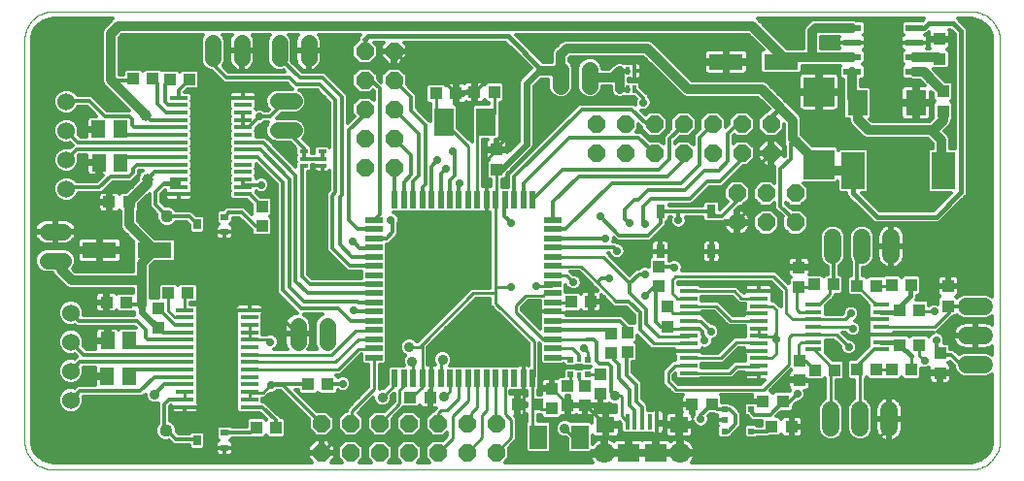
<source format=gtl>
G75*
G70*
%OFA0B0*%
%FSLAX24Y24*%
%IPPOS*%
%LPD*%
%AMOC8*
5,1,8,0,0,1.08239X$1,22.5*
%
%ADD10C,0.0000*%
%ADD11R,0.0591X0.0197*%
%ADD12R,0.0197X0.0591*%
%ADD13R,0.0644X0.0173*%
%ADD14R,0.0551X0.0157*%
%ADD15R,0.0394X0.0433*%
%ADD16R,0.0433X0.0394*%
%ADD17C,0.0600*%
%ADD18R,0.0669X0.0945*%
%ADD19C,0.0709*%
%ADD20R,0.0630X0.0551*%
%ADD21R,0.0157X0.0531*%
%ADD22R,0.0748X0.0630*%
%ADD23R,0.0157X0.0197*%
%ADD24R,0.0197X0.0197*%
%ADD25R,0.0591X0.0827*%
%ADD26R,0.0413X0.0425*%
%ADD27R,0.0425X0.0413*%
%ADD28OC8,0.0600*%
%ADD29C,0.0318*%
%ADD30R,0.0630X0.0118*%
%ADD31R,0.1339X0.3819*%
%ADD32R,0.0512X0.0591*%
%ADD33R,0.1181X0.0551*%
%ADD34C,0.0600*%
%ADD35C,0.0560*%
%ADD36R,0.0118X0.0276*%
%ADD37R,0.0315X0.0472*%
%ADD38R,0.0276X0.0354*%
%ADD39R,0.0276X0.0236*%
%ADD40R,0.0709X0.0866*%
%ADD41R,0.0610X0.0236*%
%ADD42R,0.0787X0.1260*%
%ADD43R,0.1063X0.1004*%
%ADD44R,0.0276X0.0118*%
%ADD45C,0.0100*%
%ADD46C,0.0120*%
%ADD47C,0.0278*%
%ADD48C,0.0357*%
%ADD49C,0.1660*%
%ADD50C,0.0160*%
%ADD51C,0.0436*%
%ADD52C,0.0240*%
%ADD53C,0.0320*%
%ADD54C,0.0396*%
D10*
X004097Y002109D02*
X004097Y015888D01*
X004099Y015950D01*
X004105Y016011D01*
X004114Y016072D01*
X004128Y016133D01*
X004145Y016192D01*
X004166Y016250D01*
X004191Y016307D01*
X004219Y016362D01*
X004250Y016415D01*
X004285Y016466D01*
X004323Y016515D01*
X004364Y016562D01*
X004407Y016605D01*
X004454Y016646D01*
X004503Y016684D01*
X004554Y016719D01*
X004607Y016750D01*
X004662Y016778D01*
X004719Y016803D01*
X004777Y016824D01*
X004836Y016841D01*
X004897Y016855D01*
X004958Y016864D01*
X005019Y016870D01*
X005081Y016872D01*
X005081Y016873D02*
X036577Y016873D01*
X036577Y016872D02*
X036639Y016870D01*
X036700Y016864D01*
X036761Y016855D01*
X036822Y016841D01*
X036881Y016824D01*
X036939Y016803D01*
X036996Y016778D01*
X037051Y016750D01*
X037104Y016719D01*
X037155Y016684D01*
X037204Y016646D01*
X037251Y016605D01*
X037294Y016562D01*
X037335Y016515D01*
X037373Y016466D01*
X037408Y016415D01*
X037439Y016362D01*
X037467Y016307D01*
X037492Y016250D01*
X037513Y016192D01*
X037530Y016133D01*
X037544Y016072D01*
X037553Y016011D01*
X037559Y015950D01*
X037561Y015888D01*
X037562Y015888D02*
X037562Y002109D01*
X037561Y002109D02*
X037559Y002047D01*
X037553Y001986D01*
X037544Y001925D01*
X037530Y001864D01*
X037513Y001805D01*
X037492Y001747D01*
X037467Y001690D01*
X037439Y001635D01*
X037408Y001582D01*
X037373Y001531D01*
X037335Y001482D01*
X037294Y001435D01*
X037251Y001392D01*
X037204Y001351D01*
X037155Y001313D01*
X037104Y001278D01*
X037051Y001247D01*
X036996Y001219D01*
X036939Y001194D01*
X036881Y001173D01*
X036822Y001156D01*
X036761Y001142D01*
X036700Y001133D01*
X036639Y001127D01*
X036577Y001125D01*
X005081Y001125D01*
X005019Y001127D01*
X004958Y001133D01*
X004897Y001142D01*
X004836Y001156D01*
X004777Y001173D01*
X004719Y001194D01*
X004662Y001219D01*
X004607Y001247D01*
X004554Y001278D01*
X004503Y001313D01*
X004454Y001351D01*
X004407Y001392D01*
X004364Y001435D01*
X004323Y001482D01*
X004285Y001531D01*
X004250Y001582D01*
X004219Y001635D01*
X004191Y001690D01*
X004166Y001747D01*
X004145Y001805D01*
X004128Y001864D01*
X004114Y001925D01*
X004105Y001986D01*
X004099Y002047D01*
X004097Y002109D01*
D11*
X016093Y004979D03*
X016093Y005294D03*
X016093Y005609D03*
X016093Y005924D03*
X016093Y006239D03*
X016093Y006554D03*
X016093Y006869D03*
X016093Y007184D03*
X016093Y007499D03*
X016093Y007814D03*
X016093Y008129D03*
X016093Y008443D03*
X016093Y008758D03*
X016093Y009073D03*
X016093Y009388D03*
X016093Y009703D03*
X022235Y009703D03*
X022235Y009388D03*
X022235Y009073D03*
X022235Y008758D03*
X022235Y008443D03*
X022235Y008129D03*
X022235Y007814D03*
X022235Y007499D03*
X022235Y007184D03*
X022235Y006869D03*
X022235Y006554D03*
X022235Y006239D03*
X022235Y005924D03*
X022235Y005609D03*
X022235Y005294D03*
X022235Y004979D03*
D12*
X021526Y004270D03*
X021211Y004270D03*
X020896Y004270D03*
X020581Y004270D03*
X020266Y004270D03*
X019951Y004270D03*
X019636Y004270D03*
X019321Y004270D03*
X019006Y004270D03*
X018691Y004270D03*
X018377Y004270D03*
X018062Y004270D03*
X017747Y004270D03*
X017432Y004270D03*
X017117Y004270D03*
X016802Y004270D03*
X016802Y010412D03*
X017117Y010412D03*
X017432Y010412D03*
X017747Y010412D03*
X018062Y010412D03*
X018377Y010412D03*
X018691Y010412D03*
X019006Y010412D03*
X019321Y010412D03*
X019636Y010412D03*
X019951Y010412D03*
X020266Y010412D03*
X020581Y010412D03*
X020896Y010412D03*
X021211Y010412D03*
X021526Y010412D03*
D13*
X026880Y007256D03*
X026880Y007001D03*
X026880Y006745D03*
X026880Y006489D03*
X026880Y006233D03*
X026880Y005977D03*
X026880Y005721D03*
X026880Y005465D03*
X026880Y005209D03*
X026880Y004953D03*
X026880Y004697D03*
X026880Y004441D03*
X029282Y004441D03*
X029282Y004697D03*
X029282Y004953D03*
X029282Y005209D03*
X029282Y005465D03*
X029282Y005721D03*
X029282Y005977D03*
X029282Y006233D03*
X029282Y006489D03*
X029282Y006745D03*
X029282Y007001D03*
X029282Y007256D03*
D14*
X031168Y006794D03*
X031168Y006538D03*
X031168Y006282D03*
X031168Y006026D03*
X031168Y005770D03*
X031168Y005514D03*
X031168Y005258D03*
X033491Y005258D03*
X033491Y005514D03*
X033491Y005770D03*
X033491Y006026D03*
X033491Y006282D03*
X033491Y006538D03*
X033491Y006794D03*
D15*
X034132Y006609D03*
X034802Y006609D03*
X034538Y007459D03*
X033869Y007459D03*
X033337Y007447D03*
X032668Y007447D03*
X031853Y007487D03*
X031184Y007487D03*
X034140Y005408D03*
X034810Y005408D03*
X034526Y004566D03*
X033857Y004566D03*
X033337Y004566D03*
X032668Y004566D03*
X031900Y004546D03*
X031231Y004546D03*
X014510Y004058D03*
X013841Y004058D03*
X012719Y002562D03*
X012050Y002562D03*
X008684Y006006D03*
X008684Y006676D03*
D16*
X007581Y006873D03*
X006912Y006873D03*
X009038Y007188D03*
X009707Y007188D03*
X012247Y009491D03*
X012247Y010160D03*
X007680Y010317D03*
X007010Y010317D03*
X007837Y014550D03*
X008506Y014550D03*
X009077Y014530D03*
X009747Y014530D03*
X025869Y008093D03*
X025869Y007424D03*
X024786Y005829D03*
X024235Y005810D03*
X024235Y005140D03*
X024786Y005160D03*
X023861Y004392D03*
X023329Y003999D03*
X023861Y003723D03*
X023329Y003329D03*
X022739Y003329D03*
X022739Y003999D03*
X030684Y004199D03*
X030684Y004869D03*
X030668Y007408D03*
X030668Y008077D03*
D17*
X031829Y008502D02*
X031829Y009102D01*
X032829Y009102D02*
X032829Y008502D01*
X033829Y008502D02*
X033829Y009102D01*
X036419Y006731D02*
X037019Y006731D01*
X037019Y005731D02*
X036419Y005731D01*
X036419Y004731D02*
X037019Y004731D01*
X033766Y003161D02*
X033766Y002561D01*
X032766Y002561D02*
X032766Y003161D01*
X031766Y003161D02*
X031766Y002561D01*
D18*
X019943Y013073D03*
X018487Y013073D03*
D19*
X023999Y001695D03*
X026597Y001695D03*
D20*
X026558Y002660D03*
X024038Y002660D03*
D21*
X024786Y002758D03*
X025042Y002758D03*
X025298Y002758D03*
X025554Y002758D03*
X025810Y002758D03*
D22*
X025770Y001695D03*
X024825Y001695D03*
D23*
X023132Y004353D03*
X023132Y004943D03*
D24*
X022837Y004904D03*
X022837Y004392D03*
X023428Y004392D03*
X023428Y004904D03*
X028113Y003191D03*
X028113Y002817D03*
X028113Y002443D03*
X029018Y002443D03*
X029018Y003191D03*
D25*
X023152Y002247D03*
X021735Y002247D03*
D26*
X021705Y003349D03*
X021016Y003349D03*
X018024Y003605D03*
X017335Y003605D03*
X022847Y006892D03*
X023536Y006892D03*
X027001Y003369D03*
X027690Y003369D03*
X029441Y003467D03*
X030130Y003467D03*
X030426Y002601D03*
X029737Y002601D03*
X018910Y014058D03*
X019540Y014097D03*
X020229Y014097D03*
X018221Y014058D03*
D27*
X020298Y012119D03*
X020298Y011430D03*
X026144Y006725D03*
X026144Y006036D03*
X022188Y003910D03*
X022188Y003221D03*
X035514Y004441D03*
X035514Y005130D03*
X035790Y006745D03*
X035790Y007434D03*
X035613Y013438D03*
X035613Y014127D03*
X035495Y015229D03*
X035495Y015918D03*
D28*
X029715Y013003D03*
X028715Y013003D03*
X027715Y013003D03*
X026715Y013003D03*
X025715Y013003D03*
X024715Y013003D03*
X023715Y013003D03*
X023715Y012003D03*
X024715Y012003D03*
X025715Y012003D03*
X026715Y012003D03*
X027715Y012003D03*
X028715Y012003D03*
X029715Y012003D03*
X029550Y010621D03*
X030550Y010621D03*
X028550Y010621D03*
X029550Y009621D03*
X030550Y009621D03*
X016782Y011506D03*
X015782Y011506D03*
X015782Y012506D03*
X016782Y012506D03*
X016782Y013506D03*
X015782Y013506D03*
X015782Y014506D03*
X016782Y014506D03*
X016782Y015506D03*
X015782Y015506D03*
X015286Y002707D03*
X016286Y002707D03*
X017286Y002707D03*
X018286Y002707D03*
X019286Y002707D03*
X020286Y002707D03*
X020286Y001707D03*
X019286Y001707D03*
X018286Y001707D03*
X017286Y001707D03*
X016286Y001707D03*
X015286Y001707D03*
X014286Y001707D03*
X014286Y002707D03*
D29*
X011223Y003408D03*
X010711Y003408D03*
X010199Y003408D03*
X010199Y003920D03*
X010711Y003920D03*
X011223Y003920D03*
X011223Y004432D03*
X010711Y004432D03*
X010199Y004432D03*
X010199Y004943D03*
X010711Y004943D03*
X011223Y004943D03*
X011223Y005455D03*
X010711Y005455D03*
X010199Y005455D03*
X010199Y005967D03*
X010711Y005967D03*
X011223Y005967D03*
X011223Y006479D03*
X010711Y006479D03*
X010199Y006479D03*
X009983Y010711D03*
X010495Y010711D03*
X011006Y010711D03*
X011006Y011223D03*
X010495Y011223D03*
X009983Y011223D03*
X009983Y011735D03*
X010495Y011735D03*
X011006Y011735D03*
X011006Y012247D03*
X010495Y012247D03*
X009983Y012247D03*
X009983Y012758D03*
X010495Y012758D03*
X011006Y012758D03*
X011006Y013270D03*
X010495Y013270D03*
X009983Y013270D03*
X009983Y013782D03*
X010495Y013782D03*
X011006Y013782D03*
D30*
X011597Y013654D03*
X011597Y013398D03*
X011597Y013142D03*
X011597Y012886D03*
X011597Y012630D03*
X011597Y012375D03*
X011597Y012119D03*
X011597Y011863D03*
X011597Y011607D03*
X011597Y011351D03*
X011597Y011095D03*
X011597Y010839D03*
X011597Y010583D03*
X009392Y010583D03*
X009392Y010839D03*
X009392Y011095D03*
X009392Y011351D03*
X009392Y011607D03*
X009392Y011863D03*
X009392Y012119D03*
X009392Y012375D03*
X009392Y012630D03*
X009392Y012886D03*
X009392Y013142D03*
X009392Y013398D03*
X009392Y013654D03*
X009392Y013910D03*
X011597Y013910D03*
X011814Y006607D03*
X011814Y006351D03*
X011814Y006095D03*
X011814Y005839D03*
X011814Y005583D03*
X011814Y005327D03*
X011814Y005071D03*
X011814Y004816D03*
X011814Y004560D03*
X011814Y004304D03*
X011814Y004048D03*
X011814Y003792D03*
X011814Y003536D03*
X011814Y003280D03*
X009609Y003280D03*
X009609Y003536D03*
X009609Y003792D03*
X009609Y004048D03*
X009609Y004304D03*
X009609Y004560D03*
X009609Y004816D03*
X009609Y005071D03*
X009609Y005327D03*
X009609Y005583D03*
X009609Y005839D03*
X009609Y006095D03*
X009609Y006351D03*
X009609Y006607D03*
D31*
X010711Y004943D03*
X010495Y012247D03*
D32*
X007404Y011676D03*
X006656Y011676D03*
X006636Y012817D03*
X007384Y012817D03*
X007699Y005554D03*
X006951Y005554D03*
X006932Y004333D03*
X007680Y004333D03*
D33*
X008566Y008664D03*
X006676Y008664D03*
X028172Y015140D03*
X030062Y015140D03*
D34*
X028550Y009621D03*
X005534Y010774D03*
X005534Y011774D03*
X005534Y012774D03*
X005534Y013774D03*
X005691Y006510D03*
X005691Y005510D03*
X005691Y004510D03*
X005691Y003510D03*
D35*
X013479Y005510D02*
X013479Y006070D01*
X014479Y006070D02*
X014479Y005510D01*
X005440Y008302D02*
X004880Y008302D01*
X004880Y009302D02*
X005440Y009302D01*
X012793Y012790D02*
X013353Y012790D01*
X013353Y013790D02*
X012793Y013790D01*
X012849Y015254D02*
X012849Y015814D01*
X013849Y015814D02*
X013849Y015254D01*
X011566Y015254D02*
X011566Y015814D01*
X010566Y015814D02*
X010566Y015254D01*
X022495Y014869D02*
X022495Y014309D01*
X023495Y014309D02*
X023495Y014869D01*
D36*
X024530Y014825D03*
X024786Y014825D03*
X025042Y014825D03*
X025042Y014195D03*
X024786Y014195D03*
X024530Y014195D03*
D37*
X025918Y010003D03*
X027670Y010003D03*
X027670Y008625D03*
X025918Y008625D03*
D38*
X010022Y009550D03*
X010022Y002129D03*
D39*
X010967Y002384D03*
X010967Y001873D03*
X010967Y009294D03*
X010967Y009806D03*
D40*
X032680Y013723D03*
X034688Y013723D03*
D41*
X034629Y014804D03*
X034630Y015304D03*
X034630Y015804D03*
X034629Y016304D03*
X032503Y016304D03*
X032503Y015804D03*
X032503Y015304D03*
X032503Y014804D03*
D42*
X032542Y011400D03*
X035613Y011400D03*
D43*
X031361Y011607D03*
X031361Y014107D03*
D44*
X014314Y012069D03*
X014314Y011814D03*
X014314Y011558D03*
X013684Y011558D03*
X013684Y011814D03*
X013684Y012069D03*
D45*
X018221Y013339D02*
X018221Y014058D01*
X018910Y014058D02*
X019501Y014058D01*
X019540Y014097D01*
X020130Y014688D01*
X020416Y014688D01*
X020829Y014274D01*
X020829Y012719D01*
X020298Y012188D01*
X020298Y012119D01*
X019884Y011705D01*
X019884Y011105D01*
X019951Y011038D01*
X019951Y010412D01*
X019951Y007707D01*
X019806Y007562D01*
X020266Y007443D02*
X020306Y007404D01*
X020810Y007404D01*
X020266Y007443D02*
X020266Y007227D01*
X020227Y007188D01*
X019510Y007188D01*
X017747Y005424D01*
X017660Y005337D01*
X017306Y005337D01*
X017747Y005424D02*
X017747Y004270D01*
X017747Y003977D01*
X017375Y003605D01*
X017335Y003605D01*
X016971Y003392D02*
X016286Y002707D01*
X015337Y002758D02*
X015286Y002707D01*
X015337Y002758D02*
X015337Y003132D01*
X016093Y003888D01*
X016093Y004979D01*
X016077Y005278D02*
X015573Y005278D01*
X014855Y004560D01*
X011814Y004560D01*
X011223Y004432D02*
X011223Y004943D01*
X011223Y005455D01*
X011223Y005967D01*
X011223Y006479D01*
X011351Y006607D01*
X011814Y006607D01*
X011223Y006479D02*
X010711Y006479D01*
X010199Y006479D01*
X010199Y007542D01*
X009707Y007188D02*
X009609Y007089D01*
X009609Y006607D01*
X010199Y006479D02*
X010199Y005967D01*
X010199Y005455D01*
X010199Y004943D01*
X010199Y004432D01*
X010199Y003920D01*
X010199Y003408D01*
X010071Y003280D01*
X009609Y003280D01*
X009609Y003536D02*
X009609Y003792D01*
X010711Y003920D02*
X010711Y003408D01*
X010770Y003349D01*
X010711Y003408D02*
X011223Y003408D01*
X011223Y003920D01*
X011223Y004432D01*
X010711Y004432D02*
X010711Y003920D01*
X011814Y003792D02*
X011814Y003536D01*
X011843Y003762D02*
X011814Y003792D01*
X011843Y003762D02*
X012286Y003762D01*
X012542Y004018D01*
X012562Y004018D01*
X012975Y004018D01*
X014286Y002707D01*
X014825Y002247D02*
X014286Y001707D01*
X011920Y001707D01*
X014825Y002247D02*
X017719Y002247D01*
X017817Y002345D01*
X017817Y003034D01*
X018024Y003241D01*
X018024Y003605D01*
X018026Y003603D01*
X018062Y003603D01*
X018062Y004270D01*
X018034Y004298D01*
X018034Y005121D01*
X019629Y006715D01*
X019806Y006715D01*
X019806Y006459D01*
X019806Y006715D02*
X020003Y006715D01*
X020672Y006046D01*
X020475Y005849D01*
X020475Y005810D01*
X020672Y006046D02*
X021211Y005506D01*
X021211Y004270D01*
X021211Y003349D01*
X021016Y003349D01*
X021211Y003349D02*
X021211Y003191D01*
X021211Y001825D01*
X021440Y001597D01*
X023802Y001597D01*
X023851Y001548D01*
X023802Y001499D01*
X023851Y001548D02*
X023999Y001695D01*
X024825Y001695D01*
X025770Y001695D01*
X026597Y001695D01*
X026597Y002621D01*
X026558Y002660D01*
X025908Y002660D01*
X025810Y002758D01*
X024786Y002758D02*
X024589Y002955D01*
X024589Y003644D01*
X024569Y003664D01*
X024353Y003664D01*
X023447Y003329D02*
X023329Y003329D01*
X023369Y003329D01*
X024038Y002660D01*
X024038Y001735D01*
X023999Y001695D01*
X023152Y002247D02*
X022936Y002247D01*
X022640Y002542D01*
X021735Y002247D02*
X021526Y002455D01*
X021526Y003191D01*
X021546Y003211D01*
X021526Y003191D02*
X021526Y003369D01*
X021546Y003349D01*
X021705Y003349D01*
X021843Y003211D01*
X022178Y003211D01*
X022188Y003221D01*
X022739Y003329D02*
X023329Y003329D01*
X022857Y003487D02*
X022758Y003487D01*
X022611Y003487D01*
X022188Y003910D01*
X022739Y003999D02*
X022837Y004097D01*
X022837Y004392D01*
X023132Y004353D02*
X023132Y004195D01*
X023329Y003999D01*
X023428Y004392D02*
X023861Y004392D01*
X023959Y004392D01*
X023428Y004904D02*
X023428Y005180D01*
X023310Y005298D01*
X023132Y005062D02*
X022900Y005294D01*
X022235Y005294D01*
X022235Y004979D02*
X022762Y004979D01*
X022837Y004904D01*
X023132Y004943D02*
X023132Y005062D01*
X023392Y005609D02*
X022235Y005609D01*
X021877Y005609D01*
X020947Y006538D01*
X020967Y006538D01*
X020967Y006774D01*
X021302Y007109D01*
X021892Y007109D01*
X021971Y007188D01*
X022231Y007188D01*
X022235Y007184D01*
X022180Y007443D02*
X021656Y007443D01*
X022180Y007443D02*
X022235Y007499D01*
X022235Y007814D02*
X022684Y007814D01*
X022936Y007562D01*
X023191Y008113D02*
X023753Y007552D01*
X024392Y006912D01*
X023536Y006892D02*
X023536Y006548D01*
X023526Y006538D01*
X022251Y006538D01*
X022235Y006554D01*
X021522Y006554D01*
X021499Y006577D01*
X022235Y006869D02*
X022823Y006869D01*
X022847Y006892D01*
X021577Y005534D02*
X020266Y006845D01*
X020266Y007227D01*
X020266Y007443D02*
X020266Y010412D01*
X020298Y010443D01*
X020298Y011430D01*
X019321Y012239D02*
X018487Y013073D01*
X018221Y013339D01*
X019636Y012766D02*
X019943Y013073D01*
X020229Y013359D01*
X020229Y014097D01*
X019636Y012766D02*
X019636Y010412D01*
X019321Y010412D02*
X019321Y012239D01*
X022239Y008447D02*
X023959Y008447D01*
X024875Y007532D01*
X026321Y007640D02*
X026321Y007188D01*
X026499Y007010D01*
X026871Y007010D01*
X026880Y007001D01*
X026880Y007256D02*
X028457Y007256D01*
X028703Y007010D01*
X029272Y007010D01*
X029282Y007001D01*
X029282Y007256D02*
X028910Y007256D01*
X028684Y007483D01*
X029806Y007758D02*
X026440Y007758D01*
X026321Y007640D01*
X026144Y006725D02*
X026321Y006548D01*
X026321Y006499D01*
X026871Y006499D01*
X026880Y006489D01*
X027729Y006489D01*
X028211Y006006D01*
X028211Y005888D01*
X028369Y005731D01*
X028664Y005731D01*
X028684Y005751D01*
X028684Y005790D01*
X028369Y005731D02*
X027847Y005209D01*
X026880Y005209D01*
X025603Y005209D01*
X025682Y005465D02*
X026880Y005465D01*
X026847Y005688D02*
X025873Y005688D01*
X026085Y005977D02*
X026085Y006026D01*
X026085Y005977D02*
X026144Y006036D01*
X026085Y005977D02*
X026880Y005977D01*
X026880Y005721D02*
X026847Y005688D01*
X027296Y006233D02*
X027660Y005869D01*
X027296Y006233D02*
X026880Y006233D01*
X026880Y006745D02*
X027827Y006745D01*
X028329Y006243D01*
X029272Y006243D01*
X029282Y006233D01*
X029282Y006489D02*
X028595Y006489D01*
X028467Y006617D01*
X029282Y006745D02*
X029756Y006745D01*
X029884Y006617D01*
X029884Y005810D01*
X029786Y005711D01*
X029292Y005711D01*
X029282Y005721D01*
X029282Y005977D01*
X029786Y005711D02*
X029884Y005613D01*
X029884Y005101D01*
X029737Y004953D01*
X029282Y004953D01*
X029282Y005209D02*
X028713Y005209D01*
X028487Y004983D01*
X027985Y004953D02*
X028526Y005495D01*
X029253Y005495D01*
X029282Y005465D01*
X030317Y005652D02*
X030416Y005751D01*
X031148Y005751D01*
X031168Y005770D01*
X031951Y005770D01*
X032384Y005337D01*
X032306Y004825D02*
X033024Y005544D01*
X032896Y005672D01*
X032896Y006380D01*
X033054Y006538D01*
X032463Y006499D02*
X032247Y006282D01*
X031168Y006282D01*
X030455Y006282D01*
X030239Y006499D01*
X030239Y007325D01*
X029806Y007758D01*
X030593Y007333D02*
X030668Y007408D01*
X031105Y007408D01*
X031184Y007487D01*
X031735Y007369D02*
X031735Y007168D01*
X031361Y006794D01*
X031168Y006794D01*
X031168Y006538D02*
X030691Y006538D01*
X030593Y006636D01*
X030593Y007333D01*
X031735Y007369D02*
X031853Y007487D01*
X032668Y007447D02*
X033321Y006794D01*
X033491Y006794D01*
X033337Y007447D02*
X033857Y007447D01*
X033869Y007459D01*
X034802Y006609D02*
X034853Y006558D01*
X035317Y006558D01*
X035337Y006026D02*
X035869Y006558D01*
X035337Y006026D02*
X033491Y006026D01*
X033024Y005544D02*
X033054Y005514D01*
X033231Y005258D02*
X033491Y005258D01*
X033321Y005258D01*
X033231Y005258D02*
X032668Y004695D01*
X032668Y004566D01*
X032766Y004467D01*
X032766Y002861D01*
X033191Y002010D02*
X033766Y002585D01*
X033766Y002861D01*
X032414Y002158D02*
X032306Y002266D01*
X032306Y004825D01*
X031900Y004546D02*
X031766Y004680D01*
X031188Y005258D01*
X031168Y005258D01*
X030751Y005514D02*
X030672Y005436D01*
X030672Y004880D01*
X030684Y004869D01*
X030908Y004869D01*
X031231Y004546D01*
X031144Y004546D01*
X030861Y004282D02*
X030345Y004282D01*
X030160Y004097D01*
X030317Y004747D02*
X029451Y003880D01*
X026459Y003880D01*
X026184Y004156D01*
X026184Y004451D01*
X026430Y004697D01*
X026880Y004697D01*
X026880Y004441D02*
X028300Y004441D01*
X028526Y004668D01*
X029253Y004668D01*
X029282Y004697D01*
X029282Y004441D02*
X029253Y004412D01*
X028841Y004412D01*
X028703Y004274D01*
X027985Y004953D02*
X026880Y004953D01*
X030317Y004747D02*
X030317Y005652D01*
X030751Y005514D02*
X031168Y005514D01*
X031168Y006026D02*
X032463Y006026D01*
X032522Y005967D01*
X034526Y005022D02*
X034526Y004566D01*
X033857Y004566D02*
X033337Y004566D01*
X031766Y004680D02*
X031766Y002861D01*
X031105Y002404D02*
X031499Y002010D01*
X032266Y002010D01*
X032414Y002158D01*
X032562Y002010D01*
X033191Y002010D01*
X031105Y002404D02*
X031105Y003506D01*
X034810Y005038D02*
X034983Y004865D01*
X034810Y005038D02*
X034810Y005408D01*
X033829Y008802D02*
X033829Y009109D01*
X033506Y010278D02*
X033585Y010357D01*
X033959Y010357D01*
X023191Y008113D02*
X022251Y008113D01*
X022235Y008129D01*
X022235Y008443D02*
X022239Y008447D01*
X016093Y005924D02*
X016077Y005908D01*
X015475Y005908D01*
X014638Y005071D01*
X011814Y005071D01*
X011814Y004816D02*
X014756Y004816D01*
X015554Y005613D01*
X016089Y005613D01*
X016093Y005609D01*
X016093Y005294D02*
X016077Y005278D01*
X017404Y004845D02*
X017432Y004817D01*
X017432Y004270D01*
X017117Y004270D02*
X017117Y004006D01*
X016971Y003861D01*
X016971Y003392D01*
X016380Y003605D02*
X016774Y003999D01*
X016774Y004243D01*
X016802Y004270D01*
X018377Y004270D02*
X018377Y004833D01*
X018447Y004904D01*
X018691Y004270D02*
X018691Y003810D01*
X018506Y003625D01*
X018585Y003152D02*
X019006Y003573D01*
X019006Y004270D01*
X019321Y004270D02*
X019321Y003495D01*
X018782Y002955D01*
X018782Y002203D01*
X018286Y001707D01*
X019286Y001707D02*
X019806Y002227D01*
X019806Y003014D01*
X019951Y003160D01*
X019951Y004270D01*
X019636Y004270D02*
X019636Y003278D01*
X019412Y003054D01*
X019412Y002833D01*
X019286Y002707D01*
X018310Y002731D02*
X018310Y003054D01*
X018408Y003152D01*
X018585Y003152D01*
X018310Y002731D02*
X018286Y002707D01*
X020266Y002727D02*
X020286Y002707D01*
X020266Y002727D02*
X020266Y004270D01*
X020581Y004270D02*
X020581Y003046D01*
X020810Y002817D01*
X020810Y002231D01*
X020286Y001707D01*
X021211Y003191D02*
X021191Y003211D01*
X021526Y003369D02*
X021526Y004270D01*
X021577Y004321D01*
X021577Y005534D01*
X012542Y005514D02*
X012473Y005583D01*
X011814Y005583D01*
X011814Y005839D01*
X011814Y006095D01*
X011223Y005967D02*
X010711Y005967D01*
X009609Y006095D02*
X009264Y006095D01*
X008684Y006676D01*
X009038Y006577D02*
X009038Y007188D01*
X009038Y006577D02*
X009264Y006351D01*
X009609Y006351D01*
X008851Y005839D02*
X008684Y006006D01*
X007926Y005327D02*
X007699Y005554D01*
X005782Y006420D02*
X005691Y006510D01*
X005723Y006479D01*
X007680Y004333D02*
X007906Y004560D01*
X010711Y004432D02*
X010711Y004943D01*
X010711Y005455D01*
D46*
X004363Y001995D02*
X004433Y001779D01*
X004567Y001594D01*
X004751Y001461D01*
X004967Y001390D01*
X005081Y001381D01*
X013961Y001381D01*
X013826Y001517D01*
X013826Y001667D01*
X014246Y001667D01*
X014246Y001747D01*
X013826Y001747D01*
X013826Y001898D01*
X014095Y002167D01*
X014246Y002167D01*
X014246Y001747D01*
X014326Y001747D01*
X014746Y001747D01*
X014746Y001898D01*
X014477Y002167D01*
X014326Y002167D01*
X014326Y001747D01*
X014326Y001667D01*
X014746Y001667D01*
X014746Y001517D01*
X014611Y001381D01*
X014990Y001381D01*
X014846Y001525D01*
X014846Y001889D01*
X015104Y002147D01*
X015468Y002147D01*
X015726Y001889D01*
X015726Y001525D01*
X015582Y001381D01*
X015990Y001381D01*
X015846Y001525D01*
X015846Y001889D01*
X016104Y002147D01*
X016468Y002147D01*
X016726Y001889D01*
X016726Y001525D01*
X016582Y001381D01*
X016990Y001381D01*
X016846Y001525D01*
X016846Y001889D01*
X017104Y002147D01*
X017468Y002147D01*
X017726Y001889D01*
X017726Y001525D01*
X017582Y001381D01*
X017990Y001381D01*
X017846Y001525D01*
X017846Y001889D01*
X018104Y002147D01*
X018457Y002147D01*
X018592Y002282D01*
X018592Y002391D01*
X018468Y002267D01*
X018104Y002267D01*
X017846Y002525D01*
X017846Y002889D01*
X018104Y003147D01*
X018134Y003147D01*
X018219Y003232D01*
X018068Y003232D01*
X018068Y003562D01*
X017981Y003562D01*
X017981Y003232D01*
X017796Y003232D01*
X017756Y003243D01*
X017719Y003264D01*
X017689Y003294D01*
X017672Y003324D01*
X017600Y003252D01*
X017100Y003252D01*
X016726Y002879D01*
X016726Y002525D01*
X016468Y002267D01*
X016104Y002267D01*
X015846Y002525D01*
X015846Y002889D01*
X016104Y003147D01*
X016457Y003147D01*
X016781Y003471D01*
X016781Y003737D01*
X016699Y003655D01*
X016699Y003542D01*
X016650Y003425D01*
X016561Y003335D01*
X016444Y003286D01*
X016317Y003286D01*
X016200Y003335D01*
X016111Y003425D01*
X016062Y003542D01*
X016062Y003589D01*
X015544Y003071D01*
X015726Y002889D01*
X015726Y002525D01*
X015468Y002267D01*
X015104Y002267D01*
X014846Y002525D01*
X014846Y002889D01*
X015104Y003147D01*
X015147Y003147D01*
X015147Y003211D01*
X015258Y003322D01*
X015903Y003967D01*
X015903Y004740D01*
X015740Y004740D01*
X015658Y004822D01*
X015658Y005088D01*
X015652Y005088D01*
X014934Y004370D01*
X014810Y004370D01*
X014847Y004332D01*
X014847Y004297D01*
X014864Y004314D01*
X014967Y004356D01*
X015078Y004356D01*
X015180Y004314D01*
X015259Y004235D01*
X015301Y004133D01*
X015301Y004022D01*
X015259Y003919D01*
X015180Y003841D01*
X015078Y003798D01*
X014967Y003798D01*
X014864Y003841D01*
X014847Y003858D01*
X014847Y003783D01*
X014765Y003701D01*
X014256Y003701D01*
X014176Y003781D01*
X014096Y003701D01*
X013586Y003701D01*
X013504Y003783D01*
X013504Y003858D01*
X013404Y003858D01*
X014115Y003147D01*
X014468Y003147D01*
X014726Y002889D01*
X014726Y002525D01*
X014468Y002267D01*
X014104Y002267D01*
X013846Y002525D01*
X013846Y002879D01*
X012896Y003828D01*
X012766Y003828D01*
X012720Y003782D01*
X012617Y003739D01*
X012532Y003739D01*
X012476Y003684D01*
X012365Y003572D01*
X012269Y003572D01*
X012269Y003480D01*
X012339Y003480D01*
X012901Y002918D01*
X012974Y002918D01*
X013056Y002836D01*
X013056Y002287D01*
X012974Y002205D01*
X012464Y002205D01*
X012384Y002285D01*
X012305Y002205D01*
X011976Y002205D01*
X011955Y002184D01*
X011221Y002184D01*
X011173Y002136D01*
X011203Y002119D01*
X011233Y002089D01*
X011254Y002052D01*
X011265Y002012D01*
X011265Y001873D01*
X010967Y001873D01*
X010967Y001873D01*
X010669Y001873D01*
X010669Y002012D01*
X010680Y002052D01*
X010701Y002089D01*
X010731Y002119D01*
X010761Y002136D01*
X010689Y002208D01*
X010689Y002561D01*
X010771Y002643D01*
X011163Y002643D01*
X011221Y002584D01*
X011713Y002584D01*
X011713Y002836D01*
X011795Y002918D01*
X012305Y002918D01*
X012384Y002838D01*
X012400Y002854D01*
X012174Y003080D01*
X011731Y003080D01*
X011730Y003081D01*
X011441Y003081D01*
X011359Y003163D01*
X011359Y003397D01*
X011369Y003408D01*
X011359Y003419D01*
X011359Y003653D01*
X011369Y003664D01*
X011359Y003675D01*
X011359Y003909D01*
X011369Y003920D01*
X011359Y003931D01*
X011359Y004165D01*
X011369Y004176D01*
X011359Y004187D01*
X011359Y004421D01*
X011369Y004432D01*
X011359Y004443D01*
X010064Y004443D01*
X010064Y004677D01*
X010053Y004688D01*
X010064Y004698D01*
X010064Y004933D01*
X010053Y004943D01*
X010064Y004954D01*
X010064Y005188D01*
X010053Y005199D01*
X010064Y005210D01*
X010064Y005444D01*
X010053Y005455D01*
X010064Y005466D01*
X010064Y005700D01*
X010053Y005711D01*
X010064Y005722D01*
X010064Y005956D01*
X010053Y005967D01*
X010064Y005978D01*
X010064Y006212D01*
X010053Y006223D01*
X010064Y006234D01*
X010064Y006468D01*
X010053Y006479D01*
X010064Y006490D01*
X010064Y006724D01*
X009982Y006806D01*
X009799Y006806D01*
X009799Y006851D01*
X009982Y006851D01*
X010064Y006933D01*
X010064Y007442D01*
X009982Y007524D01*
X009433Y007524D01*
X009373Y007464D01*
X009312Y007524D01*
X008763Y007524D01*
X008413Y007524D01*
X008413Y007642D02*
X012755Y007642D01*
X012755Y007524D02*
X009983Y007524D01*
X010064Y007405D02*
X012755Y007405D01*
X012755Y007287D02*
X010064Y007287D01*
X010064Y007168D02*
X012790Y007168D01*
X012755Y007203D02*
X012872Y007086D01*
X013448Y006510D01*
X013444Y006510D01*
X013376Y006499D01*
X013310Y006478D01*
X013248Y006446D01*
X013192Y006406D01*
X013143Y006357D01*
X013103Y006301D01*
X013071Y006239D01*
X013050Y006173D01*
X013039Y006105D01*
X013039Y005820D01*
X013449Y005820D01*
X013449Y005760D01*
X013039Y005760D01*
X013039Y005475D01*
X013050Y005407D01*
X013071Y005341D01*
X013103Y005279D01*
X013116Y005261D01*
X012661Y005261D01*
X012700Y005278D01*
X012778Y005356D01*
X012821Y005459D01*
X012821Y005570D01*
X012778Y005672D01*
X012700Y005751D01*
X012597Y005793D01*
X012486Y005793D01*
X012438Y005773D01*
X012269Y005773D01*
X012269Y005956D01*
X012258Y005967D01*
X012269Y005978D01*
X012269Y006212D01*
X012258Y006223D01*
X012269Y006234D01*
X012269Y006468D01*
X012268Y006469D01*
X012278Y006486D01*
X012289Y006527D01*
X012289Y006607D01*
X012289Y006687D01*
X012278Y006728D01*
X012257Y006764D01*
X012227Y006794D01*
X012190Y006815D01*
X012150Y006826D01*
X011814Y006826D01*
X011814Y006607D01*
X012289Y006607D01*
X011814Y006607D01*
X011814Y006607D01*
X011814Y006607D01*
X012217Y006607D01*
X012680Y006144D01*
X013125Y006144D01*
X013479Y005790D01*
X013509Y005820D02*
X013919Y005820D01*
X013919Y006105D01*
X013908Y006173D01*
X013887Y006239D01*
X013855Y006301D01*
X013815Y006357D01*
X013766Y006406D01*
X013710Y006446D01*
X013690Y006456D01*
X014314Y006456D01*
X014241Y006426D01*
X014123Y006308D01*
X014059Y006153D01*
X014059Y005426D01*
X014123Y005272D01*
X014133Y005261D01*
X013842Y005261D01*
X013855Y005279D01*
X013887Y005341D01*
X013908Y005407D01*
X013919Y005475D01*
X013919Y005760D01*
X013509Y005760D01*
X013509Y005820D01*
X013919Y005865D02*
X014059Y005865D01*
X014059Y005983D02*
X013919Y005983D01*
X013919Y006102D02*
X014059Y006102D01*
X014086Y006220D02*
X013893Y006220D01*
X013828Y006339D02*
X014154Y006339D01*
X013383Y006576D02*
X012289Y006576D01*
X012287Y006694D02*
X013264Y006694D01*
X013146Y006813D02*
X012194Y006813D01*
X011814Y006813D02*
X011814Y006813D01*
X011814Y006826D02*
X011478Y006826D01*
X011437Y006815D01*
X011400Y006794D01*
X011371Y006764D01*
X011349Y006728D01*
X011339Y006687D01*
X011339Y006607D01*
X011814Y006607D01*
X011814Y006826D01*
X011814Y006694D02*
X011814Y006694D01*
X011814Y006607D02*
X011814Y006607D01*
X011339Y006607D01*
X011339Y006527D01*
X011349Y006486D01*
X011359Y006469D01*
X011359Y006468D01*
X011359Y006234D01*
X011369Y006223D01*
X011359Y006212D01*
X011359Y005978D01*
X011369Y005967D01*
X011359Y005956D01*
X011359Y005722D01*
X011369Y005711D01*
X011359Y005700D01*
X011359Y005466D01*
X011369Y005455D01*
X011359Y005444D01*
X011359Y005210D01*
X011369Y005199D01*
X011359Y005188D01*
X011359Y004954D01*
X011369Y004943D01*
X011359Y004933D01*
X011359Y004698D01*
X011369Y004688D01*
X011359Y004677D01*
X011359Y004443D01*
X011359Y004561D02*
X010064Y004561D01*
X010064Y004443D02*
X010053Y004432D01*
X010064Y004421D01*
X010064Y004187D01*
X010053Y004176D01*
X010064Y004165D01*
X010064Y003931D01*
X010053Y003920D01*
X010064Y003909D01*
X010064Y003675D01*
X010053Y003664D01*
X010064Y003653D01*
X010064Y003419D01*
X010063Y003418D01*
X010073Y003401D01*
X010084Y003360D01*
X010084Y003280D01*
X009609Y003280D01*
X009609Y003280D01*
X010084Y003280D01*
X010084Y003200D01*
X010073Y003159D01*
X010052Y003123D01*
X010022Y003093D01*
X009986Y003072D01*
X009945Y003061D01*
X009609Y003061D01*
X009609Y003280D01*
X009609Y003280D01*
X009609Y003061D01*
X009273Y003061D01*
X009232Y003072D01*
X009196Y003093D01*
X009166Y003123D01*
X009145Y003159D01*
X009134Y003200D01*
X009134Y003280D01*
X009609Y003280D01*
X009609Y003280D01*
X009134Y003280D01*
X009134Y003320D01*
X009100Y003286D01*
X009100Y002792D01*
X009162Y002766D01*
X009263Y002666D01*
X009317Y002534D01*
X009317Y002428D01*
X009809Y002428D01*
X009826Y002446D02*
X009749Y002368D01*
X009377Y002368D01*
X009317Y002428D01*
X009312Y002547D02*
X010689Y002547D01*
X010689Y002428D02*
X010236Y002428D01*
X010218Y002446D02*
X009826Y002446D01*
X010218Y002446D02*
X010300Y002364D01*
X010300Y001893D01*
X010218Y001811D01*
X009826Y001811D01*
X009744Y001893D01*
X009744Y001968D01*
X009211Y001968D01*
X009094Y002085D01*
X009094Y002085D01*
X009061Y002118D01*
X009030Y002105D01*
X008888Y002105D01*
X008757Y002160D01*
X008656Y002260D01*
X008601Y002392D01*
X008601Y002534D01*
X008656Y002666D01*
X008700Y002710D01*
X008700Y003414D01*
X008629Y003385D01*
X008502Y003385D01*
X008385Y003433D01*
X008296Y003523D01*
X008247Y003640D01*
X008247Y003712D01*
X008156Y003621D01*
X006122Y003621D01*
X006131Y003598D01*
X006131Y003423D01*
X006065Y003261D01*
X005941Y003137D01*
X005779Y003070D01*
X005604Y003070D01*
X005442Y003137D01*
X005318Y003261D01*
X005251Y003423D01*
X005251Y003598D01*
X005318Y003760D01*
X005442Y003883D01*
X005604Y003950D01*
X005779Y003950D01*
X005828Y003930D01*
X005920Y004021D01*
X006516Y004021D01*
X006516Y004273D01*
X006872Y004273D01*
X006872Y004393D01*
X006516Y004393D01*
X006516Y004616D01*
X006124Y004616D01*
X006131Y004598D01*
X006131Y004423D01*
X006065Y004261D01*
X005941Y004137D01*
X005779Y004070D01*
X005604Y004070D01*
X005442Y004137D01*
X005318Y004261D01*
X005251Y004423D01*
X005251Y004598D01*
X005318Y004760D01*
X005442Y004883D01*
X005604Y004950D01*
X005779Y004950D01*
X005828Y004930D01*
X005909Y005010D01*
X005828Y005091D01*
X005779Y005070D01*
X005604Y005070D01*
X005442Y005137D01*
X005318Y005261D01*
X005251Y005423D01*
X005251Y005598D01*
X005318Y005760D01*
X005442Y005883D01*
X005604Y005950D01*
X005779Y005950D01*
X005941Y005883D01*
X006065Y005760D01*
X006131Y005598D01*
X006131Y005423D01*
X006111Y005374D01*
X006213Y005271D01*
X006535Y005271D01*
X006535Y005494D01*
X006891Y005494D01*
X006891Y005614D01*
X006891Y006009D01*
X006674Y006009D01*
X006634Y005998D01*
X006597Y005977D01*
X006567Y005947D01*
X006546Y005911D01*
X006535Y005870D01*
X006535Y005614D01*
X006891Y005614D01*
X007011Y005614D01*
X007011Y006009D01*
X007228Y006009D01*
X007269Y005998D01*
X007305Y005977D01*
X007335Y005947D01*
X007338Y005942D01*
X007385Y005989D01*
X007926Y005989D01*
X007872Y006043D01*
X005876Y006043D01*
X005828Y006091D01*
X005779Y006070D01*
X005604Y006070D01*
X005442Y006137D01*
X005318Y006261D01*
X005251Y006423D01*
X005251Y006598D01*
X005318Y006760D01*
X005442Y006883D01*
X005604Y006950D01*
X005779Y006950D01*
X005941Y006883D01*
X006065Y006760D01*
X006131Y006598D01*
X006131Y006443D01*
X007871Y006443D01*
X007853Y006486D01*
X007853Y006536D01*
X007307Y006536D01*
X007260Y006583D01*
X007257Y006578D01*
X007227Y006548D01*
X007190Y006527D01*
X007150Y006516D01*
X006950Y006516D01*
X006950Y006834D01*
X006874Y006834D01*
X006874Y006516D01*
X006674Y006516D01*
X006634Y006527D01*
X006597Y006548D01*
X006567Y006578D01*
X006546Y006614D01*
X006535Y006655D01*
X006535Y006834D01*
X006874Y006834D01*
X006874Y006911D01*
X006874Y007229D01*
X006674Y007229D01*
X006634Y007219D01*
X006597Y007197D01*
X006567Y007168D01*
X006546Y007131D01*
X006535Y007091D01*
X006535Y006911D01*
X006874Y006911D01*
X006950Y006911D01*
X006950Y007229D01*
X007150Y007229D01*
X007190Y007219D01*
X007227Y007197D01*
X007257Y007168D01*
X007260Y007162D01*
X007307Y007209D01*
X007813Y007209D01*
X007813Y007340D01*
X005652Y007340D01*
X005541Y007386D01*
X005457Y007470D01*
X005095Y007833D01*
X005074Y007882D01*
X004796Y007882D01*
X004642Y007946D01*
X004524Y008064D01*
X004460Y008218D01*
X004460Y008385D01*
X004524Y008540D01*
X004642Y008658D01*
X004796Y008722D01*
X005524Y008722D01*
X005678Y008658D01*
X005796Y008540D01*
X005860Y008385D01*
X005860Y008218D01*
X005796Y008064D01*
X005754Y008022D01*
X005835Y007940D01*
X007813Y007940D01*
X007813Y008271D01*
X007837Y008329D01*
X007835Y008330D01*
X007835Y008970D01*
X007425Y009380D01*
X007380Y009490D01*
X007380Y010006D01*
X007358Y010028D01*
X007355Y010022D01*
X007325Y009993D01*
X007289Y009972D01*
X007248Y009961D01*
X007049Y009961D01*
X007049Y010279D01*
X006972Y010279D01*
X006972Y009961D01*
X006773Y009961D01*
X006732Y009972D01*
X006696Y009993D01*
X006666Y010022D01*
X006645Y010059D01*
X006634Y010100D01*
X006634Y010279D01*
X006972Y010279D01*
X006972Y010356D01*
X006972Y010674D01*
X006804Y010674D01*
X006876Y010746D01*
X007133Y011003D01*
X007782Y011003D01*
X007899Y011120D01*
X008017Y011239D01*
X008017Y011396D01*
X008028Y011407D01*
X008175Y011407D01*
X008138Y011392D01*
X008043Y011296D01*
X007991Y011172D01*
X007991Y011053D01*
X007592Y010654D01*
X007405Y010654D01*
X007358Y010607D01*
X007355Y010613D01*
X007325Y010642D01*
X007289Y010663D01*
X007248Y010674D01*
X007049Y010674D01*
X007049Y010356D01*
X006972Y010356D01*
X006634Y010356D01*
X006634Y010535D01*
X006645Y010576D01*
X006666Y010613D01*
X006683Y010629D01*
X005950Y010629D01*
X005907Y010525D01*
X005783Y010401D01*
X005622Y010334D01*
X005446Y010334D01*
X005285Y010401D01*
X005161Y010525D01*
X005094Y010687D01*
X005094Y010862D01*
X005161Y011023D01*
X005285Y011147D01*
X005446Y011214D01*
X005622Y011214D01*
X005783Y011147D01*
X005901Y011029D01*
X006593Y011029D01*
X006784Y011220D01*
X006716Y011220D01*
X006716Y011616D01*
X006596Y011616D01*
X006240Y011616D01*
X006240Y011359D01*
X006251Y011319D01*
X006272Y011282D01*
X006302Y011252D01*
X006338Y011231D01*
X006379Y011220D01*
X006596Y011220D01*
X006596Y011616D01*
X006596Y011736D01*
X006240Y011736D01*
X006240Y011919D01*
X005961Y011919D01*
X005954Y011911D01*
X005974Y011862D01*
X005974Y011687D01*
X005907Y011525D01*
X005783Y011401D01*
X005622Y011334D01*
X005446Y011334D01*
X005285Y011401D01*
X005161Y011525D01*
X005094Y011687D01*
X005094Y011862D01*
X005161Y012023D01*
X005285Y012147D01*
X005446Y012214D01*
X005622Y012214D01*
X005671Y012194D01*
X005751Y012274D01*
X005671Y012355D01*
X005622Y012334D01*
X005446Y012334D01*
X005285Y012401D01*
X005161Y012525D01*
X005094Y012687D01*
X005094Y012862D01*
X005161Y013023D01*
X005285Y013147D01*
X005446Y013214D01*
X005622Y013214D01*
X005783Y013147D01*
X005907Y013023D01*
X005974Y012862D01*
X005974Y012687D01*
X005954Y012637D01*
X006016Y012575D01*
X006220Y012575D01*
X006220Y012757D01*
X006576Y012757D01*
X006576Y012877D01*
X006220Y012877D01*
X006220Y013134D01*
X006231Y013175D01*
X006252Y013211D01*
X006282Y013241D01*
X006319Y013262D01*
X006359Y013273D01*
X006568Y013273D01*
X006258Y013582D01*
X005931Y013582D01*
X005907Y013525D01*
X005783Y013401D01*
X005622Y013334D01*
X005446Y013334D01*
X005285Y013401D01*
X005161Y013525D01*
X005094Y013687D01*
X005094Y013862D01*
X005161Y014023D01*
X005285Y014147D01*
X005446Y014214D01*
X005622Y014214D01*
X005783Y014147D01*
X005907Y014023D01*
X005924Y013982D01*
X006424Y013982D01*
X006541Y013865D01*
X006936Y013470D01*
X007685Y013470D01*
X006795Y014360D01*
X006750Y014470D01*
X006750Y016165D01*
X006795Y016275D01*
X006880Y016359D01*
X007136Y016616D01*
X005081Y016616D01*
X004967Y016607D01*
X004751Y016536D01*
X004567Y016403D01*
X004433Y016219D01*
X004363Y016002D01*
X004354Y015888D01*
X004354Y002109D01*
X004363Y001995D01*
X004376Y001954D02*
X009744Y001954D01*
X009802Y001836D02*
X004415Y001836D01*
X004478Y001717D02*
X010674Y001717D01*
X010669Y001733D02*
X010680Y001693D01*
X010701Y001656D01*
X010731Y001626D01*
X010768Y001605D01*
X010808Y001594D01*
X010967Y001594D01*
X010967Y001873D01*
X010967Y001873D01*
X010669Y001873D01*
X010669Y001733D01*
X010669Y001836D02*
X010242Y001836D01*
X010300Y001954D02*
X010669Y001954D01*
X010692Y002073D02*
X010300Y002073D01*
X010300Y002191D02*
X010707Y002191D01*
X010689Y002310D02*
X010300Y002310D01*
X010022Y002129D02*
X009983Y002168D01*
X009294Y002168D01*
X008969Y002493D01*
X008900Y002562D01*
X008900Y003369D01*
X009067Y003536D01*
X009609Y003536D01*
X010064Y003495D02*
X011359Y003495D01*
X011359Y003613D02*
X010064Y003613D01*
X010064Y003732D02*
X011359Y003732D01*
X011359Y003850D02*
X010064Y003850D01*
X010064Y003969D02*
X011359Y003969D01*
X011359Y004087D02*
X010064Y004087D01*
X010064Y004206D02*
X011359Y004206D01*
X011359Y004324D02*
X010064Y004324D01*
X009609Y004304D02*
X008556Y004304D01*
X008073Y003821D01*
X006003Y003821D01*
X005691Y003510D01*
X005251Y003495D02*
X004354Y003495D01*
X004354Y003613D02*
X005258Y003613D01*
X005307Y003732D02*
X004354Y003732D01*
X004354Y003850D02*
X005409Y003850D01*
X005564Y004087D02*
X004354Y004087D01*
X004354Y003969D02*
X005867Y003969D01*
X005819Y004087D02*
X006516Y004087D01*
X006516Y004206D02*
X006009Y004206D01*
X006091Y004324D02*
X006872Y004324D01*
X006932Y004333D02*
X006459Y004333D01*
X006420Y004294D01*
X006516Y004443D02*
X006131Y004443D01*
X006131Y004561D02*
X006516Y004561D01*
X005997Y004816D02*
X005691Y004510D01*
X005374Y004206D02*
X004354Y004206D01*
X004354Y004324D02*
X005292Y004324D01*
X005251Y004443D02*
X004354Y004443D01*
X004354Y004561D02*
X005251Y004561D01*
X005285Y004680D02*
X004354Y004680D01*
X004354Y004798D02*
X005357Y004798D01*
X005522Y004917D02*
X004354Y004917D01*
X004354Y005035D02*
X005884Y005035D01*
X005997Y004816D02*
X009609Y004816D01*
X009609Y005071D02*
X006130Y005071D01*
X005691Y005510D01*
X005251Y005509D02*
X004354Y005509D01*
X004354Y005391D02*
X005265Y005391D01*
X005314Y005272D02*
X004354Y005272D01*
X004354Y005154D02*
X005426Y005154D01*
X005264Y005628D02*
X004354Y005628D01*
X004354Y005746D02*
X005313Y005746D01*
X005423Y005865D02*
X004354Y005865D01*
X004354Y005983D02*
X006608Y005983D01*
X006535Y005865D02*
X005960Y005865D01*
X006070Y005746D02*
X006535Y005746D01*
X006535Y005628D02*
X006119Y005628D01*
X006131Y005509D02*
X006891Y005509D01*
X006951Y005554D02*
X006892Y005613D01*
X006420Y005613D01*
X006535Y005391D02*
X006118Y005391D01*
X006213Y005272D02*
X006535Y005272D01*
X006891Y005628D02*
X007011Y005628D01*
X007011Y005746D02*
X006891Y005746D01*
X006891Y005865D02*
X007011Y005865D01*
X007011Y005983D02*
X006891Y005983D01*
X007295Y005983D02*
X007380Y005983D01*
X007955Y006243D02*
X008270Y005928D01*
X008270Y005652D01*
X008339Y005583D01*
X009609Y005583D01*
X009609Y005327D02*
X007926Y005327D01*
X008851Y005839D02*
X009609Y005839D01*
X010064Y005865D02*
X011359Y005865D01*
X011359Y005983D02*
X010064Y005983D01*
X010064Y006102D02*
X011359Y006102D01*
X011367Y006220D02*
X010056Y006220D01*
X010064Y006339D02*
X011359Y006339D01*
X011359Y006457D02*
X010064Y006457D01*
X010064Y006576D02*
X011339Y006576D01*
X011340Y006694D02*
X010064Y006694D01*
X010062Y006931D02*
X013027Y006931D01*
X012909Y007050D02*
X010064Y007050D01*
X009799Y006813D02*
X011433Y006813D01*
X012269Y006457D02*
X013270Y006457D01*
X013130Y006339D02*
X012269Y006339D01*
X012261Y006220D02*
X013065Y006220D01*
X013039Y006102D02*
X012269Y006102D01*
X012269Y005983D02*
X013039Y005983D01*
X013039Y005865D02*
X012269Y005865D01*
X012705Y005746D02*
X013039Y005746D01*
X013039Y005628D02*
X012797Y005628D01*
X012821Y005509D02*
X013039Y005509D01*
X013055Y005391D02*
X012793Y005391D01*
X012686Y005272D02*
X013108Y005272D01*
X013850Y005272D02*
X014123Y005272D01*
X014074Y005391D02*
X013903Y005391D01*
X013919Y005509D02*
X014059Y005509D01*
X014059Y005628D02*
X013919Y005628D01*
X013919Y005746D02*
X014059Y005746D01*
X014865Y006656D02*
X015282Y006239D01*
X016093Y006239D01*
X016093Y006554D02*
X015440Y006554D01*
X015396Y006597D01*
X015558Y006869D02*
X015534Y006892D01*
X013703Y006892D01*
X013191Y007404D01*
X013191Y011105D01*
X012178Y012119D01*
X011597Y012119D01*
X011607Y012365D02*
X011597Y012375D01*
X011607Y012365D02*
X012286Y012365D01*
X013408Y011243D01*
X013408Y007601D01*
X013825Y007184D01*
X016093Y007184D01*
X016528Y007168D02*
X019222Y007168D01*
X019320Y007266D02*
X017668Y005614D01*
X017668Y005614D01*
X017581Y005527D01*
X017566Y005527D01*
X017486Y005607D01*
X017369Y005656D01*
X017242Y005656D01*
X017125Y005607D01*
X017036Y005518D01*
X016987Y005401D01*
X016987Y005274D01*
X017036Y005157D01*
X017125Y005067D01*
X017161Y005052D01*
X017134Y005025D01*
X017086Y004908D01*
X017086Y004782D01*
X017117Y004706D01*
X016960Y004706D01*
X016959Y004704D01*
X016958Y004706D01*
X016645Y004706D01*
X016563Y004624D01*
X016563Y004056D01*
X016430Y003923D01*
X016317Y003923D01*
X016283Y003909D01*
X016283Y004740D01*
X016446Y004740D01*
X016528Y004822D01*
X016528Y005135D01*
X016527Y005136D01*
X016528Y005137D01*
X016528Y005450D01*
X016527Y005451D01*
X016528Y005452D01*
X016528Y005765D01*
X016527Y005766D01*
X016528Y005767D01*
X016528Y006080D01*
X016527Y006081D01*
X016528Y006082D01*
X016528Y006395D01*
X016527Y006396D01*
X016528Y006397D01*
X016528Y006710D01*
X016527Y006711D01*
X016528Y006712D01*
X016528Y007025D01*
X016527Y007026D01*
X016528Y007027D01*
X016528Y007340D01*
X016527Y007341D01*
X016528Y007342D01*
X016528Y007655D01*
X016527Y007656D01*
X016528Y007657D01*
X016528Y007970D01*
X016527Y007971D01*
X016528Y007972D01*
X016528Y008285D01*
X016527Y008286D01*
X016528Y008287D01*
X016528Y008600D01*
X016527Y008601D01*
X016528Y008602D01*
X016528Y008873D01*
X016597Y008873D01*
X016818Y009094D01*
X016935Y009211D01*
X016935Y009603D01*
X016955Y009652D01*
X016955Y009763D01*
X016912Y009865D01*
X016834Y009944D01*
X016754Y009977D01*
X016958Y009977D01*
X016959Y009978D01*
X016960Y009977D01*
X017273Y009977D01*
X017274Y009978D01*
X017275Y009977D01*
X017588Y009977D01*
X017589Y009978D01*
X017590Y009977D01*
X017903Y009977D01*
X017904Y009978D01*
X017905Y009977D01*
X018218Y009977D01*
X018219Y009978D01*
X018220Y009977D01*
X018533Y009977D01*
X018534Y009978D01*
X018535Y009977D01*
X018848Y009977D01*
X018849Y009978D01*
X018850Y009977D01*
X019163Y009977D01*
X019164Y009978D01*
X019165Y009977D01*
X019478Y009977D01*
X019479Y009978D01*
X019480Y009977D01*
X019775Y009977D01*
X019791Y009968D01*
X019832Y009957D01*
X019951Y009957D01*
X019951Y010412D01*
X019951Y010867D01*
X019832Y010867D01*
X019826Y010866D01*
X019826Y012461D01*
X020000Y012461D01*
X019987Y012453D01*
X019957Y012424D01*
X019936Y012387D01*
X019925Y012346D01*
X019925Y012162D01*
X020254Y012162D01*
X020254Y012075D01*
X019925Y012075D01*
X019925Y011891D01*
X019936Y011850D01*
X019957Y011814D01*
X019987Y011784D01*
X020017Y011766D01*
X019945Y011694D01*
X019945Y011165D01*
X020027Y011083D01*
X020108Y011083D01*
X020108Y010857D01*
X020071Y010867D01*
X019951Y010867D01*
X019951Y010412D01*
X019951Y010412D01*
X019951Y010412D01*
X019951Y009957D01*
X020071Y009957D01*
X020076Y009958D01*
X020076Y007378D01*
X019432Y007378D01*
X019320Y007266D01*
X019341Y007287D02*
X016528Y007287D01*
X016528Y007405D02*
X020076Y007405D01*
X020076Y007524D02*
X016528Y007524D01*
X016528Y007642D02*
X020076Y007642D01*
X020076Y007761D02*
X016528Y007761D01*
X016528Y007879D02*
X020076Y007879D01*
X020076Y007998D02*
X016528Y007998D01*
X016528Y008116D02*
X020076Y008116D01*
X020076Y008235D02*
X016528Y008235D01*
X016528Y008353D02*
X020076Y008353D01*
X020076Y008472D02*
X016528Y008472D01*
X016528Y008590D02*
X020076Y008590D01*
X020076Y008709D02*
X016528Y008709D01*
X016528Y008827D02*
X020076Y008827D01*
X020076Y008946D02*
X016669Y008946D01*
X016788Y009064D02*
X020076Y009064D01*
X020076Y009183D02*
X016906Y009183D01*
X016935Y009301D02*
X020076Y009301D01*
X020076Y009420D02*
X016935Y009420D01*
X016935Y009538D02*
X020076Y009538D01*
X020076Y009657D02*
X016955Y009657D01*
X016950Y009775D02*
X020076Y009775D01*
X020076Y009894D02*
X016884Y009894D01*
X016676Y009707D02*
X016735Y009648D01*
X016735Y009294D01*
X016514Y009073D01*
X016093Y009073D01*
X016093Y008758D02*
X016077Y008743D01*
X015593Y008743D01*
X015377Y008959D01*
X015357Y008959D01*
X014924Y008861D02*
X014924Y010495D01*
X015003Y010573D01*
X015003Y013920D01*
X014333Y014589D01*
X013546Y014589D01*
X012857Y015278D01*
X012857Y015526D01*
X012849Y015534D01*
X013269Y015582D02*
X013409Y015582D01*
X013409Y015564D02*
X013819Y015564D01*
X013819Y015504D01*
X013879Y015504D01*
X013879Y015564D01*
X014289Y015564D01*
X014289Y015849D01*
X014278Y015917D01*
X014257Y015983D01*
X014225Y016045D01*
X014199Y016080D01*
X015632Y016080D01*
X015562Y016011D01*
X015562Y015909D01*
X015342Y015689D01*
X015342Y015324D01*
X015600Y015066D01*
X015964Y015066D01*
X016222Y015324D01*
X016222Y015689D01*
X016105Y015806D01*
X016431Y015806D01*
X016322Y015697D01*
X016322Y015546D01*
X016742Y015546D01*
X016742Y015466D01*
X016822Y015466D01*
X016822Y015046D01*
X016973Y015046D01*
X017242Y015316D01*
X017242Y015466D01*
X016822Y015466D01*
X016822Y015546D01*
X017242Y015546D01*
X017242Y015697D01*
X017133Y015806D01*
X020600Y015806D01*
X021484Y014923D01*
X021174Y014613D01*
X021101Y014540D01*
X021061Y014444D01*
X021061Y012413D01*
X020670Y012022D01*
X020670Y012075D01*
X020341Y012075D01*
X020341Y012162D01*
X020254Y012162D01*
X020254Y012461D01*
X020336Y012461D01*
X020341Y012466D01*
X020341Y012162D01*
X020670Y012162D01*
X020670Y012346D01*
X020659Y012387D01*
X020638Y012424D01*
X020609Y012453D01*
X020572Y012474D01*
X020531Y012485D01*
X020361Y012485D01*
X020418Y012543D01*
X020418Y013279D01*
X020419Y013280D01*
X020419Y013744D01*
X020494Y013744D01*
X020576Y013826D01*
X020576Y014368D01*
X020494Y014450D01*
X019964Y014450D01*
X019892Y014378D01*
X019875Y014408D01*
X019845Y014438D01*
X019808Y014459D01*
X019768Y014470D01*
X019583Y014470D01*
X019583Y014140D01*
X019497Y014140D01*
X019497Y014054D01*
X019583Y014054D01*
X019583Y013724D01*
X019768Y013724D01*
X019808Y013735D01*
X019845Y013756D01*
X019875Y013786D01*
X019892Y013816D01*
X019964Y013744D01*
X020039Y013744D01*
X020039Y013686D01*
X019551Y013686D01*
X019469Y013604D01*
X019469Y012867D01*
X019446Y012845D01*
X019446Y012382D01*
X018961Y012867D01*
X018961Y013604D01*
X018879Y013686D01*
X018867Y013686D01*
X018867Y014014D01*
X018953Y014014D01*
X018953Y013685D01*
X019138Y013685D01*
X019178Y013696D01*
X019215Y013717D01*
X019245Y013747D01*
X019246Y013750D01*
X019271Y013735D01*
X019312Y013724D01*
X019497Y013724D01*
X019497Y014054D01*
X019173Y014054D01*
X019173Y014014D01*
X018953Y014014D01*
X018953Y014101D01*
X018867Y014101D01*
X018867Y014430D01*
X018682Y014430D01*
X018642Y014419D01*
X018605Y014398D01*
X018575Y014368D01*
X018558Y014338D01*
X018486Y014410D01*
X017956Y014410D01*
X017874Y014328D01*
X017874Y013787D01*
X017956Y013705D01*
X018031Y013705D01*
X018031Y013623D01*
X018012Y013604D01*
X018012Y013103D01*
X017940Y013175D01*
X017565Y013550D01*
X017565Y014007D01*
X017222Y014349D01*
X017222Y014689D01*
X016964Y014946D01*
X016600Y014946D01*
X016342Y014689D01*
X016342Y014438D01*
X016222Y014558D01*
X016222Y014689D01*
X015964Y014946D01*
X015600Y014946D01*
X015342Y014689D01*
X015342Y014324D01*
X015600Y014066D01*
X015964Y014066D01*
X016056Y014158D01*
X016082Y014132D01*
X016082Y013829D01*
X015964Y013946D01*
X015600Y013946D01*
X015342Y013689D01*
X015342Y013324D01*
X015412Y013254D01*
X015203Y013044D01*
X015203Y014003D01*
X014533Y014672D01*
X014416Y014789D01*
X013629Y014789D01*
X013263Y015155D01*
X013269Y015170D01*
X013269Y015898D01*
X013205Y016052D01*
X013176Y016080D01*
X013499Y016080D01*
X013473Y016045D01*
X013441Y015983D01*
X013420Y015917D01*
X013409Y015849D01*
X013409Y015564D01*
X013409Y015504D02*
X013409Y015219D01*
X013420Y015151D01*
X013441Y015085D01*
X013473Y015023D01*
X013513Y014967D01*
X013562Y014918D01*
X013618Y014878D01*
X013680Y014846D01*
X013746Y014825D01*
X013814Y014814D01*
X013819Y014814D01*
X013819Y015504D01*
X013409Y015504D01*
X013409Y015463D02*
X013269Y015463D01*
X013269Y015345D02*
X013409Y015345D01*
X013409Y015226D02*
X013269Y015226D01*
X013310Y015108D02*
X013434Y015108D01*
X013429Y014989D02*
X013498Y014989D01*
X013547Y014871D02*
X013632Y014871D01*
X013819Y014871D02*
X013879Y014871D01*
X013879Y014814D02*
X013884Y014814D01*
X013952Y014825D01*
X014018Y014846D01*
X014080Y014878D01*
X014136Y014918D01*
X014185Y014967D01*
X014225Y015023D01*
X014257Y015085D01*
X014278Y015151D01*
X014289Y015219D01*
X014289Y015504D01*
X013879Y015504D01*
X013879Y014814D01*
X013879Y014989D02*
X013819Y014989D01*
X013819Y015108D02*
X013879Y015108D01*
X013879Y015226D02*
X013819Y015226D01*
X013819Y015345D02*
X013879Y015345D01*
X013879Y015463D02*
X013819Y015463D01*
X014289Y015463D02*
X015342Y015463D01*
X015342Y015345D02*
X014289Y015345D01*
X014289Y015226D02*
X015440Y015226D01*
X015559Y015108D02*
X014264Y015108D01*
X014200Y014989D02*
X021417Y014989D01*
X021432Y014871D02*
X017040Y014871D01*
X017159Y014752D02*
X021314Y014752D01*
X021195Y014634D02*
X017222Y014634D01*
X017222Y014515D02*
X021091Y014515D01*
X021061Y014397D02*
X020547Y014397D01*
X020576Y014278D02*
X021061Y014278D01*
X021061Y014160D02*
X020576Y014160D01*
X020576Y014041D02*
X021061Y014041D01*
X021061Y013923D02*
X020576Y013923D01*
X020553Y013804D02*
X021061Y013804D01*
X021061Y013686D02*
X020419Y013686D01*
X020419Y013567D02*
X021061Y013567D01*
X021061Y013449D02*
X020419Y013449D01*
X020419Y013330D02*
X021061Y013330D01*
X021061Y013212D02*
X020418Y013212D01*
X020418Y013093D02*
X021061Y013093D01*
X021061Y012975D02*
X020418Y012975D01*
X020418Y012856D02*
X021061Y012856D01*
X021061Y012738D02*
X020418Y012738D01*
X020418Y012619D02*
X021061Y012619D01*
X021061Y012501D02*
X020376Y012501D01*
X020341Y012382D02*
X020254Y012382D01*
X020254Y012264D02*
X020341Y012264D01*
X020341Y012145D02*
X020793Y012145D01*
X020675Y012027D02*
X020670Y012027D01*
X020254Y012145D02*
X019826Y012145D01*
X019826Y012027D02*
X019925Y012027D01*
X019925Y011908D02*
X019826Y011908D01*
X019826Y011790D02*
X019981Y011790D01*
X019945Y011671D02*
X019826Y011671D01*
X019826Y011553D02*
X019945Y011553D01*
X019945Y011434D02*
X019826Y011434D01*
X019826Y011316D02*
X019945Y011316D01*
X019945Y011197D02*
X019826Y011197D01*
X019826Y011079D02*
X020108Y011079D01*
X020108Y010960D02*
X019826Y010960D01*
X019951Y010842D02*
X019951Y010842D01*
X019951Y010723D02*
X019951Y010723D01*
X019951Y010605D02*
X019951Y010605D01*
X019951Y010486D02*
X019951Y010486D01*
X019951Y010368D02*
X019951Y010368D01*
X019951Y010249D02*
X019951Y010249D01*
X019951Y010131D02*
X019951Y010131D01*
X019951Y010012D02*
X019951Y010012D01*
X020573Y009845D02*
X020790Y009629D01*
X020790Y009609D01*
X020573Y009845D02*
X020573Y010404D01*
X020581Y010412D01*
X020896Y010412D02*
X020896Y011191D01*
X023211Y013506D01*
X024943Y013506D01*
X025447Y013003D01*
X025715Y013003D01*
X025412Y013321D02*
X025260Y013472D01*
X025282Y013464D01*
X025393Y013464D01*
X025495Y013506D01*
X025574Y013585D01*
X025616Y013687D01*
X025616Y013798D01*
X025574Y013901D01*
X025537Y013937D01*
X025537Y013983D01*
X025241Y014279D01*
X025241Y014391D01*
X025159Y014473D01*
X024925Y014473D01*
X024914Y014462D01*
X024903Y014473D01*
X024830Y014473D01*
X024830Y014548D01*
X024903Y014548D01*
X024904Y014548D01*
X024921Y014538D01*
X024962Y014528D01*
X025042Y014528D01*
X025122Y014528D01*
X025163Y014538D01*
X025199Y014560D01*
X025229Y014589D01*
X025250Y014626D01*
X025261Y014666D01*
X025261Y014825D01*
X025042Y014825D01*
X025042Y014528D01*
X025042Y014825D01*
X025042Y014825D01*
X025042Y014825D01*
X025261Y014825D01*
X025261Y014984D01*
X025250Y015025D01*
X025229Y015061D01*
X025199Y015091D01*
X025163Y015112D01*
X025122Y015123D01*
X025042Y015123D01*
X025042Y014825D01*
X025042Y014825D01*
X025042Y015123D01*
X024962Y015123D01*
X024921Y015112D01*
X024904Y015102D01*
X024903Y015103D01*
X024669Y015103D01*
X024661Y015096D01*
X024650Y015100D01*
X024647Y015103D01*
X024643Y015103D01*
X024590Y015125D01*
X024470Y015125D01*
X024417Y015103D01*
X024413Y015103D01*
X024410Y015100D01*
X024360Y015080D01*
X024276Y014995D01*
X024170Y014889D01*
X023915Y014889D01*
X023915Y014953D01*
X023851Y015107D01*
X023733Y015225D01*
X023578Y015289D01*
X023411Y015289D01*
X023257Y015225D01*
X023139Y015107D01*
X023075Y014953D01*
X023075Y014226D01*
X023139Y014071D01*
X023257Y013953D01*
X023411Y013889D01*
X023578Y013889D01*
X023733Y013953D01*
X023851Y014071D01*
X023915Y014226D01*
X023915Y014289D01*
X024230Y014289D01*
X024230Y014136D01*
X024276Y014025D01*
X024360Y013941D01*
X024410Y013920D01*
X024413Y013918D01*
X024417Y013918D01*
X024470Y013895D01*
X024590Y013895D01*
X024643Y013918D01*
X024647Y013918D01*
X024650Y013920D01*
X024661Y013925D01*
X024669Y013918D01*
X024903Y013918D01*
X024914Y013929D01*
X024925Y013918D01*
X025037Y013918D01*
X025087Y013868D01*
X025058Y013798D01*
X025058Y013687D01*
X025067Y013666D01*
X025026Y013706D01*
X023128Y013706D01*
X020696Y011274D01*
X020696Y010847D01*
X020488Y010847D01*
X020488Y011083D01*
X020568Y011083D01*
X020650Y011165D01*
X020650Y011267D01*
X021469Y012085D01*
X021542Y012158D01*
X021581Y012254D01*
X021581Y014285D01*
X021842Y014545D01*
X022075Y014545D01*
X022075Y014226D01*
X022139Y014071D01*
X022257Y013953D01*
X022411Y013889D01*
X022578Y013889D01*
X022733Y013953D01*
X022851Y014071D01*
X022915Y014226D01*
X022915Y014953D01*
X022851Y015107D01*
X022795Y015163D01*
X022795Y015264D01*
X022843Y015313D01*
X025331Y015313D01*
X026618Y014025D01*
X026703Y013941D01*
X026813Y013895D01*
X029268Y013895D01*
X029645Y013519D01*
X029568Y013443D01*
X029533Y013443D01*
X029275Y013185D01*
X029275Y012820D01*
X029533Y012563D01*
X029897Y012563D01*
X030155Y012820D01*
X030155Y013008D01*
X030175Y012988D01*
X030175Y012451D01*
X030157Y012432D01*
X030157Y012250D01*
X030177Y012230D01*
X030177Y011896D01*
X030175Y011895D01*
X030175Y011963D01*
X029755Y011963D01*
X029755Y012043D01*
X029675Y012043D01*
X029675Y012463D01*
X029525Y012463D01*
X029255Y012193D01*
X029255Y012043D01*
X029675Y012043D01*
X029675Y011963D01*
X029255Y011963D01*
X029255Y011812D01*
X029525Y011543D01*
X029675Y011543D01*
X029675Y011963D01*
X029755Y011963D01*
X029755Y011543D01*
X029842Y011543D01*
X029842Y010951D01*
X029732Y011061D01*
X029368Y011061D01*
X029110Y010803D01*
X029110Y010438D01*
X029368Y010181D01*
X029732Y010181D01*
X029842Y010291D01*
X029842Y010097D01*
X029959Y009980D01*
X030123Y009816D01*
X030110Y009803D01*
X030110Y009438D01*
X030368Y009181D01*
X030732Y009181D01*
X030990Y009438D01*
X030990Y009803D01*
X030732Y010061D01*
X030444Y010061D01*
X030242Y010263D01*
X030242Y010306D01*
X030368Y010181D01*
X030732Y010181D01*
X030990Y010438D01*
X030990Y010803D01*
X030828Y010965D01*
X031950Y010965D01*
X032008Y011023D01*
X032008Y010712D01*
X032090Y010630D01*
X032302Y010630D01*
X032302Y010541D01*
X032431Y010412D01*
X033258Y009586D01*
X035468Y009586D01*
X035597Y009715D01*
X036463Y010581D01*
X036463Y016275D01*
X036334Y016404D01*
X036122Y016616D01*
X036577Y016616D01*
X036691Y016607D01*
X036908Y016536D01*
X037092Y016403D01*
X037225Y016219D01*
X037296Y016002D01*
X037305Y015888D01*
X037305Y007067D01*
X037268Y007104D01*
X037107Y007171D01*
X036332Y007171D01*
X036170Y007104D01*
X036109Y007043D01*
X036070Y007081D01*
X036101Y007099D01*
X036131Y007129D01*
X036152Y007165D01*
X036163Y007206D01*
X036163Y007390D01*
X035833Y007390D01*
X035833Y007477D01*
X035747Y007477D01*
X035747Y007800D01*
X035556Y007800D01*
X035516Y007789D01*
X035479Y007768D01*
X035449Y007739D01*
X035428Y007702D01*
X035417Y007661D01*
X035417Y007477D01*
X035747Y007477D01*
X035747Y007390D01*
X035417Y007390D01*
X035417Y007206D01*
X035428Y007165D01*
X035449Y007129D01*
X035479Y007099D01*
X035509Y007081D01*
X035437Y007009D01*
X035437Y006810D01*
X035373Y006837D01*
X035262Y006837D01*
X035159Y006794D01*
X035139Y006773D01*
X035139Y006883D01*
X035057Y006965D01*
X034678Y006965D01*
X034730Y007018D01*
X034730Y007103D01*
X034793Y007103D01*
X034875Y007185D01*
X034875Y007734D01*
X034793Y007816D01*
X034283Y007816D01*
X034203Y007736D01*
X034124Y007816D01*
X033614Y007816D01*
X033597Y007799D01*
X033592Y007804D01*
X033082Y007804D01*
X033003Y007724D01*
X032923Y007804D01*
X032868Y007804D01*
X032868Y008062D01*
X032917Y008062D01*
X033079Y008129D01*
X033202Y008252D01*
X033269Y008414D01*
X033269Y009189D01*
X033202Y009351D01*
X033079Y009475D01*
X032917Y009542D01*
X032742Y009542D01*
X032580Y009475D01*
X032456Y009351D01*
X032389Y009189D01*
X032389Y008414D01*
X032456Y008252D01*
X032468Y008241D01*
X032468Y007804D01*
X032413Y007804D01*
X032331Y007722D01*
X032331Y007173D01*
X032413Y007091D01*
X032756Y007091D01*
X033075Y006771D01*
X033075Y006438D01*
X033066Y006423D01*
X033055Y006382D01*
X033055Y006282D01*
X033055Y006182D01*
X033066Y006142D01*
X033075Y006126D01*
X033075Y005926D01*
X033066Y005911D01*
X033055Y005870D01*
X033055Y005770D01*
X033055Y005670D01*
X033066Y005630D01*
X033075Y005614D01*
X033075Y005371D01*
X033041Y005337D01*
X032626Y004922D01*
X032413Y004922D01*
X032331Y004840D01*
X032331Y004291D01*
X032413Y004209D01*
X032576Y004209D01*
X032576Y003558D01*
X032517Y003534D01*
X032393Y003410D01*
X032326Y003248D01*
X032326Y002473D01*
X032393Y002312D01*
X032517Y002188D01*
X032679Y002121D01*
X032854Y002121D01*
X033016Y002188D01*
X033139Y002312D01*
X033206Y002473D01*
X033206Y003248D01*
X033139Y003410D01*
X033016Y003534D01*
X032956Y003558D01*
X032956Y004243D01*
X033003Y004289D01*
X033082Y004209D01*
X033592Y004209D01*
X033597Y004214D01*
X033602Y004209D01*
X034112Y004209D01*
X034191Y004289D01*
X034271Y004209D01*
X034781Y004209D01*
X034863Y004291D01*
X034863Y004612D01*
X034927Y004586D01*
X035038Y004586D01*
X035141Y004628D01*
X035142Y004629D01*
X035142Y004485D01*
X035471Y004485D01*
X035471Y004398D01*
X035558Y004398D01*
X035558Y004485D01*
X035887Y004485D01*
X035887Y004669D01*
X035876Y004710D01*
X035855Y004746D01*
X035825Y004776D01*
X035795Y004794D01*
X035844Y004843D01*
X035979Y004708D01*
X035979Y004643D01*
X036046Y004482D01*
X036170Y004358D01*
X036332Y004291D01*
X037107Y004291D01*
X037268Y004358D01*
X037305Y004394D01*
X037305Y002109D01*
X037296Y001995D01*
X037225Y001779D01*
X037092Y001594D01*
X036908Y001461D01*
X036691Y001390D01*
X036577Y001381D01*
X027005Y001381D01*
X027037Y001426D01*
X027074Y001498D01*
X027099Y001575D01*
X027109Y001637D01*
X026655Y001637D01*
X026655Y001754D01*
X026539Y001754D01*
X026539Y002207D01*
X026477Y002197D01*
X026400Y002172D01*
X026327Y002135D01*
X026278Y002099D01*
X026272Y002109D01*
X026242Y002138D01*
X026206Y002159D01*
X026165Y002170D01*
X025830Y002170D01*
X025830Y001755D01*
X026086Y001755D01*
X026085Y001754D01*
X026539Y001754D01*
X026539Y001637D01*
X026085Y001637D01*
X026086Y001635D01*
X025830Y001635D01*
X025830Y001755D01*
X025710Y001755D01*
X025710Y001635D01*
X025236Y001635D01*
X024885Y001635D01*
X024885Y001755D01*
X025710Y001755D01*
X025710Y002170D01*
X025375Y002170D01*
X025334Y002159D01*
X025298Y002138D01*
X025298Y002138D01*
X025298Y002138D01*
X025261Y002159D01*
X025220Y002170D01*
X024885Y002170D01*
X024885Y001755D01*
X024765Y001755D01*
X024765Y001635D01*
X024510Y001635D01*
X024510Y001637D01*
X024057Y001637D01*
X024057Y001754D01*
X023940Y001754D01*
X023940Y001637D01*
X023487Y001637D01*
X023497Y001575D01*
X023522Y001498D01*
X023559Y001426D01*
X023591Y001381D01*
X020582Y001381D01*
X020726Y001525D01*
X020726Y001879D01*
X021000Y002152D01*
X021000Y002896D01*
X020919Y002976D01*
X020973Y002976D01*
X020973Y003306D01*
X021060Y003306D01*
X021336Y003306D01*
X021336Y003392D01*
X021060Y003392D01*
X021060Y003306D01*
X021060Y002976D01*
X021244Y002976D01*
X021285Y002987D01*
X021321Y003008D01*
X021336Y003023D01*
X021336Y002755D01*
X021300Y002718D01*
X021300Y001775D01*
X021382Y001693D01*
X022088Y001693D01*
X022170Y001775D01*
X022170Y002718D01*
X022088Y002800D01*
X021716Y002800D01*
X021716Y002996D01*
X021835Y002996D01*
X021835Y002956D01*
X021917Y002874D01*
X022458Y002874D01*
X022540Y002956D01*
X022540Y002972D01*
X022700Y002972D01*
X022700Y003291D01*
X022777Y003291D01*
X022777Y002972D01*
X022976Y002972D01*
X023017Y002983D01*
X023034Y002993D01*
X023051Y002983D01*
X023092Y002972D01*
X023291Y002972D01*
X023291Y003291D01*
X022953Y003291D01*
X022777Y003291D01*
X022777Y003368D01*
X022700Y003368D01*
X022700Y003662D01*
X022777Y003662D01*
X022777Y003368D01*
X023291Y003368D01*
X023291Y003291D01*
X023368Y003291D01*
X023368Y003368D01*
X023617Y003368D01*
X023623Y003366D01*
X023822Y003366D01*
X023822Y003685D01*
X023899Y003685D01*
X023899Y003366D01*
X024098Y003366D01*
X024139Y003377D01*
X024171Y003395D01*
X024173Y003394D01*
X024290Y003346D01*
X024399Y003346D01*
X024399Y003089D01*
X024374Y003096D01*
X024098Y003096D01*
X024098Y002720D01*
X024513Y002720D01*
X024513Y002763D01*
X024567Y002708D01*
X024567Y002435D01*
X024649Y002353D01*
X025653Y002353D01*
X025669Y002344D01*
X025710Y002333D01*
X025810Y002333D01*
X025909Y002333D01*
X025950Y002344D01*
X025987Y002365D01*
X026016Y002394D01*
X026037Y002431D01*
X026048Y002472D01*
X026048Y002758D01*
X025810Y002758D01*
X025810Y002758D01*
X025810Y002333D01*
X025810Y002758D01*
X025810Y002758D01*
X026048Y002758D01*
X026048Y003045D01*
X026037Y003086D01*
X026016Y003122D01*
X025987Y003152D01*
X025950Y003173D01*
X025909Y003184D01*
X025810Y003184D01*
X025810Y002758D01*
X025810Y002758D01*
X025810Y003184D01*
X025710Y003184D01*
X025669Y003173D01*
X025653Y003164D01*
X025498Y003164D01*
X025498Y003353D01*
X025381Y003470D01*
X025381Y003470D01*
X025301Y003550D01*
X025301Y004121D01*
X024966Y004455D01*
X024966Y004823D01*
X025061Y004823D01*
X025143Y004905D01*
X025143Y005415D01*
X025063Y005495D01*
X025143Y005574D01*
X025143Y005721D01*
X025599Y005265D01*
X025764Y005265D01*
X025774Y005275D01*
X026399Y005275D01*
X026399Y005209D01*
X026399Y005102D01*
X026410Y005061D01*
X026419Y005045D01*
X026419Y004887D01*
X026351Y004887D01*
X026105Y004641D01*
X025994Y004530D01*
X025994Y004077D01*
X026269Y003802D01*
X026381Y003690D01*
X026677Y003690D01*
X026666Y003680D01*
X026645Y003643D01*
X026634Y003602D01*
X026634Y003412D01*
X026957Y003412D01*
X026957Y003325D01*
X027044Y003325D01*
X027044Y002996D01*
X027061Y002996D01*
X027033Y002927D01*
X027033Y002957D01*
X027022Y002997D01*
X027001Y003034D01*
X026971Y003064D01*
X026957Y003071D01*
X026957Y003325D01*
X026634Y003325D01*
X026634Y003135D01*
X026644Y003096D01*
X026618Y003096D01*
X026618Y002720D01*
X027033Y002720D01*
X027033Y002787D01*
X027069Y002699D01*
X027148Y002620D01*
X027250Y002578D01*
X027361Y002578D01*
X027464Y002620D01*
X027542Y002699D01*
X027585Y002801D01*
X027585Y002912D01*
X027565Y002961D01*
X027620Y003016D01*
X027759Y003016D01*
X027784Y002991D01*
X027873Y002991D01*
X027865Y002978D01*
X027854Y002937D01*
X027854Y002817D01*
X027854Y002698D01*
X027865Y002657D01*
X027886Y002621D01*
X027891Y002616D01*
X027874Y002600D01*
X027874Y002287D01*
X027956Y002205D01*
X028269Y002205D01*
X028308Y002243D01*
X028333Y002243D01*
X028706Y002617D01*
X028706Y003077D01*
X028589Y003195D01*
X028392Y003391D01*
X028308Y003391D01*
X028269Y003430D01*
X028036Y003430D01*
X028036Y003639D01*
X027985Y003690D01*
X029075Y003690D01*
X029075Y003510D01*
X029398Y003510D01*
X029398Y003424D01*
X029181Y003424D01*
X029175Y003430D01*
X028862Y003430D01*
X028780Y003348D01*
X028780Y003035D01*
X028862Y002953D01*
X028915Y002953D01*
X028936Y002931D01*
X029054Y002814D01*
X029390Y002814D01*
X029390Y002643D01*
X029213Y002643D01*
X029175Y002682D01*
X028862Y002682D01*
X028780Y002600D01*
X028780Y002287D01*
X028862Y002205D01*
X029175Y002205D01*
X029213Y002243D01*
X029662Y002243D01*
X029667Y002248D01*
X030001Y002248D01*
X030074Y002320D01*
X030091Y002290D01*
X030121Y002260D01*
X030157Y002239D01*
X030198Y002228D01*
X030382Y002228D01*
X030382Y002558D01*
X030469Y002558D01*
X030469Y002644D01*
X030792Y002644D01*
X030792Y002835D01*
X030782Y002875D01*
X030760Y002912D01*
X030731Y002942D01*
X030694Y002963D01*
X030654Y002974D01*
X030469Y002974D01*
X030469Y002644D01*
X030382Y002644D01*
X030382Y002974D01*
X030198Y002974D01*
X030157Y002963D01*
X030121Y002942D01*
X030091Y002912D01*
X030074Y002881D01*
X030001Y002954D01*
X029900Y002954D01*
X030061Y003114D01*
X030395Y003114D01*
X030477Y003196D01*
X030477Y003305D01*
X030537Y003365D01*
X030617Y003444D01*
X030668Y003444D01*
X030771Y003486D01*
X030849Y003565D01*
X030892Y003667D01*
X030892Y003778D01*
X030865Y003843D01*
X030921Y003843D01*
X030962Y003853D01*
X030998Y003874D01*
X031028Y003904D01*
X031049Y003941D01*
X031060Y003981D01*
X031060Y004161D01*
X030722Y004161D01*
X030722Y004238D01*
X030928Y004238D01*
X030976Y004189D01*
X031486Y004189D01*
X031566Y004269D01*
X031576Y004258D01*
X031576Y003558D01*
X031517Y003534D01*
X031393Y003410D01*
X031326Y003248D01*
X031326Y002473D01*
X031393Y002312D01*
X031517Y002188D01*
X031679Y002121D01*
X031854Y002121D01*
X032016Y002188D01*
X032139Y002312D01*
X032206Y002473D01*
X032206Y003248D01*
X032139Y003410D01*
X032016Y003534D01*
X031956Y003558D01*
X031956Y004189D01*
X032155Y004189D01*
X032237Y004271D01*
X032237Y004820D01*
X032155Y004902D01*
X031812Y004902D01*
X031583Y005131D01*
X031583Y005580D01*
X031873Y005580D01*
X032105Y005348D01*
X032105Y005282D01*
X032148Y005179D01*
X032226Y005101D01*
X032329Y005058D01*
X032440Y005058D01*
X032542Y005101D01*
X032621Y005179D01*
X032663Y005282D01*
X032663Y005393D01*
X032621Y005495D01*
X032542Y005574D01*
X032440Y005616D01*
X032374Y005616D01*
X032154Y005836D01*
X032274Y005836D01*
X032286Y005809D01*
X032364Y005731D01*
X032467Y005688D01*
X032578Y005688D01*
X032680Y005731D01*
X032759Y005809D01*
X032801Y005912D01*
X032801Y006023D01*
X032759Y006125D01*
X032680Y006204D01*
X032580Y006245D01*
X032621Y006262D01*
X032700Y006341D01*
X032742Y006443D01*
X032742Y006554D01*
X032700Y006657D01*
X032621Y006735D01*
X032519Y006778D01*
X032408Y006778D01*
X032305Y006735D01*
X032227Y006657D01*
X032184Y006554D01*
X032184Y006488D01*
X032168Y006472D01*
X031583Y006472D01*
X031583Y006748D01*
X031814Y006978D01*
X031925Y007089D01*
X031925Y007130D01*
X032108Y007130D01*
X032190Y007212D01*
X032190Y007761D01*
X032108Y007843D01*
X032053Y007843D01*
X032053Y008118D01*
X032079Y008129D01*
X032202Y008252D01*
X032269Y008414D01*
X032269Y009189D01*
X032202Y009351D01*
X032079Y009475D01*
X031917Y009542D01*
X031742Y009542D01*
X031580Y009475D01*
X031456Y009351D01*
X031389Y009189D01*
X031389Y008414D01*
X031456Y008252D01*
X031580Y008129D01*
X031653Y008099D01*
X031653Y007843D01*
X031598Y007843D01*
X031518Y007764D01*
X031438Y007843D01*
X031040Y007843D01*
X031044Y007859D01*
X031044Y008039D01*
X030706Y008039D01*
X030706Y008116D01*
X030629Y008116D01*
X030629Y008039D01*
X030291Y008039D01*
X030291Y007859D01*
X030302Y007819D01*
X030323Y007782D01*
X030353Y007752D01*
X030383Y007735D01*
X030311Y007663D01*
X030311Y007521D01*
X029996Y007837D01*
X029884Y007948D01*
X026650Y007948D01*
X026679Y008018D01*
X026679Y008129D01*
X026637Y008231D01*
X026558Y008310D01*
X026456Y008352D01*
X026345Y008352D01*
X026296Y008332D01*
X026258Y008332D01*
X026225Y008299D01*
X026225Y008329D01*
X026235Y008367D01*
X026235Y008606D01*
X025937Y008606D01*
X025937Y008643D01*
X026235Y008643D01*
X026235Y008882D01*
X026224Y008923D01*
X026203Y008959D01*
X026174Y008989D01*
X026137Y009010D01*
X026096Y009021D01*
X025937Y009021D01*
X025937Y008643D01*
X025899Y008643D01*
X025899Y008606D01*
X025600Y008606D01*
X025600Y008430D01*
X025594Y008430D01*
X025512Y008348D01*
X025512Y008083D01*
X025432Y008116D01*
X025321Y008116D01*
X025218Y008074D01*
X025182Y008037D01*
X025097Y008037D01*
X024867Y007808D01*
X024117Y008558D01*
X024165Y008558D01*
X024195Y008486D01*
X024274Y008408D01*
X024376Y008365D01*
X024487Y008365D01*
X024590Y008408D01*
X024668Y008486D01*
X024711Y008589D01*
X024711Y008700D01*
X024668Y008802D01*
X024590Y008881D01*
X024487Y008923D01*
X024435Y008923D01*
X024400Y008958D01*
X024291Y008958D01*
X024317Y009022D01*
X024317Y009086D01*
X024428Y008976D01*
X025577Y008976D01*
X025695Y009093D01*
X026118Y009516D01*
X026118Y009626D01*
X026133Y009626D01*
X026215Y009708D01*
X026215Y009803D01*
X026284Y009803D01*
X026259Y009743D01*
X026259Y009632D01*
X026301Y009529D01*
X026380Y009451D01*
X026482Y009409D01*
X026593Y009409D01*
X026696Y009451D01*
X026775Y009529D01*
X026817Y009632D01*
X026817Y009743D01*
X026792Y009803D01*
X027372Y009803D01*
X027372Y009708D01*
X027454Y009626D01*
X027885Y009626D01*
X027904Y009645D01*
X028117Y009645D01*
X028132Y009661D01*
X028510Y009661D01*
X028510Y010038D01*
X028652Y010181D01*
X028732Y010181D01*
X028990Y010438D01*
X028990Y010803D01*
X028732Y011061D01*
X028368Y011061D01*
X028110Y010803D01*
X028110Y010438D01*
X028227Y010321D01*
X027967Y010061D01*
X027967Y010297D01*
X027885Y010379D01*
X027454Y010379D01*
X027372Y010297D01*
X027372Y010203D01*
X026215Y010203D01*
X026215Y010236D01*
X026995Y010236D01*
X027605Y010846D01*
X028058Y010846D01*
X028175Y010963D01*
X028774Y011563D01*
X028897Y011563D01*
X029155Y011820D01*
X029155Y012185D01*
X028897Y012443D01*
X028533Y012443D01*
X028431Y012341D01*
X028431Y012597D01*
X028465Y012631D01*
X028533Y012563D01*
X028897Y012563D01*
X029155Y012820D01*
X029155Y013185D01*
X028897Y013443D01*
X028533Y013443D01*
X028275Y013185D01*
X028275Y013007D01*
X028155Y012887D01*
X028155Y013185D01*
X027897Y013443D01*
X027533Y013443D01*
X027275Y013185D01*
X027275Y012845D01*
X027164Y012734D01*
X027047Y012617D01*
X027047Y012293D01*
X026897Y012443D01*
X026533Y012443D01*
X026423Y012333D01*
X026423Y012400D01*
X026586Y012563D01*
X026897Y012563D01*
X027155Y012820D01*
X027155Y013185D01*
X026897Y013443D01*
X026533Y013443D01*
X026275Y013185D01*
X026275Y012820D01*
X026276Y012819D01*
X026140Y012683D01*
X026023Y012566D01*
X026023Y012317D01*
X025897Y012443D01*
X025558Y012443D01*
X025259Y012742D01*
X025077Y012742D01*
X025155Y012820D01*
X025155Y013012D01*
X025275Y012892D01*
X025275Y012820D01*
X025533Y012563D01*
X025897Y012563D01*
X026155Y012820D01*
X026155Y013185D01*
X025897Y013443D01*
X025533Y013443D01*
X025412Y013321D01*
X025403Y013330D02*
X025420Y013330D01*
X025284Y013449D02*
X029574Y013449D01*
X029596Y013567D02*
X025556Y013567D01*
X025616Y013686D02*
X029478Y013686D01*
X029359Y013804D02*
X025614Y013804D01*
X025552Y013923D02*
X026747Y013923D01*
X026603Y014041D02*
X025479Y014041D01*
X025361Y014160D02*
X026484Y014160D01*
X026366Y014278D02*
X025242Y014278D01*
X025236Y014397D02*
X026247Y014397D01*
X026129Y014515D02*
X024830Y014515D01*
X025042Y014634D02*
X025042Y014634D01*
X025042Y014752D02*
X025042Y014752D01*
X025042Y014871D02*
X025042Y014871D01*
X025042Y014989D02*
X025042Y014989D01*
X025042Y015108D02*
X025042Y015108D01*
X025171Y015108D02*
X025536Y015108D01*
X025418Y015226D02*
X023730Y015226D01*
X023850Y015108D02*
X024428Y015108D01*
X024276Y014995D02*
X024276Y014995D01*
X024270Y014989D02*
X023900Y014989D01*
X024633Y015108D02*
X024913Y015108D01*
X025260Y014989D02*
X025655Y014989D01*
X025773Y014871D02*
X025261Y014871D01*
X025261Y014752D02*
X025892Y014752D01*
X026010Y014634D02*
X025252Y014634D01*
X024230Y014278D02*
X023915Y014278D01*
X023887Y014160D02*
X024230Y014160D01*
X024269Y014041D02*
X023821Y014041D01*
X023659Y013923D02*
X024405Y013923D01*
X024655Y013923D02*
X024664Y013923D01*
X024908Y013923D02*
X024920Y013923D01*
X025061Y013804D02*
X021581Y013804D01*
X021581Y013686D02*
X023107Y013686D01*
X022989Y013567D02*
X021581Y013567D01*
X021581Y013449D02*
X022870Y013449D01*
X022752Y013330D02*
X021581Y013330D01*
X021581Y013212D02*
X022633Y013212D01*
X022515Y013093D02*
X021581Y013093D01*
X021581Y012975D02*
X022396Y012975D01*
X022278Y012856D02*
X021581Y012856D01*
X021581Y012738D02*
X022159Y012738D01*
X022041Y012619D02*
X021581Y012619D01*
X021581Y012501D02*
X021922Y012501D01*
X021804Y012382D02*
X021581Y012382D01*
X021581Y012264D02*
X021685Y012264D01*
X021567Y012145D02*
X021529Y012145D01*
X021448Y012027D02*
X021410Y012027D01*
X021330Y011908D02*
X021292Y011908D01*
X021211Y011790D02*
X021173Y011790D01*
X021093Y011671D02*
X021055Y011671D01*
X020974Y011553D02*
X020936Y011553D01*
X020856Y011434D02*
X020818Y011434D01*
X020737Y011316D02*
X020699Y011316D01*
X020696Y011197D02*
X020650Y011197D01*
X020696Y011079D02*
X020488Y011079D01*
X020488Y010960D02*
X020696Y010960D01*
X021211Y010955D02*
X022798Y012542D01*
X025176Y012542D01*
X025715Y012003D01*
X026223Y011794D02*
X025869Y011440D01*
X022554Y011440D01*
X021526Y010412D01*
X021211Y010412D02*
X021211Y010955D01*
X022235Y010325D02*
X023113Y011203D01*
X026164Y011203D01*
X026715Y011754D01*
X026715Y012003D01*
X026223Y011794D02*
X026223Y012483D01*
X026715Y012975D01*
X026715Y013003D01*
X026420Y013330D02*
X026010Y013330D01*
X026128Y013212D02*
X026302Y013212D01*
X026275Y013093D02*
X026155Y013093D01*
X026155Y012975D02*
X026275Y012975D01*
X026275Y012856D02*
X026155Y012856D01*
X026195Y012738D02*
X026072Y012738D01*
X026140Y012683D02*
X026140Y012683D01*
X026076Y012619D02*
X025954Y012619D01*
X026023Y012501D02*
X025500Y012501D01*
X025476Y012619D02*
X025381Y012619D01*
X025358Y012738D02*
X025263Y012738D01*
X025275Y012856D02*
X025155Y012856D01*
X025155Y012975D02*
X025192Y012975D01*
X025059Y013686D02*
X025047Y013686D01*
X025337Y013743D02*
X025337Y013900D01*
X025042Y014195D01*
X023330Y013923D02*
X022659Y013923D01*
X022821Y014041D02*
X023169Y014041D01*
X023102Y014160D02*
X022887Y014160D01*
X022915Y014278D02*
X023075Y014278D01*
X023075Y014397D02*
X022915Y014397D01*
X022915Y014515D02*
X023075Y014515D01*
X023075Y014634D02*
X022915Y014634D01*
X022915Y014752D02*
X023075Y014752D01*
X023075Y014871D02*
X022915Y014871D01*
X022900Y014989D02*
X023090Y014989D01*
X023139Y015108D02*
X022850Y015108D01*
X022795Y015226D02*
X023259Y015226D01*
X022465Y015783D02*
X022240Y015558D01*
X022195Y015448D01*
X022195Y015163D01*
X022177Y015145D01*
X021884Y015145D01*
X020948Y016080D01*
X028933Y016080D01*
X029458Y015556D01*
X029413Y015556D01*
X029331Y015474D01*
X029331Y014807D01*
X029413Y014725D01*
X030710Y014725D01*
X030792Y014807D01*
X030792Y015004D01*
X032081Y015004D01*
X032057Y014980D01*
X032057Y014628D01*
X032139Y014546D01*
X032203Y014546D01*
X032203Y014231D01*
X032185Y014214D01*
X032185Y013232D01*
X032267Y013150D01*
X032380Y013150D01*
X032380Y013112D01*
X032425Y013002D01*
X032799Y012628D01*
X032884Y012543D01*
X032994Y012498D01*
X035095Y012498D01*
X035273Y012319D01*
X035273Y012170D01*
X035161Y012170D01*
X035079Y012088D01*
X035079Y010712D01*
X035161Y010630D01*
X035890Y010630D01*
X035285Y010026D01*
X033440Y010026D01*
X032836Y010630D01*
X032994Y010630D01*
X033076Y010712D01*
X033076Y012088D01*
X032994Y012170D01*
X032090Y012170D01*
X032032Y012112D01*
X032032Y012167D01*
X031950Y012249D01*
X031143Y012249D01*
X030775Y012617D01*
X030775Y013172D01*
X030729Y013283D01*
X030645Y013367D01*
X030182Y013830D01*
X029562Y014450D01*
X029452Y014495D01*
X026997Y014495D01*
X025625Y015867D01*
X025515Y015913D01*
X022659Y015913D01*
X022549Y015867D01*
X022465Y015783D01*
X022501Y015819D02*
X021210Y015819D01*
X021092Y015937D02*
X029077Y015937D01*
X029195Y015819D02*
X025674Y015819D01*
X025792Y015700D02*
X029314Y015700D01*
X029432Y015582D02*
X025911Y015582D01*
X026029Y015463D02*
X027428Y015463D01*
X027432Y015478D02*
X027421Y015437D01*
X027421Y015200D01*
X028112Y015200D01*
X028112Y015080D01*
X028232Y015080D01*
X028232Y014705D01*
X028783Y014705D01*
X028824Y014716D01*
X028861Y014737D01*
X028890Y014766D01*
X028911Y014803D01*
X028922Y014844D01*
X028922Y015080D01*
X028232Y015080D01*
X028232Y015200D01*
X028922Y015200D01*
X028922Y015437D01*
X028911Y015478D01*
X028890Y015514D01*
X028861Y015544D01*
X028824Y015565D01*
X028783Y015576D01*
X028232Y015576D01*
X028232Y015200D01*
X028112Y015200D01*
X028112Y015576D01*
X027560Y015576D01*
X027520Y015565D01*
X027483Y015544D01*
X027453Y015514D01*
X027432Y015478D01*
X027421Y015345D02*
X026148Y015345D01*
X026266Y015226D02*
X027421Y015226D01*
X027421Y015080D02*
X027421Y014844D01*
X027432Y014803D01*
X027453Y014766D01*
X027483Y014737D01*
X027520Y014716D01*
X027560Y014705D01*
X028112Y014705D01*
X028112Y015080D01*
X027421Y015080D01*
X027421Y014989D02*
X026503Y014989D01*
X026385Y015108D02*
X028112Y015108D01*
X028112Y015226D02*
X028232Y015226D01*
X028232Y015108D02*
X029331Y015108D01*
X029331Y015226D02*
X028922Y015226D01*
X028922Y015345D02*
X029331Y015345D01*
X029331Y015463D02*
X028915Y015463D01*
X028922Y014989D02*
X029331Y014989D01*
X029331Y014871D02*
X028922Y014871D01*
X028876Y014752D02*
X029386Y014752D01*
X029615Y014397D02*
X030669Y014397D01*
X030669Y014515D02*
X026977Y014515D01*
X026859Y014634D02*
X030670Y014634D01*
X030669Y014630D02*
X030669Y014167D01*
X031301Y014167D01*
X031301Y014769D01*
X030808Y014769D01*
X030768Y014758D01*
X030731Y014737D01*
X030701Y014707D01*
X030680Y014671D01*
X030669Y014630D01*
X030737Y014752D02*
X030757Y014752D01*
X030792Y014871D02*
X032057Y014871D01*
X032067Y014989D02*
X030792Y014989D01*
X031301Y014752D02*
X031421Y014752D01*
X031421Y014769D02*
X031421Y014167D01*
X032052Y014167D01*
X032052Y014630D01*
X032041Y014671D01*
X032020Y014707D01*
X031991Y014737D01*
X031954Y014758D01*
X031913Y014769D01*
X031421Y014769D01*
X031421Y014634D02*
X031301Y014634D01*
X031301Y014515D02*
X031421Y014515D01*
X031421Y014397D02*
X031301Y014397D01*
X031301Y014278D02*
X031421Y014278D01*
X031421Y014167D02*
X031301Y014167D01*
X031301Y014047D01*
X031421Y014047D01*
X031421Y014167D01*
X031421Y014160D02*
X032185Y014160D01*
X032185Y014041D02*
X032052Y014041D01*
X032052Y014047D02*
X032052Y013584D01*
X032041Y013543D01*
X032020Y013507D01*
X031991Y013477D01*
X031954Y013456D01*
X031913Y013445D01*
X031421Y013445D01*
X031421Y014047D01*
X032052Y014047D01*
X032052Y013923D02*
X032185Y013923D01*
X032185Y013804D02*
X032052Y013804D01*
X032052Y013686D02*
X032185Y013686D01*
X032185Y013567D02*
X032048Y013567D01*
X031927Y013449D02*
X032185Y013449D01*
X032185Y013330D02*
X030682Y013330D01*
X030759Y013212D02*
X032206Y013212D01*
X032388Y013093D02*
X030775Y013093D01*
X030775Y012975D02*
X032453Y012975D01*
X032571Y012856D02*
X030775Y012856D01*
X030775Y012738D02*
X032690Y012738D01*
X032808Y012619D02*
X030775Y012619D01*
X030891Y012501D02*
X032987Y012501D01*
X033019Y012145D02*
X035136Y012145D01*
X035079Y012027D02*
X033076Y012027D01*
X033076Y011908D02*
X035079Y011908D01*
X035079Y011790D02*
X033076Y011790D01*
X033076Y011671D02*
X035079Y011671D01*
X035079Y011553D02*
X033076Y011553D01*
X033076Y011434D02*
X035079Y011434D01*
X035079Y011316D02*
X033076Y011316D01*
X033076Y011197D02*
X035079Y011197D01*
X035079Y011079D02*
X033076Y011079D01*
X033076Y010960D02*
X035079Y010960D01*
X035079Y010842D02*
X033076Y010842D01*
X033076Y010723D02*
X035079Y010723D01*
X035509Y010249D02*
X033217Y010249D01*
X033335Y010131D02*
X035390Y010131D01*
X035627Y010368D02*
X033098Y010368D01*
X032980Y010486D02*
X035746Y010486D01*
X035864Y010605D02*
X032861Y010605D01*
X032357Y010486D02*
X030990Y010486D01*
X030990Y010605D02*
X032302Y010605D01*
X032008Y010723D02*
X030990Y010723D01*
X030951Y010842D02*
X032008Y010842D01*
X032008Y010960D02*
X030833Y010960D01*
X029842Y010960D02*
X029833Y010960D01*
X029842Y011079D02*
X028291Y011079D01*
X028267Y010960D02*
X028172Y010960D01*
X028148Y010842D02*
X027601Y010842D01*
X027482Y010723D02*
X028110Y010723D01*
X028110Y010605D02*
X027364Y010605D01*
X027245Y010486D02*
X028110Y010486D01*
X028181Y010368D02*
X027896Y010368D01*
X027967Y010249D02*
X028155Y010249D01*
X028037Y010131D02*
X027967Y010131D01*
X028034Y009845D02*
X028550Y010361D01*
X028550Y010621D01*
X028990Y010605D02*
X029110Y010605D01*
X029110Y010723D02*
X028990Y010723D01*
X028951Y010842D02*
X029148Y010842D01*
X029267Y010960D02*
X028833Y010960D01*
X029018Y011306D02*
X029715Y012003D01*
X029675Y012027D02*
X029155Y012027D01*
X029155Y012145D02*
X029255Y012145D01*
X029326Y012264D02*
X029076Y012264D01*
X028958Y012382D02*
X029444Y012382D01*
X029675Y012382D02*
X029755Y012382D01*
X029755Y012463D02*
X029755Y012043D01*
X030175Y012043D01*
X030175Y012193D01*
X029906Y012463D01*
X029755Y012463D01*
X029755Y012264D02*
X029675Y012264D01*
X029675Y012145D02*
X029755Y012145D01*
X029755Y012027D02*
X030177Y012027D01*
X030175Y012145D02*
X030177Y012145D01*
X030157Y012264D02*
X030105Y012264D01*
X030157Y012382D02*
X029986Y012382D01*
X030175Y012501D02*
X028431Y012501D01*
X028431Y012382D02*
X028472Y012382D01*
X028453Y012619D02*
X028476Y012619D01*
X028231Y012680D02*
X028231Y011715D01*
X027916Y011400D01*
X027443Y011400D01*
X026774Y010731D01*
X025495Y010731D01*
X025160Y010396D01*
X025022Y010396D01*
X024707Y010081D01*
X024707Y009747D01*
X024865Y009589D01*
X025337Y009609D02*
X025337Y010180D01*
X025593Y010436D01*
X026912Y010436D01*
X027522Y011046D01*
X027975Y011046D01*
X028715Y011786D01*
X028715Y012003D01*
X029155Y011908D02*
X029255Y011908D01*
X029278Y011790D02*
X029124Y011790D01*
X029006Y011671D02*
X029396Y011671D01*
X029515Y011553D02*
X028765Y011553D01*
X028646Y011434D02*
X029842Y011434D01*
X029842Y011316D02*
X028528Y011316D01*
X028409Y011197D02*
X029842Y011197D01*
X030042Y011479D02*
X030377Y011814D01*
X030377Y012341D01*
X031010Y012382D02*
X035210Y012382D01*
X035273Y012264D02*
X031128Y012264D01*
X032032Y012145D02*
X032065Y012145D01*
X030177Y011908D02*
X030175Y011908D01*
X029755Y011908D02*
X029675Y011908D01*
X029675Y011790D02*
X029755Y011790D01*
X029755Y011671D02*
X029675Y011671D01*
X029675Y011553D02*
X029755Y011553D01*
X030042Y011479D02*
X030042Y010180D01*
X030550Y009672D01*
X030550Y009621D01*
X030990Y009657D02*
X033187Y009657D01*
X033068Y009775D02*
X030990Y009775D01*
X030899Y009894D02*
X032950Y009894D01*
X032831Y010012D02*
X030781Y010012D01*
X030374Y010131D02*
X032713Y010131D01*
X032594Y010249D02*
X030800Y010249D01*
X030919Y010368D02*
X032476Y010368D01*
X032733Y009538D02*
X031926Y009538D01*
X031733Y009538D02*
X030990Y009538D01*
X030971Y009420D02*
X031525Y009420D01*
X031436Y009301D02*
X030852Y009301D01*
X030734Y009183D02*
X031389Y009183D01*
X031389Y009064D02*
X025666Y009064D01*
X025699Y009010D02*
X025662Y008989D01*
X025632Y008959D01*
X025611Y008923D01*
X025600Y008882D01*
X025600Y008643D01*
X025899Y008643D01*
X025899Y009021D01*
X025739Y009021D01*
X025699Y009010D01*
X025625Y008946D02*
X024413Y008946D01*
X024339Y009064D02*
X024317Y009064D01*
X024510Y009176D02*
X023861Y009825D01*
X024510Y009176D02*
X025495Y009176D01*
X025918Y009599D01*
X025918Y010003D01*
X026538Y010003D01*
X026538Y009688D01*
X026804Y009775D02*
X027372Y009775D01*
X027424Y009657D02*
X026817Y009657D01*
X026778Y009538D02*
X028097Y009538D01*
X028101Y009513D02*
X028123Y009444D01*
X028156Y009380D01*
X028199Y009321D01*
X028250Y009270D01*
X028309Y009227D01*
X028373Y009194D01*
X028442Y009172D01*
X028510Y009161D01*
X028510Y009581D01*
X028090Y009581D01*
X028101Y009513D01*
X028136Y009420D02*
X026620Y009420D01*
X026456Y009420D02*
X026021Y009420D01*
X026118Y009538D02*
X026298Y009538D01*
X026259Y009657D02*
X026164Y009657D01*
X026215Y009775D02*
X026272Y009775D01*
X026538Y010003D02*
X027670Y010003D01*
X027827Y009845D01*
X028034Y009845D01*
X028128Y009657D02*
X028510Y009657D01*
X028510Y009661D02*
X028510Y009581D01*
X028590Y009581D01*
X028590Y009661D01*
X028510Y009661D01*
X028550Y009652D02*
X029018Y010121D01*
X029018Y011306D01*
X028990Y010486D02*
X029110Y010486D01*
X029181Y010368D02*
X028919Y010368D01*
X028800Y010249D02*
X029299Y010249D01*
X029368Y010061D02*
X029110Y009803D01*
X029110Y009438D01*
X029368Y009181D01*
X029732Y009181D01*
X029990Y009438D01*
X029990Y009803D01*
X029732Y010061D01*
X029368Y010061D01*
X029319Y010012D02*
X028794Y010012D01*
X028791Y010014D02*
X028726Y010047D01*
X028657Y010069D01*
X028590Y010080D01*
X028590Y009661D01*
X029009Y009661D01*
X028998Y009728D01*
X028976Y009797D01*
X028943Y009862D01*
X028901Y009920D01*
X028849Y009971D01*
X028791Y010014D01*
X028920Y009894D02*
X029200Y009894D01*
X029110Y009775D02*
X028983Y009775D01*
X029110Y009657D02*
X028590Y009657D01*
X028550Y009652D02*
X028550Y009621D01*
X028590Y009581D02*
X029009Y009581D01*
X028998Y009513D01*
X028976Y009444D01*
X028943Y009380D01*
X028901Y009321D01*
X028849Y009270D01*
X028791Y009227D01*
X028726Y009194D01*
X028657Y009172D01*
X028590Y009161D01*
X028590Y009581D01*
X028590Y009538D02*
X028510Y009538D01*
X028510Y009420D02*
X028590Y009420D01*
X028590Y009301D02*
X028510Y009301D01*
X028510Y009183D02*
X028590Y009183D01*
X028690Y009183D02*
X029366Y009183D01*
X029247Y009301D02*
X028881Y009301D01*
X028964Y009420D02*
X029129Y009420D01*
X029110Y009538D02*
X029002Y009538D01*
X028590Y009775D02*
X028510Y009775D01*
X028510Y009894D02*
X028590Y009894D01*
X028590Y010012D02*
X028510Y010012D01*
X028602Y010131D02*
X029842Y010131D01*
X029842Y010249D02*
X029800Y010249D01*
X030255Y010249D02*
X030299Y010249D01*
X030045Y009894D02*
X029899Y009894D01*
X029927Y010012D02*
X029781Y010012D01*
X029990Y009775D02*
X030110Y009775D01*
X030110Y009657D02*
X029990Y009657D01*
X029990Y009538D02*
X030110Y009538D01*
X030129Y009420D02*
X029971Y009420D01*
X029852Y009301D02*
X030247Y009301D01*
X030366Y009183D02*
X029734Y009183D01*
X028409Y009183D02*
X025784Y009183D01*
X025903Y009301D02*
X028219Y009301D01*
X027926Y008989D02*
X027889Y009010D01*
X027848Y009021D01*
X027689Y009021D01*
X027689Y008643D01*
X027987Y008643D01*
X027987Y008882D01*
X027976Y008923D01*
X027955Y008959D01*
X027926Y008989D01*
X027963Y008946D02*
X031389Y008946D01*
X031389Y008827D02*
X027987Y008827D01*
X027987Y008709D02*
X031389Y008709D01*
X031389Y008590D02*
X027987Y008590D01*
X027987Y008606D02*
X027689Y008606D01*
X027689Y008643D01*
X027651Y008643D01*
X027651Y008606D01*
X027352Y008606D01*
X027352Y008367D01*
X027363Y008327D01*
X027384Y008290D01*
X027414Y008260D01*
X027451Y008239D01*
X027491Y008228D01*
X027651Y008228D01*
X027651Y008606D01*
X027689Y008606D01*
X027689Y008228D01*
X027848Y008228D01*
X027889Y008239D01*
X027926Y008260D01*
X027955Y008290D01*
X027976Y008327D01*
X027987Y008367D01*
X027987Y008606D01*
X027955Y008625D02*
X028034Y008546D01*
X027987Y008472D02*
X031389Y008472D01*
X031415Y008353D02*
X031024Y008353D01*
X031034Y008336D02*
X031012Y008372D01*
X030983Y008402D01*
X030946Y008423D01*
X030905Y008434D01*
X030706Y008434D01*
X030706Y008116D01*
X030629Y008116D01*
X030291Y008116D01*
X026679Y008116D01*
X026671Y007998D02*
X030291Y007998D01*
X030291Y008116D02*
X030291Y008295D01*
X030302Y008336D01*
X030323Y008372D01*
X030353Y008402D01*
X030390Y008423D01*
X030430Y008434D01*
X030629Y008434D01*
X030629Y008116D01*
X030706Y008116D02*
X031044Y008116D01*
X031611Y008116D01*
X031653Y007998D02*
X031044Y007998D01*
X031044Y008116D02*
X031044Y008295D01*
X031034Y008336D01*
X031044Y008235D02*
X031474Y008235D01*
X030706Y008235D02*
X030629Y008235D01*
X030629Y008353D02*
X030706Y008353D01*
X030312Y008353D02*
X027984Y008353D01*
X027872Y008235D02*
X030291Y008235D01*
X030291Y007879D02*
X029954Y007879D01*
X030072Y007761D02*
X030345Y007761D01*
X030311Y007642D02*
X030191Y007642D01*
X030309Y007524D02*
X030311Y007524D01*
X030049Y007247D02*
X029727Y007568D01*
X026518Y007568D01*
X026511Y007562D01*
X026511Y007483D01*
X027260Y007483D01*
X027297Y007446D01*
X028536Y007446D01*
X028782Y007200D01*
X028800Y007200D01*
X028800Y007256D01*
X029282Y007256D01*
X029282Y007256D01*
X029282Y007256D01*
X029764Y007256D01*
X029764Y007149D01*
X029753Y007108D01*
X029744Y007092D01*
X029744Y006935D01*
X029835Y006935D01*
X029963Y006807D01*
X030049Y006721D01*
X030049Y007247D01*
X030009Y007287D02*
X029764Y007287D01*
X029764Y007256D02*
X029764Y007364D01*
X029753Y007405D01*
X029890Y007405D01*
X029753Y007405D02*
X029732Y007441D01*
X029702Y007471D01*
X029666Y007492D01*
X029625Y007503D01*
X029282Y007503D01*
X028939Y007503D01*
X028898Y007492D01*
X028862Y007471D01*
X028832Y007441D01*
X028811Y007405D01*
X028800Y007364D01*
X028800Y007256D01*
X029282Y007256D01*
X029764Y007256D01*
X029764Y007168D02*
X030049Y007168D01*
X030049Y007050D02*
X029744Y007050D01*
X029839Y006931D02*
X030049Y006931D01*
X030049Y006813D02*
X029957Y006813D01*
X029282Y006489D02*
X028800Y006489D01*
X028800Y006596D01*
X028811Y006637D01*
X028820Y006653D01*
X028820Y006820D01*
X028625Y006820D01*
X028513Y006932D01*
X028379Y007066D01*
X027342Y007066D01*
X027342Y006935D01*
X027906Y006935D01*
X028408Y006433D01*
X028800Y006433D01*
X028800Y006489D01*
X029282Y006489D01*
X029282Y006489D01*
X028800Y006457D02*
X028384Y006457D01*
X028265Y006576D02*
X028800Y006576D01*
X028820Y006694D02*
X028147Y006694D01*
X028028Y006813D02*
X028820Y006813D01*
X028514Y006931D02*
X027910Y006931D01*
X028395Y007050D02*
X027342Y007050D01*
X027362Y006555D02*
X027749Y006555D01*
X028139Y006164D01*
X028251Y006053D01*
X028820Y006053D01*
X028820Y005866D01*
X028820Y005685D01*
X028447Y005685D01*
X028336Y005573D01*
X027906Y005143D01*
X027362Y005143D01*
X027362Y005209D01*
X026880Y005209D01*
X026399Y005209D01*
X026880Y005209D01*
X026880Y005209D01*
X026880Y005209D01*
X027362Y005209D01*
X027362Y005285D01*
X027388Y005275D01*
X027499Y005275D01*
X027602Y005317D01*
X027680Y005396D01*
X027723Y005498D01*
X027723Y005593D01*
X027818Y005632D01*
X027897Y005711D01*
X027939Y005813D01*
X027939Y005924D01*
X027897Y006027D01*
X027818Y006105D01*
X027716Y006148D01*
X027650Y006148D01*
X027375Y006423D01*
X027362Y006423D01*
X027362Y006489D01*
X027362Y006555D01*
X027362Y006489D02*
X026880Y006489D01*
X026880Y006489D01*
X027362Y006489D01*
X027362Y006457D02*
X027846Y006457D01*
X027965Y006339D02*
X027459Y006339D01*
X027577Y006220D02*
X028083Y006220D01*
X028202Y006102D02*
X027822Y006102D01*
X027915Y005983D02*
X028820Y005983D01*
X028820Y005865D02*
X027939Y005865D01*
X027911Y005746D02*
X028820Y005746D01*
X028390Y005628D02*
X027807Y005628D01*
X027723Y005509D02*
X028272Y005509D01*
X028153Y005391D02*
X027675Y005391D01*
X027443Y005554D02*
X027443Y005672D01*
X027365Y005751D01*
X027365Y005869D01*
X027256Y005977D01*
X026880Y005977D01*
X026085Y006026D02*
X025928Y006026D01*
X025770Y006184D01*
X025770Y007325D01*
X025869Y007424D01*
X025731Y007424D01*
X025396Y007089D01*
X025436Y006636D02*
X024875Y007197D01*
X024875Y007532D01*
X025180Y007837D01*
X025377Y007837D01*
X025057Y007998D02*
X024678Y007998D01*
X024559Y008116D02*
X025321Y008116D01*
X025432Y008116D02*
X025512Y008116D01*
X025512Y008235D02*
X024441Y008235D01*
X024322Y008353D02*
X025517Y008353D01*
X025600Y008472D02*
X024654Y008472D01*
X024711Y008590D02*
X025600Y008590D01*
X025600Y008709D02*
X024707Y008709D01*
X024643Y008827D02*
X025600Y008827D01*
X025899Y008827D02*
X025937Y008827D01*
X025937Y008709D02*
X025899Y008709D01*
X025918Y008625D02*
X027670Y008625D01*
X027955Y008625D01*
X027689Y008590D02*
X027651Y008590D01*
X027651Y008643D02*
X027352Y008643D01*
X027352Y008882D01*
X027363Y008923D01*
X027384Y008959D01*
X027414Y008989D01*
X027451Y009010D01*
X027491Y009021D01*
X027651Y009021D01*
X027651Y008643D01*
X027651Y008709D02*
X027689Y008709D01*
X027689Y008827D02*
X027651Y008827D01*
X027651Y008946D02*
X027689Y008946D01*
X027377Y008946D02*
X026211Y008946D01*
X026235Y008827D02*
X027352Y008827D01*
X027352Y008709D02*
X026235Y008709D01*
X026235Y008590D02*
X027352Y008590D01*
X027352Y008472D02*
X026235Y008472D01*
X026232Y008353D02*
X027356Y008353D01*
X027468Y008235D02*
X026634Y008235D01*
X026400Y008073D02*
X026380Y008093D01*
X025869Y008093D01*
X026341Y008132D02*
X026400Y008073D01*
X026511Y007524D02*
X029772Y007524D01*
X029282Y007503D02*
X029282Y007256D01*
X029282Y007503D01*
X029282Y007405D02*
X029282Y007405D01*
X029282Y007287D02*
X029282Y007287D01*
X029282Y007256D02*
X029282Y007256D01*
X028800Y007287D02*
X028696Y007287D01*
X028811Y007405D02*
X028577Y007405D01*
X027689Y008235D02*
X027651Y008235D01*
X027651Y008353D02*
X027689Y008353D01*
X027689Y008472D02*
X027651Y008472D01*
X025937Y008946D02*
X025899Y008946D01*
X024432Y008644D02*
X024317Y008758D01*
X022235Y008758D01*
X022235Y009073D02*
X024034Y009073D01*
X024038Y009077D01*
X024204Y008472D02*
X024210Y008472D01*
X024796Y007879D02*
X024939Y007879D01*
X024156Y007699D02*
X023900Y007699D01*
X023753Y007552D01*
X023616Y007405D02*
X023173Y007405D01*
X023172Y007404D02*
X023215Y007506D01*
X023215Y007617D01*
X023172Y007720D01*
X023094Y007798D01*
X022991Y007841D01*
X022925Y007841D01*
X022874Y007892D01*
X022843Y007923D01*
X023113Y007923D01*
X023553Y007483D01*
X023553Y007469D01*
X023670Y007352D01*
X023684Y007352D01*
X023773Y007262D01*
X023764Y007265D01*
X023579Y007265D01*
X023579Y006936D01*
X023493Y006936D01*
X023493Y007265D01*
X023308Y007265D01*
X023268Y007254D01*
X023231Y007233D01*
X023201Y007203D01*
X023184Y007173D01*
X023112Y007245D01*
X022670Y007245D01*
X022670Y007340D01*
X022669Y007341D01*
X022670Y007342D01*
X022670Y007473D01*
X022699Y007404D01*
X022778Y007325D01*
X022880Y007283D01*
X022991Y007283D01*
X023094Y007325D01*
X023172Y007404D01*
X023215Y007524D02*
X023512Y007524D01*
X023393Y007642D02*
X023204Y007642D01*
X023275Y007761D02*
X023131Y007761D01*
X023156Y007879D02*
X022887Y007879D01*
X022698Y007405D02*
X022670Y007405D01*
X022670Y007287D02*
X022870Y007287D01*
X023001Y007287D02*
X023749Y007287D01*
X023579Y007168D02*
X023493Y007168D01*
X023493Y007050D02*
X023579Y007050D01*
X023579Y006936D02*
X023903Y006936D01*
X023903Y007126D01*
X023900Y007135D01*
X024192Y006843D01*
X024192Y006829D01*
X024309Y006712D01*
X024743Y006712D01*
X025019Y006435D01*
X025019Y006166D01*
X024870Y006166D01*
X024810Y006226D01*
X024597Y006439D01*
X022690Y006439D01*
X022690Y006540D01*
X023112Y006540D01*
X023184Y006612D01*
X023201Y006581D01*
X023231Y006552D01*
X023268Y006531D01*
X023308Y006520D01*
X023493Y006520D01*
X023493Y006849D01*
X023579Y006849D01*
X023579Y006520D01*
X023764Y006520D01*
X023804Y006531D01*
X023841Y006552D01*
X023871Y006581D01*
X023892Y006618D01*
X023903Y006659D01*
X023903Y006849D01*
X023579Y006849D01*
X023579Y006936D01*
X023579Y006931D02*
X024104Y006931D01*
X024209Y006813D02*
X023903Y006813D01*
X023903Y006694D02*
X024760Y006694D01*
X024879Y006576D02*
X023865Y006576D01*
X023579Y006576D02*
X023493Y006576D01*
X023493Y006694D02*
X023579Y006694D01*
X023579Y006813D02*
X023493Y006813D01*
X023903Y007050D02*
X023986Y007050D01*
X024392Y006912D02*
X024825Y006912D01*
X025219Y006518D01*
X025219Y005928D01*
X025682Y005465D01*
X025771Y005272D02*
X026399Y005272D01*
X026399Y005154D02*
X025143Y005154D01*
X025143Y005272D02*
X025592Y005272D01*
X025473Y005391D02*
X025143Y005391D01*
X025077Y005509D02*
X025355Y005509D01*
X025236Y005628D02*
X025143Y005628D01*
X024786Y005829D02*
X024727Y005888D01*
X024727Y006026D01*
X024514Y006239D01*
X022235Y006239D01*
X022235Y006554D02*
X021780Y006554D01*
X022235Y006554D01*
X022235Y006554D01*
X021780Y006554D02*
X021780Y006673D01*
X021790Y006714D01*
X021800Y006730D01*
X021800Y006919D01*
X021380Y006919D01*
X021157Y006695D01*
X021157Y006597D01*
X021800Y005955D01*
X021800Y006080D01*
X021801Y006081D01*
X021800Y006082D01*
X021800Y006378D01*
X021790Y006394D01*
X021780Y006434D01*
X021780Y006554D01*
X021780Y006576D02*
X021178Y006576D01*
X021157Y006694D02*
X021785Y006694D01*
X021800Y006813D02*
X021274Y006813D01*
X021297Y006457D02*
X021780Y006457D01*
X021800Y006339D02*
X021415Y006339D01*
X021534Y006220D02*
X021800Y006220D01*
X021800Y006102D02*
X021652Y006102D01*
X021771Y005983D02*
X021800Y005983D01*
X022235Y005924D02*
X024121Y005924D01*
X024235Y005810D01*
X023743Y005495D02*
X023743Y004865D01*
X023841Y004766D01*
X024117Y004766D01*
X024235Y004648D01*
X024235Y003782D01*
X024353Y003664D01*
X023899Y003613D02*
X023822Y003613D01*
X023822Y003495D02*
X023899Y003495D01*
X023899Y003376D02*
X023822Y003376D01*
X023706Y003291D02*
X023706Y003111D01*
X023702Y003095D01*
X023702Y003096D01*
X023978Y003096D01*
X023978Y002720D01*
X024098Y002720D01*
X024098Y002600D01*
X024513Y002600D01*
X024513Y002363D01*
X024502Y002323D01*
X024481Y002286D01*
X024451Y002256D01*
X024415Y002235D01*
X024374Y002224D01*
X024098Y002224D01*
X024098Y002600D01*
X023978Y002600D01*
X023978Y002224D01*
X023702Y002224D01*
X023661Y002235D01*
X023625Y002256D01*
X023595Y002286D01*
X023587Y002299D01*
X023587Y002005D01*
X023606Y002030D01*
X023664Y002088D01*
X023729Y002135D01*
X023801Y002172D01*
X023878Y002197D01*
X023940Y002207D01*
X023940Y001754D01*
X023566Y001754D01*
X023505Y001693D01*
X022799Y001693D01*
X022717Y001775D01*
X022717Y002197D01*
X022690Y002223D01*
X022577Y002223D01*
X022460Y002272D01*
X022370Y002362D01*
X022322Y002479D01*
X022322Y002605D01*
X022370Y002722D01*
X022460Y002812D01*
X022577Y002860D01*
X022704Y002860D01*
X022821Y002812D01*
X022833Y002800D01*
X023505Y002800D01*
X023563Y002742D01*
X023563Y002957D01*
X023567Y002973D01*
X023567Y002972D01*
X023368Y002972D01*
X023368Y003291D01*
X023706Y003291D01*
X023706Y003258D02*
X024399Y003258D01*
X024399Y003139D02*
X023706Y003139D01*
X023978Y003021D02*
X024098Y003021D01*
X024098Y002902D02*
X023978Y002902D01*
X023978Y002784D02*
X024098Y002784D01*
X024098Y002665D02*
X024567Y002665D01*
X024567Y002547D02*
X024513Y002547D01*
X024513Y002428D02*
X024574Y002428D01*
X024494Y002310D02*
X026101Y002310D01*
X026094Y002323D02*
X026115Y002286D01*
X026144Y002256D01*
X026181Y002235D01*
X026222Y002224D01*
X026498Y002224D01*
X026498Y002600D01*
X026618Y002600D01*
X026618Y002720D01*
X026498Y002720D01*
X026498Y003096D01*
X026222Y003096D01*
X026181Y003085D01*
X026144Y003064D01*
X026115Y003034D01*
X026094Y002997D01*
X026083Y002957D01*
X026083Y002720D01*
X026498Y002720D01*
X026498Y002600D01*
X026083Y002600D01*
X026083Y002363D01*
X026094Y002323D01*
X026083Y002428D02*
X026036Y002428D01*
X026048Y002547D02*
X026083Y002547D01*
X026048Y002665D02*
X026498Y002665D01*
X026498Y002547D02*
X026618Y002547D01*
X026618Y002600D02*
X026618Y002224D01*
X026894Y002224D01*
X026934Y002235D01*
X026971Y002256D01*
X027001Y002286D01*
X027022Y002323D01*
X027033Y002363D01*
X027033Y002600D01*
X026618Y002600D01*
X026618Y002665D02*
X027103Y002665D01*
X027034Y002784D02*
X027033Y002784D01*
X027044Y003021D02*
X027008Y003021D01*
X027044Y003139D02*
X026957Y003139D01*
X026957Y003258D02*
X027044Y003258D01*
X026957Y003376D02*
X025475Y003376D01*
X025498Y003258D02*
X026634Y003258D01*
X026634Y003139D02*
X026000Y003139D01*
X026048Y003021D02*
X026107Y003021D01*
X026083Y002902D02*
X026048Y002902D01*
X026048Y002784D02*
X026083Y002784D01*
X025810Y002784D02*
X025810Y002784D01*
X025810Y002902D02*
X025810Y002902D01*
X025810Y003021D02*
X025810Y003021D01*
X025810Y003139D02*
X025810Y003139D01*
X025298Y003270D02*
X025101Y003467D01*
X025101Y004038D01*
X024766Y004373D01*
X024766Y005140D01*
X024786Y005160D01*
X025143Y005035D02*
X026419Y005035D01*
X026419Y004917D02*
X025143Y004917D01*
X024966Y004798D02*
X026262Y004798D01*
X026143Y004680D02*
X024966Y004680D01*
X024966Y004561D02*
X026025Y004561D01*
X025994Y004443D02*
X024979Y004443D01*
X025098Y004324D02*
X025994Y004324D01*
X025994Y004206D02*
X025216Y004206D01*
X025301Y004087D02*
X025994Y004087D01*
X026102Y003969D02*
X025301Y003969D01*
X025301Y003850D02*
X026221Y003850D01*
X026339Y003732D02*
X025301Y003732D01*
X025301Y003613D02*
X026637Y003613D01*
X026634Y003495D02*
X025356Y003495D01*
X025042Y003152D02*
X024865Y003329D01*
X024865Y003880D01*
X024491Y004254D01*
X024491Y004727D01*
X024314Y004904D01*
X024314Y005062D01*
X024235Y005140D01*
X023743Y005495D02*
X023629Y005609D01*
X023392Y005609D01*
X022599Y004751D02*
X022599Y004748D01*
X022681Y004666D01*
X022994Y004666D01*
X023033Y004705D01*
X023232Y004705D01*
X023271Y004666D01*
X023523Y004666D01*
X023504Y004647D01*
X023504Y004631D01*
X023271Y004631D01*
X023232Y004591D01*
X023033Y004591D01*
X022994Y004631D01*
X022681Y004631D01*
X022599Y004549D01*
X022599Y004335D01*
X022464Y004335D01*
X022405Y004277D01*
X022231Y004277D01*
X022231Y003953D01*
X022144Y003953D01*
X022144Y003867D01*
X021815Y003867D01*
X021815Y003702D01*
X021716Y003702D01*
X021716Y003869D01*
X021765Y003917D01*
X021765Y004240D01*
X021767Y004243D01*
X021767Y005449D01*
X021798Y005419D01*
X021800Y005419D01*
X021800Y005137D01*
X021801Y005136D01*
X021800Y005135D01*
X021800Y004822D01*
X021882Y004740D01*
X022588Y004740D01*
X022599Y004751D01*
X022667Y004680D02*
X021767Y004680D01*
X021767Y004798D02*
X021824Y004798D01*
X021800Y004917D02*
X021767Y004917D01*
X021767Y005035D02*
X021800Y005035D01*
X021800Y005154D02*
X021767Y005154D01*
X021767Y005272D02*
X021800Y005272D01*
X021800Y005391D02*
X021767Y005391D01*
X021387Y005391D02*
X017982Y005391D01*
X017937Y005345D02*
X019589Y006998D01*
X020076Y006998D01*
X020076Y006766D01*
X021387Y005455D01*
X021387Y004706D01*
X021387Y004706D01*
X021371Y004715D01*
X021331Y004726D01*
X021211Y004726D01*
X021092Y004726D01*
X021051Y004715D01*
X021035Y004706D01*
X020740Y004706D01*
X020739Y004704D01*
X020738Y004706D01*
X020425Y004706D01*
X020424Y004704D01*
X020423Y004706D01*
X020110Y004706D01*
X020109Y004704D01*
X020108Y004706D01*
X019795Y004706D01*
X019794Y004704D01*
X019793Y004706D01*
X019480Y004706D01*
X019479Y004704D01*
X019478Y004706D01*
X019165Y004706D01*
X019164Y004704D01*
X019163Y004706D01*
X018850Y004706D01*
X018849Y004704D01*
X018848Y004706D01*
X018699Y004706D01*
X018717Y004724D01*
X018766Y004841D01*
X018766Y004967D01*
X018717Y005084D01*
X018628Y005174D01*
X018511Y005223D01*
X018384Y005223D01*
X018267Y005174D01*
X018177Y005084D01*
X018129Y004967D01*
X018129Y004841D01*
X018177Y004726D01*
X018062Y004726D01*
X018062Y004270D01*
X018062Y003815D01*
X018068Y003815D01*
X018068Y003648D01*
X017981Y003648D01*
X017981Y003815D01*
X018062Y003815D01*
X018062Y004270D01*
X018062Y004270D01*
X018062Y004270D01*
X018062Y004726D01*
X017942Y004726D01*
X017937Y004724D01*
X017937Y005345D01*
X017937Y005272D02*
X021387Y005272D01*
X021387Y005154D02*
X018648Y005154D01*
X018738Y005035D02*
X021387Y005035D01*
X021387Y004917D02*
X018766Y004917D01*
X018748Y004798D02*
X021387Y004798D01*
X021211Y004726D02*
X021211Y004270D01*
X021211Y004270D01*
X021211Y003815D01*
X021092Y003815D01*
X021051Y003826D01*
X021035Y003835D01*
X020771Y003835D01*
X020771Y003717D01*
X020789Y003722D01*
X020973Y003722D01*
X020973Y003392D01*
X021060Y003392D01*
X021060Y003722D01*
X021244Y003722D01*
X021285Y003711D01*
X021321Y003690D01*
X021336Y003675D01*
X021336Y003816D01*
X021331Y003815D01*
X021211Y003815D01*
X021211Y004270D01*
X021211Y004726D01*
X021211Y004680D02*
X021211Y004680D01*
X021211Y004561D02*
X021211Y004561D01*
X021211Y004443D02*
X021211Y004443D01*
X021211Y004324D02*
X021211Y004324D01*
X021211Y004270D02*
X021211Y004270D01*
X021211Y004206D02*
X021211Y004206D01*
X021211Y004087D02*
X021211Y004087D01*
X021211Y003969D02*
X021211Y003969D01*
X021211Y003850D02*
X021211Y003850D01*
X021336Y003732D02*
X020771Y003732D01*
X020973Y003613D02*
X021060Y003613D01*
X021060Y003495D02*
X020973Y003495D01*
X021060Y003376D02*
X021336Y003376D01*
X021060Y003258D02*
X020973Y003258D01*
X020973Y003139D02*
X021060Y003139D01*
X021060Y003021D02*
X020973Y003021D01*
X020994Y002902D02*
X021336Y002902D01*
X021336Y002784D02*
X021000Y002784D01*
X021000Y002665D02*
X021300Y002665D01*
X021300Y002547D02*
X021000Y002547D01*
X021000Y002428D02*
X021300Y002428D01*
X021300Y002310D02*
X021000Y002310D01*
X021000Y002191D02*
X021300Y002191D01*
X021300Y002073D02*
X020920Y002073D01*
X020802Y001954D02*
X021300Y001954D01*
X021300Y001836D02*
X020726Y001836D01*
X020726Y001717D02*
X021358Y001717D01*
X020726Y001599D02*
X023493Y001599D01*
X023529Y001717D02*
X023940Y001717D01*
X024057Y001717D02*
X024765Y001717D01*
X024765Y001755D02*
X024510Y001755D01*
X024510Y001754D01*
X024057Y001754D01*
X024057Y002207D01*
X024119Y002197D01*
X024196Y002172D01*
X024268Y002135D01*
X024318Y002099D01*
X024323Y002109D01*
X024353Y002138D01*
X024390Y002159D01*
X024430Y002170D01*
X024765Y002170D01*
X024765Y001755D01*
X024765Y001836D02*
X024885Y001836D01*
X024885Y001954D02*
X024765Y001954D01*
X024765Y002073D02*
X024885Y002073D01*
X024885Y001717D02*
X025710Y001717D01*
X025710Y001836D02*
X025830Y001836D01*
X025830Y001954D02*
X025710Y001954D01*
X025710Y002073D02*
X025830Y002073D01*
X026458Y002191D02*
X024138Y002191D01*
X024057Y002191D02*
X023940Y002191D01*
X023860Y002191D02*
X023587Y002191D01*
X023587Y002073D02*
X023648Y002073D01*
X023940Y002073D02*
X024057Y002073D01*
X024057Y001954D02*
X023940Y001954D01*
X023940Y001836D02*
X024057Y001836D01*
X024098Y002310D02*
X023978Y002310D01*
X023978Y002428D02*
X024098Y002428D01*
X024098Y002547D02*
X023978Y002547D01*
X023563Y002784D02*
X023522Y002784D01*
X023563Y002902D02*
X022486Y002902D01*
X022432Y002784D02*
X022104Y002784D01*
X022170Y002665D02*
X022347Y002665D01*
X022322Y002547D02*
X022170Y002547D01*
X022170Y002428D02*
X022343Y002428D01*
X022422Y002310D02*
X022170Y002310D01*
X022170Y002191D02*
X022717Y002191D01*
X022717Y002073D02*
X022170Y002073D01*
X022170Y001954D02*
X022717Y001954D01*
X022717Y001836D02*
X022170Y001836D01*
X022112Y001717D02*
X022775Y001717D01*
X023531Y001480D02*
X020681Y001480D01*
X018592Y002310D02*
X018511Y002310D01*
X018501Y002191D02*
X011962Y002191D01*
X011873Y002384D02*
X012050Y002562D01*
X012030Y002581D01*
X011873Y002384D02*
X010967Y002384D01*
X011242Y002073D02*
X014001Y002073D01*
X013882Y001954D02*
X011265Y001954D01*
X011265Y001873D02*
X010967Y001873D01*
X010967Y001873D01*
X010967Y001594D01*
X011126Y001594D01*
X011167Y001605D01*
X011203Y001626D01*
X011233Y001656D01*
X011254Y001693D01*
X011265Y001733D01*
X011265Y001873D01*
X011265Y001836D02*
X013826Y001836D01*
X014246Y001836D02*
X014326Y001836D01*
X014326Y001954D02*
X014246Y001954D01*
X014246Y002073D02*
X014326Y002073D01*
X014571Y002073D02*
X015029Y002073D01*
X014911Y001954D02*
X014690Y001954D01*
X014746Y001836D02*
X014846Y001836D01*
X014846Y001717D02*
X014326Y001717D01*
X014246Y001717D02*
X011260Y001717D01*
X011141Y001599D02*
X013826Y001599D01*
X013863Y001480D02*
X004724Y001480D01*
X004564Y001599D02*
X010793Y001599D01*
X010967Y001599D02*
X010967Y001599D01*
X010967Y001717D02*
X010967Y001717D01*
X010967Y001836D02*
X010967Y001836D01*
X011713Y002665D02*
X009263Y002665D01*
X009121Y002784D02*
X011713Y002784D01*
X011779Y002902D02*
X009100Y002902D01*
X009100Y003021D02*
X012233Y003021D01*
X012321Y002902D02*
X012352Y002902D01*
X012719Y002817D02*
X012719Y002562D01*
X012719Y002817D02*
X012256Y003280D01*
X011814Y003280D01*
X011383Y003139D02*
X010061Y003139D01*
X010084Y003258D02*
X011359Y003258D01*
X011359Y003376D02*
X010080Y003376D01*
X009609Y003258D02*
X009609Y003258D01*
X009609Y003139D02*
X009609Y003139D01*
X009156Y003139D02*
X009100Y003139D01*
X009100Y003258D02*
X009134Y003258D01*
X008700Y003258D02*
X006061Y003258D01*
X006112Y003376D02*
X008700Y003376D01*
X008700Y003139D02*
X005942Y003139D01*
X005441Y003139D02*
X004354Y003139D01*
X004354Y003021D02*
X008700Y003021D01*
X008700Y002902D02*
X004354Y002902D01*
X004354Y002784D02*
X008700Y002784D01*
X008656Y002665D02*
X004354Y002665D01*
X004354Y002547D02*
X008606Y002547D01*
X008601Y002428D02*
X004354Y002428D01*
X004354Y002310D02*
X008636Y002310D01*
X008725Y002191D02*
X004354Y002191D01*
X004357Y002073D02*
X009106Y002073D01*
X008959Y002469D02*
X008960Y002478D01*
X008964Y002486D01*
X008969Y002493D01*
X008959Y002469D02*
X008959Y002463D01*
X008324Y003495D02*
X006131Y003495D01*
X006125Y003613D02*
X008258Y003613D01*
X008566Y003703D02*
X008910Y004048D01*
X009609Y004048D01*
X009609Y004560D02*
X007906Y004560D01*
X010061Y004680D02*
X011362Y004680D01*
X011359Y004798D02*
X010064Y004798D01*
X010064Y004917D02*
X011359Y004917D01*
X011359Y005035D02*
X010064Y005035D01*
X010064Y005154D02*
X011359Y005154D01*
X011359Y005272D02*
X010064Y005272D01*
X010064Y005391D02*
X011359Y005391D01*
X011359Y005509D02*
X010064Y005509D01*
X010064Y005628D02*
X011359Y005628D01*
X011359Y005746D02*
X010064Y005746D01*
X007955Y006243D02*
X005959Y006243D01*
X005691Y006510D01*
X005286Y006339D02*
X004354Y006339D01*
X004354Y006457D02*
X005251Y006457D01*
X005251Y006576D02*
X004354Y006576D01*
X004354Y006694D02*
X005291Y006694D01*
X005371Y006813D02*
X004354Y006813D01*
X004354Y006931D02*
X005557Y006931D01*
X005826Y006931D02*
X006535Y006931D01*
X006535Y006813D02*
X006012Y006813D01*
X006092Y006694D02*
X006535Y006694D01*
X006569Y006576D02*
X006131Y006576D01*
X006131Y006457D02*
X007865Y006457D01*
X007640Y006814D02*
X007581Y006873D01*
X007640Y006814D02*
X008113Y006814D01*
X008413Y007016D02*
X008413Y008087D01*
X008574Y008248D01*
X009214Y008248D01*
X009296Y008330D01*
X009296Y008998D01*
X009214Y009080D01*
X008574Y009080D01*
X007980Y009674D01*
X007980Y010006D01*
X008036Y010063D01*
X008036Y010250D01*
X008385Y010599D01*
X008385Y010156D01*
X008642Y009899D01*
X008641Y009897D01*
X008641Y009754D01*
X008695Y009623D01*
X008796Y009522D01*
X008927Y009468D01*
X009070Y009468D01*
X009201Y009522D01*
X009302Y009623D01*
X009303Y009625D01*
X009664Y009625D01*
X009744Y009545D01*
X009744Y009315D01*
X009826Y009233D01*
X010218Y009233D01*
X010300Y009315D01*
X010300Y009785D01*
X010218Y009867D01*
X009988Y009867D01*
X009829Y010025D01*
X009303Y010025D01*
X009302Y010028D01*
X009201Y010129D01*
X009070Y010183D01*
X008927Y010183D01*
X008925Y010182D01*
X008785Y010322D01*
X008785Y010589D01*
X008937Y010741D01*
X008937Y010722D01*
X008938Y010721D01*
X008928Y010704D01*
X008917Y010663D01*
X008917Y010583D01*
X008917Y010503D01*
X008928Y010462D01*
X008949Y010426D01*
X008979Y010396D01*
X009016Y010375D01*
X009056Y010364D01*
X009392Y010364D01*
X009392Y010583D01*
X008917Y010583D01*
X009392Y010583D01*
X009392Y010583D01*
X009392Y010583D01*
X009392Y010364D01*
X009728Y010364D01*
X009769Y010375D01*
X009805Y010396D01*
X009835Y010426D01*
X009856Y010462D01*
X009867Y010503D01*
X009867Y010583D01*
X009392Y010583D01*
X009392Y010583D01*
X009867Y010583D01*
X009867Y010663D01*
X009856Y010704D01*
X009846Y010721D01*
X009847Y010722D01*
X009847Y010956D01*
X009836Y010967D01*
X009847Y010978D01*
X009847Y011212D01*
X009836Y011223D01*
X009847Y011234D01*
X009847Y011468D01*
X009836Y011479D01*
X009847Y011490D01*
X009847Y011724D01*
X009836Y011735D01*
X009847Y011746D01*
X009847Y011980D01*
X009836Y011991D01*
X009847Y012002D01*
X009847Y012236D01*
X009836Y012247D01*
X009847Y012258D01*
X009847Y012492D01*
X009836Y012503D01*
X009847Y012513D01*
X009847Y012748D01*
X009836Y012758D01*
X009847Y012769D01*
X009847Y013003D01*
X009836Y013014D01*
X009847Y013025D01*
X009847Y013259D01*
X009836Y013270D01*
X009847Y013281D01*
X009847Y013515D01*
X009836Y013526D01*
X009847Y013537D01*
X009847Y013771D01*
X009836Y013782D01*
X009847Y013793D01*
X009847Y014027D01*
X009765Y014109D01*
X009608Y014109D01*
X009693Y014193D01*
X010021Y014193D01*
X010103Y014275D01*
X010103Y014785D01*
X010021Y014867D01*
X009472Y014867D01*
X009412Y014807D01*
X009352Y014867D01*
X008803Y014867D01*
X008802Y014866D01*
X008781Y014887D01*
X008232Y014887D01*
X008172Y014826D01*
X008112Y014887D01*
X007563Y014887D01*
X007481Y014805D01*
X007481Y014710D01*
X007350Y014710D01*
X007350Y015981D01*
X007450Y016080D01*
X010238Y016080D01*
X010209Y016052D01*
X010146Y015898D01*
X010146Y015170D01*
X010209Y015016D01*
X010328Y014898D01*
X010482Y014834D01*
X010518Y014834D01*
X010826Y014526D01*
X010943Y014409D01*
X013109Y014409D01*
X013308Y014210D01*
X012710Y014210D01*
X012555Y014146D01*
X012437Y014028D01*
X012373Y013873D01*
X012373Y013706D01*
X012437Y013552D01*
X012495Y013494D01*
X012451Y013451D01*
X012343Y013451D01*
X012306Y013487D01*
X012204Y013530D01*
X012093Y013530D01*
X012052Y013513D01*
X012052Y013515D01*
X012041Y013526D01*
X012052Y013537D01*
X012052Y013771D01*
X012051Y013772D01*
X012061Y013789D01*
X012072Y013830D01*
X012072Y013910D01*
X012072Y013990D01*
X012061Y014031D01*
X012040Y014067D01*
X012010Y014097D01*
X011974Y014118D01*
X011933Y014129D01*
X011597Y014129D01*
X011261Y014129D01*
X011220Y014118D01*
X011184Y014097D01*
X011154Y014067D01*
X011133Y014031D01*
X011122Y013990D01*
X011122Y013910D01*
X011122Y013830D01*
X011133Y013789D01*
X011143Y013772D01*
X011142Y013771D01*
X011142Y013537D01*
X011153Y013526D01*
X011142Y013515D01*
X011142Y013281D01*
X011153Y013270D01*
X011142Y013259D01*
X011142Y013025D01*
X011153Y013014D01*
X011142Y013003D01*
X011142Y012769D01*
X011153Y012758D01*
X011142Y012748D01*
X011142Y012513D01*
X011153Y012503D01*
X011142Y012492D01*
X011142Y012258D01*
X011153Y012247D01*
X011142Y012236D01*
X011142Y012002D01*
X011153Y011991D01*
X011142Y011980D01*
X011142Y011746D01*
X011153Y011735D01*
X011142Y011724D01*
X011142Y011490D01*
X011153Y011479D01*
X011142Y011468D01*
X011142Y011234D01*
X011153Y011223D01*
X011142Y011212D01*
X011142Y010978D01*
X011153Y010967D01*
X011142Y010956D01*
X011142Y010722D01*
X011153Y010711D01*
X011142Y010700D01*
X011142Y010466D01*
X011224Y010384D01*
X011513Y010384D01*
X011514Y010383D01*
X011741Y010383D01*
X011890Y010234D01*
X011890Y009914D01*
X011758Y010046D01*
X011640Y010163D01*
X011022Y010163D01*
X010923Y010064D01*
X010771Y010064D01*
X010689Y009982D01*
X010689Y009630D01*
X010761Y009558D01*
X010731Y009540D01*
X010701Y009510D01*
X010680Y009474D01*
X010669Y009433D01*
X010669Y009294D01*
X010967Y009294D01*
X010967Y009294D01*
X010669Y009294D01*
X010669Y009155D01*
X010680Y009114D01*
X010701Y009078D01*
X010731Y009048D01*
X010768Y009027D01*
X010808Y009016D01*
X010967Y009016D01*
X010967Y009294D01*
X011265Y009294D01*
X011265Y009433D01*
X011254Y009474D01*
X011233Y009510D01*
X011203Y009540D01*
X011173Y009558D01*
X011245Y009630D01*
X011245Y009763D01*
X011475Y009763D01*
X011890Y009348D01*
X011890Y009236D01*
X011972Y009154D01*
X012521Y009154D01*
X012603Y009236D01*
X012603Y009746D01*
X012523Y009825D01*
X012603Y009905D01*
X012603Y010415D01*
X012521Y010497D01*
X012193Y010497D01*
X012052Y010637D01*
X012052Y010688D01*
X012069Y010671D01*
X012171Y010629D01*
X012282Y010629D01*
X012385Y010671D01*
X012463Y010750D01*
X012506Y010853D01*
X012506Y010964D01*
X012463Y011066D01*
X012385Y011145D01*
X012282Y011187D01*
X012171Y011187D01*
X012069Y011145D01*
X012052Y011128D01*
X012052Y011212D01*
X012041Y011223D01*
X012052Y011234D01*
X012052Y011468D01*
X012041Y011479D01*
X012052Y011490D01*
X012052Y011627D01*
X012755Y010924D01*
X012755Y007203D01*
X012955Y007286D02*
X012955Y011006D01*
X012089Y011873D01*
X011607Y011873D01*
X011597Y011863D01*
X011142Y011908D02*
X009847Y011908D01*
X009847Y011790D02*
X011142Y011790D01*
X011142Y011671D02*
X009847Y011671D01*
X009847Y011553D02*
X011142Y011553D01*
X011142Y011434D02*
X009847Y011434D01*
X009847Y011316D02*
X011142Y011316D01*
X011142Y011197D02*
X009847Y011197D01*
X009847Y011079D02*
X011142Y011079D01*
X011146Y010960D02*
X009843Y010960D01*
X009847Y010842D02*
X011142Y010842D01*
X011142Y010723D02*
X009847Y010723D01*
X009867Y010605D02*
X011142Y010605D01*
X011142Y010486D02*
X009863Y010486D01*
X009741Y010368D02*
X011756Y010368D01*
X011875Y010249D02*
X008858Y010249D01*
X008785Y010368D02*
X009044Y010368D01*
X008922Y010486D02*
X008785Y010486D01*
X008801Y010605D02*
X008917Y010605D01*
X008919Y010723D02*
X008937Y010723D01*
X008880Y010967D02*
X008585Y010672D01*
X008585Y010239D01*
X008999Y009825D01*
X009747Y009825D01*
X010022Y009550D01*
X009744Y009538D02*
X009217Y009538D01*
X008780Y009538D02*
X008116Y009538D01*
X008234Y009420D02*
X009744Y009420D01*
X009758Y009301D02*
X008353Y009301D01*
X008471Y009183D02*
X010669Y009183D01*
X010669Y009301D02*
X010286Y009301D01*
X010300Y009420D02*
X010669Y009420D01*
X010729Y009538D02*
X010300Y009538D01*
X010300Y009657D02*
X010689Y009657D01*
X010689Y009775D02*
X010300Y009775D01*
X009961Y009894D02*
X010689Y009894D01*
X010720Y010012D02*
X009843Y010012D01*
X009197Y010131D02*
X010989Y010131D01*
X011105Y009963D02*
X011105Y009943D01*
X010967Y009806D01*
X011105Y009963D02*
X011558Y009963D01*
X012030Y009491D01*
X012247Y009491D01*
X012603Y009538D02*
X012755Y009538D01*
X012755Y009420D02*
X012603Y009420D01*
X012603Y009301D02*
X012755Y009301D01*
X012755Y009183D02*
X012550Y009183D01*
X012755Y009064D02*
X011219Y009064D01*
X011233Y009078D02*
X011254Y009114D01*
X011265Y009155D01*
X011265Y009294D01*
X010967Y009294D01*
X010967Y009294D01*
X010967Y009294D01*
X010967Y009016D01*
X011126Y009016D01*
X011167Y009027D01*
X011203Y009048D01*
X011233Y009078D01*
X011265Y009183D02*
X011943Y009183D01*
X011890Y009301D02*
X011265Y009301D01*
X011265Y009420D02*
X011818Y009420D01*
X011700Y009538D02*
X011205Y009538D01*
X011245Y009657D02*
X011581Y009657D01*
X011792Y010012D02*
X011890Y010012D01*
X011890Y010131D02*
X011673Y010131D01*
X011823Y010583D02*
X012247Y010160D01*
X012603Y010131D02*
X012755Y010131D01*
X012755Y010249D02*
X012603Y010249D01*
X012603Y010368D02*
X012755Y010368D01*
X012755Y010486D02*
X012532Y010486D01*
X012755Y010605D02*
X012085Y010605D01*
X011823Y010583D02*
X011597Y010583D01*
X011597Y010839D02*
X011666Y010908D01*
X012227Y010908D01*
X012437Y010723D02*
X012755Y010723D01*
X012755Y010842D02*
X012501Y010842D01*
X012506Y010960D02*
X012719Y010960D01*
X012600Y011079D02*
X012451Y011079D01*
X012482Y011197D02*
X012052Y011197D01*
X012052Y011316D02*
X012363Y011316D01*
X012245Y011434D02*
X012052Y011434D01*
X012052Y011553D02*
X012126Y011553D01*
X012907Y012027D02*
X013406Y012027D01*
X013406Y011952D02*
X013406Y012175D01*
X013211Y012370D01*
X012710Y012370D01*
X012555Y012434D01*
X012437Y012552D01*
X012373Y012706D01*
X012373Y012873D01*
X012437Y013028D01*
X012460Y013051D01*
X012343Y013051D01*
X012306Y013014D01*
X012204Y012971D01*
X012152Y012971D01*
X012052Y012871D01*
X012052Y012769D01*
X012041Y012758D01*
X012052Y012748D01*
X012052Y012565D01*
X012369Y012565D01*
X012486Y012448D01*
X013406Y011528D01*
X013406Y011675D01*
X013417Y011686D01*
X013406Y011696D01*
X013406Y011931D01*
X013417Y011941D01*
X013406Y011952D01*
X013406Y011908D02*
X013025Y011908D01*
X013144Y011790D02*
X013406Y011790D01*
X013406Y011671D02*
X013262Y011671D01*
X013381Y011553D02*
X013406Y011553D01*
X013625Y011499D02*
X013684Y011558D01*
X013625Y011499D02*
X013625Y007758D01*
X013884Y007499D01*
X016093Y007499D01*
X015658Y007699D02*
X013967Y007699D01*
X013825Y007841D01*
X013825Y011359D01*
X013879Y011359D01*
X013961Y011441D01*
X013961Y011614D01*
X014016Y011614D01*
X014016Y011558D01*
X014314Y011558D01*
X014314Y011339D01*
X014472Y011339D01*
X014513Y011349D01*
X014550Y011371D01*
X014566Y011387D01*
X014566Y010735D01*
X014565Y010734D01*
X014448Y010617D01*
X014448Y008660D01*
X015058Y008050D01*
X015176Y007932D01*
X015658Y007932D01*
X015658Y007699D01*
X015658Y007761D02*
X013905Y007761D01*
X013825Y007879D02*
X015658Y007879D01*
X015258Y008132D02*
X016089Y008132D01*
X016093Y008129D01*
X016093Y008443D02*
X015341Y008443D01*
X014924Y008861D01*
X014648Y008743D02*
X015258Y008132D01*
X015110Y007998D02*
X013825Y007998D01*
X013825Y008116D02*
X014992Y008116D01*
X014873Y008235D02*
X013825Y008235D01*
X013825Y008353D02*
X014755Y008353D01*
X014636Y008472D02*
X013825Y008472D01*
X013825Y008590D02*
X014518Y008590D01*
X014448Y008709D02*
X013825Y008709D01*
X013825Y008827D02*
X014448Y008827D01*
X014448Y008946D02*
X013825Y008946D01*
X013825Y009064D02*
X014448Y009064D01*
X014448Y009183D02*
X013825Y009183D01*
X013825Y009301D02*
X014448Y009301D01*
X014448Y009420D02*
X013825Y009420D01*
X013825Y009538D02*
X014448Y009538D01*
X014448Y009657D02*
X013825Y009657D01*
X013825Y009775D02*
X014448Y009775D01*
X014448Y009894D02*
X013825Y009894D01*
X013825Y010012D02*
X014448Y010012D01*
X014448Y010131D02*
X013825Y010131D01*
X013825Y010249D02*
X014448Y010249D01*
X014448Y010368D02*
X013825Y010368D01*
X013825Y010486D02*
X014448Y010486D01*
X014448Y010605D02*
X013825Y010605D01*
X013825Y010723D02*
X014554Y010723D01*
X014566Y010842D02*
X013825Y010842D01*
X013825Y010960D02*
X014566Y010960D01*
X014566Y011079D02*
X013825Y011079D01*
X013825Y011197D02*
X014566Y011197D01*
X014566Y011316D02*
X013825Y011316D01*
X013955Y011434D02*
X014028Y011434D01*
X014027Y011437D02*
X014048Y011400D01*
X014078Y011371D01*
X014114Y011349D01*
X014155Y011339D01*
X014314Y011339D01*
X014314Y011558D01*
X014314Y011558D01*
X014314Y011558D01*
X014016Y011558D01*
X014016Y011478D01*
X014027Y011437D01*
X014016Y011553D02*
X013961Y011553D01*
X014314Y011553D02*
X014314Y011553D01*
X014314Y011434D02*
X014314Y011434D01*
X014314Y011814D02*
X013684Y011814D01*
X013684Y012069D01*
X013684Y012180D01*
X013073Y012790D01*
X013652Y012494D02*
X013709Y012552D01*
X013773Y012706D01*
X013773Y012873D01*
X013709Y013028D01*
X013591Y013146D01*
X013437Y013210D01*
X012776Y013210D01*
X012936Y013370D01*
X013437Y013370D01*
X013591Y013434D01*
X013709Y013552D01*
X013773Y013706D01*
X013773Y013873D01*
X013709Y014028D01*
X013591Y014146D01*
X013527Y014173D01*
X014132Y014173D01*
X014566Y013739D01*
X014566Y012212D01*
X014509Y012269D01*
X014397Y012269D01*
X014396Y012269D01*
X014231Y012269D01*
X014230Y012269D01*
X014118Y012269D01*
X014036Y012186D01*
X014036Y012014D01*
X013961Y012014D01*
X013961Y012186D01*
X013879Y012269D01*
X013878Y012269D01*
X013652Y012494D01*
X013658Y012501D02*
X014566Y012501D01*
X014566Y012619D02*
X013737Y012619D01*
X013773Y012738D02*
X014566Y012738D01*
X014566Y012856D02*
X013773Y012856D01*
X013731Y012975D02*
X014566Y012975D01*
X014566Y013093D02*
X013644Y013093D01*
X012896Y013330D02*
X014566Y013330D01*
X014566Y013212D02*
X012778Y013212D01*
X012534Y013251D02*
X013073Y013790D01*
X012451Y014041D02*
X012055Y014041D01*
X012072Y013923D02*
X012394Y013923D01*
X012373Y013804D02*
X012065Y013804D01*
X012072Y013910D02*
X011597Y013910D01*
X011597Y013910D01*
X011122Y013910D01*
X011597Y013910D01*
X011597Y014129D01*
X011597Y013910D01*
X011597Y013910D01*
X012072Y013910D01*
X011597Y013910D02*
X011597Y013910D01*
X011597Y013923D02*
X011597Y013923D01*
X011597Y014041D02*
X011597Y014041D01*
X011139Y014041D02*
X009833Y014041D01*
X009847Y013923D02*
X011122Y013923D01*
X011129Y013804D02*
X009847Y013804D01*
X009847Y013686D02*
X011142Y013686D01*
X011142Y013567D02*
X009847Y013567D01*
X009847Y013449D02*
X011142Y013449D01*
X011142Y013330D02*
X009847Y013330D01*
X009847Y013212D02*
X011142Y013212D01*
X011142Y013093D02*
X009847Y013093D01*
X009847Y012975D02*
X011142Y012975D01*
X011142Y012856D02*
X009847Y012856D01*
X009847Y012738D02*
X011142Y012738D01*
X011142Y012619D02*
X009847Y012619D01*
X009838Y012501D02*
X011151Y012501D01*
X011142Y012382D02*
X009847Y012382D01*
X009847Y012264D02*
X011142Y012264D01*
X011142Y012145D02*
X009847Y012145D01*
X009847Y012027D02*
X011142Y012027D01*
X012433Y012501D02*
X012489Y012501D01*
X012551Y012382D02*
X012680Y012382D01*
X012670Y012264D02*
X013317Y012264D01*
X013406Y012145D02*
X012788Y012145D01*
X012410Y012619D02*
X012052Y012619D01*
X012052Y012738D02*
X012373Y012738D01*
X012373Y012856D02*
X012052Y012856D01*
X012211Y012975D02*
X012415Y012975D01*
X012534Y013251D02*
X012148Y013251D01*
X011784Y012886D01*
X011597Y012886D01*
X011597Y013142D01*
X011597Y013398D01*
X012052Y013567D02*
X012431Y013567D01*
X012382Y013686D02*
X012052Y013686D01*
X012588Y014160D02*
X009659Y014160D01*
X009392Y014176D02*
X009392Y013910D01*
X009392Y014176D02*
X009747Y014530D01*
X010103Y014515D02*
X010837Y014515D01*
X010719Y014634D02*
X010103Y014634D01*
X010103Y014752D02*
X010600Y014752D01*
X010394Y014871D02*
X008797Y014871D01*
X008506Y014550D02*
X008664Y014392D01*
X008664Y013703D01*
X008969Y013398D01*
X009392Y013398D01*
X009392Y013654D02*
X009028Y013654D01*
X008920Y013762D01*
X008920Y014373D01*
X009077Y014530D01*
X008216Y014871D02*
X008128Y014871D01*
X007547Y014871D02*
X007350Y014871D01*
X007350Y014989D02*
X010236Y014989D01*
X010172Y015108D02*
X007350Y015108D01*
X007350Y015226D02*
X010146Y015226D01*
X010146Y015345D02*
X007350Y015345D01*
X007350Y015463D02*
X010146Y015463D01*
X010146Y015582D02*
X007350Y015582D01*
X007350Y015700D02*
X010146Y015700D01*
X010146Y015819D02*
X007350Y015819D01*
X007350Y015937D02*
X010162Y015937D01*
X010213Y016056D02*
X007425Y016056D01*
X006932Y016411D02*
X004578Y016411D01*
X004487Y016293D02*
X006813Y016293D01*
X006754Y016174D02*
X004419Y016174D01*
X004380Y016056D02*
X006750Y016056D01*
X006750Y015937D02*
X004358Y015937D01*
X004354Y015819D02*
X006750Y015819D01*
X006750Y015700D02*
X004354Y015700D01*
X004354Y015582D02*
X006750Y015582D01*
X006750Y015463D02*
X004354Y015463D01*
X004354Y015345D02*
X006750Y015345D01*
X006750Y015226D02*
X004354Y015226D01*
X004354Y015108D02*
X006750Y015108D01*
X006750Y014989D02*
X004354Y014989D01*
X004354Y014871D02*
X006750Y014871D01*
X006750Y014752D02*
X004354Y014752D01*
X004354Y014634D02*
X006750Y014634D01*
X006750Y014515D02*
X004354Y014515D01*
X004354Y014397D02*
X006780Y014397D01*
X006877Y014278D02*
X004354Y014278D01*
X004354Y014160D02*
X005315Y014160D01*
X005179Y014041D02*
X004354Y014041D01*
X004354Y013923D02*
X005119Y013923D01*
X005094Y013804D02*
X004354Y013804D01*
X004354Y013686D02*
X005094Y013686D01*
X005144Y013567D02*
X004354Y013567D01*
X004354Y013449D02*
X005237Y013449D01*
X005440Y013212D02*
X004354Y013212D01*
X004354Y013330D02*
X006510Y013330D01*
X006392Y013449D02*
X005831Y013449D01*
X005924Y013567D02*
X006273Y013567D01*
X006341Y013782D02*
X005542Y013782D01*
X005534Y013774D01*
X005889Y014041D02*
X007114Y014041D01*
X006996Y014160D02*
X005753Y014160D01*
X006341Y013782D02*
X006853Y013270D01*
X007699Y013270D01*
X007798Y013172D01*
X007798Y012955D01*
X007867Y012886D01*
X009392Y012886D01*
X009392Y012630D02*
X007532Y012630D01*
X007532Y012670D01*
X007384Y012817D01*
X006576Y012856D02*
X005974Y012856D01*
X005974Y012738D02*
X006220Y012738D01*
X006220Y012619D02*
X005972Y012619D01*
X005934Y012375D02*
X005534Y012774D01*
X005122Y012619D02*
X004354Y012619D01*
X004354Y012501D02*
X005185Y012501D01*
X005331Y012382D02*
X004354Y012382D01*
X004354Y012264D02*
X005741Y012264D01*
X005879Y012119D02*
X005534Y011774D01*
X005094Y011790D02*
X004354Y011790D01*
X004354Y011908D02*
X005113Y011908D01*
X005164Y012027D02*
X004354Y012027D01*
X004354Y012145D02*
X005283Y012145D01*
X005879Y012119D02*
X009392Y012119D01*
X009392Y012375D02*
X005934Y012375D01*
X005955Y011908D02*
X006240Y011908D01*
X006240Y011790D02*
X005974Y011790D01*
X005968Y011671D02*
X006596Y011671D01*
X006596Y011553D02*
X006716Y011553D01*
X006716Y011434D02*
X006596Y011434D01*
X006596Y011316D02*
X006716Y011316D01*
X006761Y011197D02*
X005663Y011197D01*
X005852Y011079D02*
X006642Y011079D01*
X006676Y010829D02*
X005589Y010829D01*
X005534Y010774D01*
X005128Y010605D02*
X004354Y010605D01*
X004354Y010723D02*
X005094Y010723D01*
X005094Y010842D02*
X004354Y010842D01*
X004354Y010960D02*
X005135Y010960D01*
X005216Y011079D02*
X004354Y011079D01*
X004354Y011197D02*
X005405Y011197D01*
X005252Y011434D02*
X004354Y011434D01*
X004354Y011316D02*
X006253Y011316D01*
X006240Y011434D02*
X005816Y011434D01*
X005918Y011553D02*
X006240Y011553D01*
X006676Y010829D02*
X007050Y011203D01*
X007699Y011203D01*
X007817Y011321D01*
X007817Y011479D01*
X007945Y011607D01*
X009392Y011607D01*
X009392Y011863D02*
X007591Y011863D01*
X007404Y011676D01*
X008017Y011316D02*
X008062Y011316D01*
X008002Y011197D02*
X007976Y011197D01*
X007991Y011079D02*
X007857Y011079D01*
X007898Y010960D02*
X007089Y010960D01*
X006971Y010842D02*
X007780Y010842D01*
X007661Y010723D02*
X006852Y010723D01*
X006972Y010605D02*
X007049Y010605D01*
X007049Y010486D02*
X006972Y010486D01*
X006972Y010368D02*
X007049Y010368D01*
X007049Y010249D02*
X006972Y010249D01*
X006972Y010131D02*
X007049Y010131D01*
X007049Y010012D02*
X006972Y010012D01*
X006676Y010012D02*
X004354Y010012D01*
X004354Y009894D02*
X007380Y009894D01*
X007374Y010012D02*
X007345Y010012D01*
X007380Y009775D02*
X004354Y009775D01*
X004354Y009657D02*
X004620Y009657D01*
X004593Y009637D02*
X004544Y009588D01*
X004504Y009532D01*
X004472Y009471D01*
X004451Y009405D01*
X004440Y009336D01*
X004440Y009332D01*
X005130Y009332D01*
X005130Y009742D01*
X004845Y009742D01*
X004777Y009731D01*
X004711Y009709D01*
X004649Y009678D01*
X004593Y009637D01*
X004508Y009538D02*
X004354Y009538D01*
X004354Y009420D02*
X004456Y009420D01*
X004440Y009272D02*
X004440Y009267D01*
X004451Y009199D01*
X004472Y009133D01*
X004504Y009071D01*
X004544Y009015D01*
X004593Y008966D01*
X004649Y008925D01*
X004711Y008894D01*
X004777Y008873D01*
X004845Y008862D01*
X005130Y008862D01*
X005130Y009272D01*
X004440Y009272D01*
X004456Y009183D02*
X004354Y009183D01*
X004354Y009301D02*
X005130Y009301D01*
X005130Y009272D02*
X005130Y009332D01*
X005190Y009332D01*
X005190Y009742D01*
X005475Y009742D01*
X005543Y009731D01*
X005609Y009709D01*
X005671Y009678D01*
X005727Y009637D01*
X005776Y009588D01*
X005816Y009532D01*
X005848Y009471D01*
X005869Y009405D01*
X005880Y009336D01*
X005880Y009332D01*
X005190Y009332D01*
X005190Y009272D01*
X005880Y009272D01*
X005880Y009267D01*
X005869Y009199D01*
X005848Y009133D01*
X005816Y009071D01*
X005776Y009015D01*
X005727Y008966D01*
X005671Y008925D01*
X005609Y008894D01*
X005543Y008873D01*
X005475Y008862D01*
X005190Y008862D01*
X005190Y009272D01*
X005130Y009272D01*
X005190Y009301D02*
X007504Y009301D01*
X007409Y009420D02*
X005864Y009420D01*
X005812Y009538D02*
X007380Y009538D01*
X007380Y009657D02*
X005700Y009657D01*
X005190Y009657D02*
X005130Y009657D01*
X005130Y009538D02*
X005190Y009538D01*
X005190Y009420D02*
X005130Y009420D01*
X005130Y009183D02*
X005190Y009183D01*
X005190Y009064D02*
X005130Y009064D01*
X005130Y008946D02*
X005190Y008946D01*
X005555Y008709D02*
X006616Y008709D01*
X006616Y008724D02*
X006616Y008604D01*
X006736Y008604D01*
X006736Y008724D01*
X007426Y008724D01*
X007426Y008961D01*
X007415Y009001D01*
X007394Y009038D01*
X007365Y009068D01*
X007328Y009089D01*
X007287Y009100D01*
X006736Y009100D01*
X006736Y008724D01*
X006616Y008724D01*
X006616Y009100D01*
X006064Y009100D01*
X006023Y009089D01*
X005987Y009068D01*
X005957Y009038D01*
X005936Y009001D01*
X005925Y008961D01*
X005925Y008724D01*
X006616Y008724D01*
X006616Y008827D02*
X006736Y008827D01*
X006736Y008709D02*
X007835Y008709D01*
X007835Y008827D02*
X007426Y008827D01*
X007426Y008946D02*
X007835Y008946D01*
X007741Y009064D02*
X007368Y009064D01*
X007623Y009183D02*
X005864Y009183D01*
X005811Y009064D02*
X005983Y009064D01*
X005925Y008946D02*
X005698Y008946D01*
X005925Y008827D02*
X004354Y008827D01*
X004354Y008709D02*
X004765Y008709D01*
X004574Y008590D02*
X004354Y008590D01*
X004354Y008472D02*
X004496Y008472D01*
X004460Y008353D02*
X004354Y008353D01*
X004354Y008235D02*
X004460Y008235D01*
X004502Y008116D02*
X004354Y008116D01*
X004354Y007998D02*
X004590Y007998D01*
X004354Y007879D02*
X005075Y007879D01*
X005167Y007761D02*
X004354Y007761D01*
X004354Y007642D02*
X005285Y007642D01*
X005404Y007524D02*
X004354Y007524D01*
X004354Y007405D02*
X005522Y007405D01*
X006568Y007168D02*
X004354Y007168D01*
X004354Y007050D02*
X006535Y007050D01*
X006874Y007050D02*
X006950Y007050D01*
X006950Y007168D02*
X006874Y007168D01*
X007256Y007168D02*
X007265Y007168D01*
X006950Y006931D02*
X006874Y006931D01*
X006874Y006813D02*
X006950Y006813D01*
X006950Y006694D02*
X006874Y006694D01*
X006874Y006576D02*
X006950Y006576D01*
X007255Y006576D02*
X007267Y006576D01*
X008413Y007016D02*
X008429Y007032D01*
X008681Y007032D01*
X008681Y007442D01*
X008763Y007524D01*
X008681Y007405D02*
X008413Y007405D01*
X008413Y007287D02*
X008681Y007287D01*
X008681Y007168D02*
X008413Y007168D01*
X008413Y007050D02*
X008681Y007050D01*
X007813Y007287D02*
X004354Y007287D01*
X005778Y007998D02*
X007813Y007998D01*
X007813Y008116D02*
X005818Y008116D01*
X005860Y008235D02*
X006041Y008235D01*
X006023Y008239D02*
X006064Y008228D01*
X006616Y008228D01*
X006616Y008604D01*
X005925Y008604D01*
X005925Y008367D01*
X005936Y008327D01*
X005957Y008290D01*
X005987Y008260D01*
X006023Y008239D01*
X005929Y008353D02*
X005860Y008353D01*
X005824Y008472D02*
X005925Y008472D01*
X005925Y008590D02*
X005746Y008590D01*
X006616Y008590D02*
X006736Y008590D01*
X006736Y008604D02*
X006736Y008228D01*
X007287Y008228D01*
X007328Y008239D01*
X007365Y008260D01*
X007394Y008290D01*
X007415Y008327D01*
X007426Y008367D01*
X007426Y008604D01*
X006736Y008604D01*
X006736Y008472D02*
X006616Y008472D01*
X006616Y008353D02*
X006736Y008353D01*
X006736Y008235D02*
X006616Y008235D01*
X007311Y008235D02*
X007813Y008235D01*
X007835Y008353D02*
X007422Y008353D01*
X007426Y008472D02*
X007835Y008472D01*
X007835Y008590D02*
X007426Y008590D01*
X006736Y008946D02*
X006616Y008946D01*
X006616Y009064D02*
X006736Y009064D01*
X007997Y009657D02*
X008681Y009657D01*
X008641Y009775D02*
X007980Y009775D01*
X007980Y009894D02*
X008641Y009894D01*
X008529Y010012D02*
X007986Y010012D01*
X008036Y010131D02*
X008411Y010131D01*
X008385Y010249D02*
X008036Y010249D01*
X008154Y010368D02*
X008385Y010368D01*
X008385Y010486D02*
X008273Y010486D01*
X009392Y010486D02*
X009392Y010486D01*
X009392Y010368D02*
X009392Y010368D01*
X009392Y010839D02*
X009392Y010908D01*
X009333Y010967D01*
X009392Y010839D02*
X009392Y011095D01*
X009392Y011351D02*
X008575Y011351D01*
X008329Y011105D01*
X006661Y010605D02*
X005940Y010605D01*
X005868Y010486D02*
X006634Y010486D01*
X006634Y010368D02*
X005702Y010368D01*
X005366Y010368D02*
X004354Y010368D01*
X004354Y010486D02*
X005200Y010486D01*
X004354Y010249D02*
X006634Y010249D01*
X006634Y010131D02*
X004354Y010131D01*
X004354Y009064D02*
X004509Y009064D01*
X004622Y008946D02*
X004354Y008946D01*
X008413Y007998D02*
X012755Y007998D01*
X012755Y008116D02*
X008442Y008116D01*
X008560Y008235D02*
X012755Y008235D01*
X012755Y008353D02*
X009296Y008353D01*
X009296Y008472D02*
X012755Y008472D01*
X012755Y008590D02*
X009296Y008590D01*
X009296Y008709D02*
X012755Y008709D01*
X012755Y008827D02*
X009296Y008827D01*
X009296Y008946D02*
X012755Y008946D01*
X012755Y009657D02*
X012603Y009657D01*
X012574Y009775D02*
X012755Y009775D01*
X012755Y009894D02*
X012592Y009894D01*
X012603Y010012D02*
X012755Y010012D01*
X010967Y009183D02*
X010967Y009183D01*
X010967Y009064D02*
X010967Y009064D01*
X010715Y009064D02*
X009229Y009064D01*
X008413Y007879D02*
X012755Y007879D01*
X012755Y007761D02*
X008413Y007761D01*
X009313Y007524D02*
X009432Y007524D01*
X012955Y007286D02*
X013585Y006656D01*
X014865Y006656D01*
X015558Y006869D02*
X016093Y006869D01*
X016528Y006813D02*
X018867Y006813D01*
X018985Y006931D02*
X016528Y006931D01*
X016528Y007050D02*
X019104Y007050D01*
X019404Y006813D02*
X020076Y006813D01*
X020076Y006931D02*
X019523Y006931D01*
X019286Y006694D02*
X020149Y006694D01*
X020267Y006576D02*
X019167Y006576D01*
X019049Y006457D02*
X020386Y006457D01*
X020504Y006339D02*
X018930Y006339D01*
X018812Y006220D02*
X020623Y006220D01*
X020741Y006102D02*
X018693Y006102D01*
X018575Y005983D02*
X020860Y005983D01*
X020978Y005865D02*
X018456Y005865D01*
X018338Y005746D02*
X021097Y005746D01*
X021215Y005628D02*
X018219Y005628D01*
X018101Y005509D02*
X021334Y005509D01*
X022690Y006457D02*
X024997Y006457D01*
X025019Y006339D02*
X024697Y006339D01*
X024816Y006220D02*
X025019Y006220D01*
X025436Y006125D02*
X025873Y005688D01*
X025436Y006125D02*
X025436Y006636D01*
X023207Y006576D02*
X023148Y006576D01*
X018748Y006694D02*
X016528Y006694D01*
X016528Y006576D02*
X018630Y006576D01*
X018511Y006457D02*
X016528Y006457D01*
X016528Y006339D02*
X018393Y006339D01*
X018274Y006220D02*
X016528Y006220D01*
X016528Y006102D02*
X018156Y006102D01*
X018037Y005983D02*
X016528Y005983D01*
X016528Y005865D02*
X017919Y005865D01*
X017800Y005746D02*
X016528Y005746D01*
X016528Y005628D02*
X017175Y005628D01*
X017032Y005509D02*
X016528Y005509D01*
X016528Y005391D02*
X016987Y005391D01*
X016988Y005272D02*
X016528Y005272D01*
X016528Y005154D02*
X017039Y005154D01*
X017144Y005035D02*
X016528Y005035D01*
X016528Y004917D02*
X017089Y004917D01*
X017086Y004798D02*
X016504Y004798D01*
X016619Y004680D02*
X016283Y004680D01*
X016283Y004561D02*
X016563Y004561D01*
X016563Y004443D02*
X016283Y004443D01*
X016283Y004324D02*
X016563Y004324D01*
X016563Y004206D02*
X016283Y004206D01*
X016283Y004087D02*
X016563Y004087D01*
X016475Y003969D02*
X016283Y003969D01*
X015903Y003969D02*
X015279Y003969D01*
X015301Y004087D02*
X015903Y004087D01*
X015903Y004206D02*
X015271Y004206D01*
X015156Y004324D02*
X015903Y004324D01*
X015903Y004443D02*
X015007Y004443D01*
X015125Y004561D02*
X015903Y004561D01*
X015903Y004680D02*
X015244Y004680D01*
X015362Y004798D02*
X015682Y004798D01*
X015658Y004917D02*
X015481Y004917D01*
X015599Y005035D02*
X015658Y005035D01*
X014889Y004324D02*
X014847Y004324D01*
X015022Y004077D02*
X014530Y004077D01*
X014510Y004058D01*
X014847Y003850D02*
X014855Y003850D01*
X014796Y003732D02*
X015668Y003732D01*
X015786Y003850D02*
X015190Y003850D01*
X015431Y003495D02*
X013767Y003495D01*
X013649Y003613D02*
X015549Y003613D01*
X015312Y003376D02*
X013886Y003376D01*
X014004Y003258D02*
X015194Y003258D01*
X015096Y003139D02*
X014476Y003139D01*
X014595Y003021D02*
X014977Y003021D01*
X014859Y002902D02*
X014713Y002902D01*
X014726Y002784D02*
X014846Y002784D01*
X014846Y002665D02*
X014726Y002665D01*
X014726Y002547D02*
X014846Y002547D01*
X014943Y002428D02*
X014629Y002428D01*
X014511Y002310D02*
X015061Y002310D01*
X015511Y002310D02*
X016061Y002310D01*
X015943Y002428D02*
X015629Y002428D01*
X015726Y002547D02*
X015846Y002547D01*
X015846Y002665D02*
X015726Y002665D01*
X015726Y002784D02*
X015846Y002784D01*
X015859Y002902D02*
X015713Y002902D01*
X015595Y003021D02*
X015977Y003021D01*
X016096Y003139D02*
X015612Y003139D01*
X015731Y003258D02*
X016568Y003258D01*
X016602Y003376D02*
X016686Y003376D01*
X016679Y003495D02*
X016781Y003495D01*
X016781Y003613D02*
X016699Y003613D01*
X016776Y003732D02*
X016781Y003732D01*
X016082Y003495D02*
X015968Y003495D01*
X015849Y003376D02*
X016159Y003376D01*
X016868Y003021D02*
X016977Y003021D01*
X016987Y003139D02*
X017096Y003139D01*
X017104Y003147D02*
X016846Y002889D01*
X016846Y002525D01*
X017104Y002267D01*
X017468Y002267D01*
X017726Y002525D01*
X017726Y002889D01*
X017468Y003147D01*
X017104Y003147D01*
X017476Y003139D02*
X018096Y003139D01*
X018068Y003258D02*
X017981Y003258D01*
X017981Y003376D02*
X018068Y003376D01*
X018068Y003495D02*
X017981Y003495D01*
X017981Y003732D02*
X018068Y003732D01*
X018062Y003850D02*
X018062Y003850D01*
X018062Y003969D02*
X018062Y003969D01*
X018062Y004087D02*
X018062Y004087D01*
X018062Y004206D02*
X018062Y004206D01*
X018062Y004324D02*
X018062Y004324D01*
X018062Y004443D02*
X018062Y004443D01*
X018062Y004561D02*
X018062Y004561D01*
X018062Y004680D02*
X018062Y004680D01*
X018147Y004798D02*
X017937Y004798D01*
X017937Y004917D02*
X018129Y004917D01*
X018157Y005035D02*
X017937Y005035D01*
X017937Y005154D02*
X018247Y005154D01*
X017682Y005628D02*
X017437Y005628D01*
X013841Y004058D02*
X012601Y004058D01*
X012562Y004018D01*
X012524Y003732D02*
X012993Y003732D01*
X013111Y003613D02*
X012405Y003613D01*
X012269Y003495D02*
X013230Y003495D01*
X013348Y003376D02*
X012443Y003376D01*
X012562Y003258D02*
X013467Y003258D01*
X013585Y003139D02*
X012680Y003139D01*
X012799Y003021D02*
X013704Y003021D01*
X013822Y002902D02*
X012990Y002902D01*
X013056Y002784D02*
X013846Y002784D01*
X013846Y002665D02*
X013056Y002665D01*
X013056Y002547D02*
X013846Y002547D01*
X013943Y002428D02*
X013056Y002428D01*
X013056Y002310D02*
X014061Y002310D01*
X014746Y001599D02*
X014846Y001599D01*
X014891Y001480D02*
X014709Y001480D01*
X015681Y001480D02*
X015891Y001480D01*
X015846Y001599D02*
X015726Y001599D01*
X015726Y001717D02*
X015846Y001717D01*
X015846Y001836D02*
X015726Y001836D01*
X015661Y001954D02*
X015911Y001954D01*
X016029Y002073D02*
X015543Y002073D01*
X016511Y002310D02*
X017061Y002310D01*
X016943Y002428D02*
X016629Y002428D01*
X016726Y002547D02*
X016846Y002547D01*
X016846Y002665D02*
X016726Y002665D01*
X016726Y002784D02*
X016846Y002784D01*
X016859Y002902D02*
X016750Y002902D01*
X017595Y003021D02*
X017977Y003021D01*
X017859Y002902D02*
X017713Y002902D01*
X017726Y002784D02*
X017846Y002784D01*
X017846Y002665D02*
X017726Y002665D01*
X017726Y002547D02*
X017846Y002547D01*
X017943Y002428D02*
X017629Y002428D01*
X017511Y002310D02*
X018061Y002310D01*
X018029Y002073D02*
X017543Y002073D01*
X017661Y001954D02*
X017911Y001954D01*
X017846Y001836D02*
X017726Y001836D01*
X017726Y001717D02*
X017846Y001717D01*
X017846Y001599D02*
X017726Y001599D01*
X017681Y001480D02*
X017891Y001480D01*
X016891Y001480D02*
X016681Y001480D01*
X016726Y001599D02*
X016846Y001599D01*
X016846Y001717D02*
X016726Y001717D01*
X016726Y001836D02*
X016846Y001836D01*
X016911Y001954D02*
X016661Y001954D01*
X016543Y002073D02*
X017029Y002073D01*
X017605Y003258D02*
X017731Y003258D01*
X014225Y003732D02*
X014126Y003732D01*
X013556Y003732D02*
X013530Y003732D01*
X013504Y003850D02*
X013412Y003850D01*
X021333Y003021D02*
X021336Y003021D01*
X021716Y002902D02*
X021889Y002902D01*
X022700Y003021D02*
X022777Y003021D01*
X022777Y003139D02*
X022700Y003139D01*
X022700Y003258D02*
X022777Y003258D01*
X022739Y003329D02*
X022739Y003467D01*
X022758Y003487D01*
X022777Y003495D02*
X022700Y003495D01*
X022700Y003613D02*
X022777Y003613D01*
X022777Y003376D02*
X022700Y003376D01*
X023291Y003258D02*
X023368Y003258D01*
X023368Y003139D02*
X023291Y003139D01*
X023291Y003021D02*
X023368Y003021D01*
X024135Y003376D02*
X024216Y003376D01*
X025042Y003152D02*
X025042Y002758D01*
X025298Y002758D02*
X025298Y003270D01*
X026498Y003021D02*
X026618Y003021D01*
X026618Y002902D02*
X026498Y002902D01*
X026498Y002784D02*
X026618Y002784D01*
X027306Y002857D02*
X027306Y002985D01*
X027690Y003369D01*
X027867Y003191D01*
X028113Y003191D01*
X028310Y003191D01*
X028506Y002995D01*
X028506Y002699D01*
X028251Y002443D01*
X028113Y002443D01*
X027874Y002428D02*
X027033Y002428D01*
X027033Y002547D02*
X027874Y002547D01*
X027863Y002665D02*
X027509Y002665D01*
X027577Y002784D02*
X027854Y002784D01*
X027854Y002817D02*
X028113Y002817D01*
X028113Y002817D01*
X027854Y002817D01*
X027854Y002902D02*
X027585Y002902D01*
X028526Y003258D02*
X028780Y003258D01*
X028780Y003139D02*
X028645Y003139D01*
X028706Y003021D02*
X028794Y003021D01*
X028706Y002902D02*
X028966Y002902D01*
X029136Y003014D02*
X029678Y003014D01*
X030130Y003467D01*
X030150Y003447D01*
X030337Y003447D01*
X030613Y003723D01*
X030869Y003613D02*
X031576Y003613D01*
X031576Y003732D02*
X030892Y003732D01*
X030949Y003850D02*
X031576Y003850D01*
X031576Y003969D02*
X031057Y003969D01*
X031060Y004087D02*
X031576Y004087D01*
X031576Y004206D02*
X031502Y004206D01*
X031956Y004087D02*
X032576Y004087D01*
X032576Y003969D02*
X031956Y003969D01*
X031956Y003850D02*
X032576Y003850D01*
X032576Y003732D02*
X031956Y003732D01*
X031956Y003613D02*
X032576Y003613D01*
X032478Y003495D02*
X032055Y003495D01*
X032153Y003376D02*
X032379Y003376D01*
X032330Y003258D02*
X032202Y003258D01*
X032206Y003139D02*
X032326Y003139D01*
X032326Y003021D02*
X032206Y003021D01*
X032206Y002902D02*
X032326Y002902D01*
X032326Y002784D02*
X032206Y002784D01*
X032206Y002665D02*
X032326Y002665D01*
X032326Y002547D02*
X032206Y002547D01*
X032188Y002428D02*
X032345Y002428D01*
X032395Y002310D02*
X032137Y002310D01*
X032019Y002191D02*
X032514Y002191D01*
X033019Y002191D02*
X033493Y002191D01*
X033467Y002210D02*
X033525Y002167D01*
X033590Y002134D01*
X033659Y002112D01*
X033726Y002101D01*
X033726Y002821D01*
X033306Y002821D01*
X033306Y002525D01*
X033318Y002453D01*
X033340Y002384D01*
X033373Y002320D01*
X033415Y002261D01*
X033467Y002210D01*
X033380Y002310D02*
X033137Y002310D01*
X033188Y002428D02*
X033326Y002428D01*
X033306Y002547D02*
X033206Y002547D01*
X033206Y002665D02*
X033306Y002665D01*
X033306Y002784D02*
X033206Y002784D01*
X033206Y002902D02*
X033306Y002902D01*
X033306Y002901D02*
X033726Y002901D01*
X033726Y002821D01*
X033806Y002821D01*
X033806Y002101D01*
X033874Y002112D01*
X033943Y002134D01*
X034007Y002167D01*
X034066Y002210D01*
X034117Y002261D01*
X034160Y002320D01*
X034193Y002384D01*
X034215Y002453D01*
X034226Y002525D01*
X034226Y002821D01*
X033806Y002821D01*
X033806Y002901D01*
X033726Y002901D01*
X033726Y003620D01*
X033659Y003609D01*
X033590Y003587D01*
X033525Y003554D01*
X033467Y003512D01*
X033415Y003460D01*
X033373Y003402D01*
X033340Y003337D01*
X033318Y003269D01*
X033306Y003197D01*
X033306Y002901D01*
X033306Y003021D02*
X033206Y003021D01*
X033206Y003139D02*
X033306Y003139D01*
X033316Y003258D02*
X033202Y003258D01*
X033153Y003376D02*
X033360Y003376D01*
X033450Y003495D02*
X033055Y003495D01*
X032956Y003613D02*
X033681Y003613D01*
X033726Y003613D02*
X033806Y003613D01*
X033806Y003620D02*
X033806Y002901D01*
X034226Y002901D01*
X034226Y003197D01*
X034215Y003269D01*
X034193Y003337D01*
X034160Y003402D01*
X034117Y003460D01*
X034066Y003512D01*
X034007Y003554D01*
X033943Y003587D01*
X033874Y003609D01*
X033806Y003620D01*
X033851Y003613D02*
X037305Y003613D01*
X037305Y003495D02*
X034083Y003495D01*
X034173Y003376D02*
X037305Y003376D01*
X037305Y003258D02*
X034217Y003258D01*
X034226Y003139D02*
X037305Y003139D01*
X037305Y003021D02*
X034226Y003021D01*
X034226Y002902D02*
X037305Y002902D01*
X037305Y002784D02*
X034226Y002784D01*
X034226Y002665D02*
X037305Y002665D01*
X037305Y002547D02*
X034226Y002547D01*
X034207Y002428D02*
X037305Y002428D01*
X037305Y002310D02*
X034152Y002310D01*
X034040Y002191D02*
X037305Y002191D01*
X037302Y002073D02*
X026947Y002073D01*
X026932Y002088D02*
X026867Y002135D01*
X026794Y002172D01*
X026717Y002197D01*
X026655Y002207D01*
X026655Y001754D01*
X027109Y001754D01*
X027099Y001816D01*
X027074Y001893D01*
X027037Y001965D01*
X026989Y002030D01*
X026932Y002088D01*
X027042Y001954D02*
X037282Y001954D01*
X037244Y001836D02*
X027092Y001836D01*
X026655Y001836D02*
X026539Y001836D01*
X026539Y001954D02*
X026655Y001954D01*
X026655Y002073D02*
X026539Y002073D01*
X026539Y002191D02*
X026655Y002191D01*
X026736Y002191D02*
X031514Y002191D01*
X031395Y002310D02*
X030772Y002310D01*
X030782Y002327D02*
X030792Y002367D01*
X030792Y002558D01*
X030469Y002558D01*
X030469Y002228D01*
X030654Y002228D01*
X030694Y002239D01*
X030731Y002260D01*
X030760Y002290D01*
X030782Y002327D01*
X030792Y002428D02*
X031345Y002428D01*
X031326Y002547D02*
X030792Y002547D01*
X030792Y002665D02*
X031326Y002665D01*
X031326Y002784D02*
X030792Y002784D01*
X030766Y002902D02*
X031326Y002902D01*
X031326Y003021D02*
X029967Y003021D01*
X030053Y002902D02*
X030085Y002902D01*
X030382Y002902D02*
X030469Y002902D01*
X030469Y002784D02*
X030382Y002784D01*
X030382Y002665D02*
X030469Y002665D01*
X030469Y002547D02*
X030382Y002547D01*
X030382Y002428D02*
X030469Y002428D01*
X030469Y002310D02*
X030382Y002310D01*
X030080Y002310D02*
X030063Y002310D01*
X029737Y002601D02*
X029579Y002443D01*
X029018Y002443D01*
X028780Y002428D02*
X028518Y002428D01*
X028399Y002310D02*
X028780Y002310D01*
X028780Y002547D02*
X028636Y002547D01*
X028706Y002665D02*
X028845Y002665D01*
X028706Y002784D02*
X029390Y002784D01*
X029390Y002665D02*
X029192Y002665D01*
X029136Y003014D02*
X029018Y003132D01*
X029018Y003191D01*
X028808Y003376D02*
X028408Y003376D01*
X028036Y003495D02*
X029398Y003495D01*
X029075Y003613D02*
X028036Y003613D01*
X028898Y004206D02*
X028939Y004195D01*
X029282Y004195D01*
X029282Y004441D01*
X029282Y004441D01*
X029282Y004195D01*
X029497Y004195D01*
X029373Y004070D01*
X026538Y004070D01*
X026374Y004235D01*
X026374Y004373D01*
X026419Y004418D01*
X026419Y004297D01*
X026501Y004215D01*
X027260Y004215D01*
X027297Y004251D01*
X028378Y004251D01*
X028605Y004478D01*
X028800Y004478D01*
X028800Y004442D01*
X029282Y004442D01*
X029282Y004441D01*
X028800Y004441D01*
X028800Y004334D01*
X028811Y004293D01*
X028832Y004257D01*
X028862Y004227D01*
X028898Y004206D01*
X028899Y004206D02*
X026403Y004206D01*
X026419Y004324D02*
X026374Y004324D01*
X026521Y004087D02*
X029389Y004087D01*
X029282Y004206D02*
X029282Y004206D01*
X029282Y004324D02*
X029282Y004324D01*
X028803Y004324D02*
X028451Y004324D01*
X028570Y004443D02*
X028800Y004443D01*
X028820Y004858D02*
X028447Y004858D01*
X028336Y004747D01*
X028221Y004631D01*
X027342Y004631D01*
X027342Y004763D01*
X028064Y004763D01*
X028605Y005305D01*
X028800Y005305D01*
X028800Y005209D01*
X028800Y005102D01*
X028811Y005061D01*
X028820Y005045D01*
X028820Y004858D01*
X028820Y004917D02*
X028217Y004917D01*
X028335Y005035D02*
X028820Y005035D01*
X028800Y005154D02*
X028454Y005154D01*
X028572Y005272D02*
X028800Y005272D01*
X028800Y005209D02*
X029282Y005209D01*
X028800Y005209D01*
X029282Y005209D02*
X029282Y005209D01*
X029884Y005613D02*
X029884Y005810D01*
X031583Y005509D02*
X031944Y005509D01*
X032062Y005391D02*
X031583Y005391D01*
X031583Y005272D02*
X032109Y005272D01*
X032173Y005154D02*
X031583Y005154D01*
X031680Y005035D02*
X032739Y005035D01*
X032857Y005154D02*
X032595Y005154D01*
X032659Y005272D02*
X032976Y005272D01*
X033075Y005391D02*
X032663Y005391D01*
X032607Y005509D02*
X033075Y005509D01*
X033067Y005628D02*
X032363Y005628D01*
X032349Y005746D02*
X032244Y005746D01*
X032696Y005746D02*
X033055Y005746D01*
X033055Y005770D02*
X033491Y005770D01*
X033491Y005770D01*
X033926Y005770D01*
X033926Y005765D01*
X034395Y005765D01*
X034475Y005685D01*
X034555Y005765D01*
X035064Y005765D01*
X035141Y005688D01*
X035160Y005731D01*
X035238Y005810D01*
X035301Y005836D01*
X033926Y005836D01*
X033926Y005770D01*
X033491Y005770D01*
X033491Y005770D01*
X033055Y005770D01*
X033055Y005865D02*
X032782Y005865D01*
X032801Y005983D02*
X033075Y005983D01*
X033075Y006102D02*
X032769Y006102D01*
X032641Y006220D02*
X033055Y006220D01*
X033055Y006282D02*
X033491Y006282D01*
X033491Y006282D01*
X033055Y006282D01*
X033055Y006339D02*
X032698Y006339D01*
X032742Y006457D02*
X033075Y006457D01*
X033075Y006576D02*
X032733Y006576D01*
X032662Y006694D02*
X033075Y006694D01*
X033034Y006813D02*
X031648Y006813D01*
X031583Y006694D02*
X032264Y006694D01*
X032193Y006576D02*
X031583Y006576D01*
X031767Y006931D02*
X032915Y006931D01*
X032797Y007050D02*
X031885Y007050D01*
X032146Y007168D02*
X032336Y007168D01*
X032331Y007287D02*
X032190Y007287D01*
X032190Y007405D02*
X032331Y007405D01*
X032331Y007524D02*
X032190Y007524D01*
X032190Y007642D02*
X032331Y007642D01*
X032370Y007761D02*
X032190Y007761D01*
X032053Y007879D02*
X032468Y007879D01*
X032468Y007998D02*
X032053Y007998D01*
X032053Y008116D02*
X032468Y008116D01*
X032468Y008235D02*
X032184Y008235D01*
X032244Y008353D02*
X032415Y008353D01*
X032389Y008472D02*
X032269Y008472D01*
X032269Y008590D02*
X032389Y008590D01*
X032389Y008709D02*
X032269Y008709D01*
X032269Y008827D02*
X032389Y008827D01*
X032389Y008946D02*
X032269Y008946D01*
X032269Y009064D02*
X032389Y009064D01*
X032389Y009183D02*
X032269Y009183D01*
X032223Y009301D02*
X032436Y009301D01*
X032525Y009420D02*
X032134Y009420D01*
X032926Y009538D02*
X033684Y009538D01*
X033653Y009528D02*
X033588Y009495D01*
X033530Y009453D01*
X033478Y009401D01*
X033436Y009343D01*
X033403Y009278D01*
X033381Y009209D01*
X033369Y009138D01*
X033369Y008842D01*
X033789Y008842D01*
X033789Y008762D01*
X033369Y008762D01*
X033369Y008466D01*
X033381Y008394D01*
X033403Y008325D01*
X033436Y008261D01*
X033478Y008202D01*
X033530Y008151D01*
X033588Y008108D01*
X033653Y008075D01*
X033722Y008053D01*
X033789Y008042D01*
X033789Y008762D01*
X033869Y008762D01*
X033869Y008042D01*
X033937Y008053D01*
X034006Y008075D01*
X034070Y008108D01*
X034129Y008151D01*
X034180Y008202D01*
X034223Y008261D01*
X034256Y008325D01*
X034278Y008394D01*
X034289Y008466D01*
X034289Y008762D01*
X033869Y008762D01*
X033869Y008842D01*
X033789Y008842D01*
X033789Y009561D01*
X033722Y009550D01*
X033653Y009528D01*
X033789Y009538D02*
X033869Y009538D01*
X033869Y009561D02*
X033869Y008842D01*
X034289Y008842D01*
X034289Y009138D01*
X034278Y009209D01*
X034256Y009278D01*
X034223Y009343D01*
X034180Y009401D01*
X034129Y009453D01*
X034070Y009495D01*
X034006Y009528D01*
X033937Y009550D01*
X033869Y009561D01*
X033975Y009538D02*
X037305Y009538D01*
X037305Y009420D02*
X034162Y009420D01*
X034244Y009301D02*
X037305Y009301D01*
X037305Y009183D02*
X034282Y009183D01*
X034289Y009064D02*
X037305Y009064D01*
X037305Y008946D02*
X034289Y008946D01*
X034289Y008709D02*
X037305Y008709D01*
X037305Y008827D02*
X033869Y008827D01*
X033789Y008827D02*
X033269Y008827D01*
X033269Y008709D02*
X033369Y008709D01*
X033369Y008590D02*
X033269Y008590D01*
X033269Y008472D02*
X033369Y008472D01*
X033394Y008353D02*
X033244Y008353D01*
X033184Y008235D02*
X033455Y008235D01*
X033577Y008116D02*
X033048Y008116D01*
X032868Y007998D02*
X037305Y007998D01*
X037305Y008116D02*
X034081Y008116D01*
X034204Y008235D02*
X037305Y008235D01*
X037305Y008353D02*
X034265Y008353D01*
X034289Y008472D02*
X037305Y008472D01*
X037305Y008590D02*
X034289Y008590D01*
X033869Y008590D02*
X033789Y008590D01*
X033789Y008472D02*
X033869Y008472D01*
X033869Y008353D02*
X033789Y008353D01*
X033789Y008235D02*
X033869Y008235D01*
X033869Y008116D02*
X033789Y008116D01*
X034179Y007761D02*
X034228Y007761D01*
X034848Y007761D02*
X035471Y007761D01*
X035417Y007642D02*
X034875Y007642D01*
X034875Y007524D02*
X035417Y007524D01*
X035747Y007524D02*
X035833Y007524D01*
X035833Y007477D02*
X035833Y007800D01*
X036024Y007800D01*
X036064Y007789D01*
X036101Y007768D01*
X036131Y007739D01*
X036152Y007702D01*
X036163Y007661D01*
X036163Y007477D01*
X035833Y007477D01*
X035833Y007405D02*
X037305Y007405D01*
X037305Y007287D02*
X036163Y007287D01*
X036152Y007168D02*
X036325Y007168D01*
X036116Y007050D02*
X036102Y007050D01*
X035478Y007050D02*
X034730Y007050D01*
X034858Y007168D02*
X035427Y007168D01*
X035417Y007287D02*
X034875Y007287D01*
X034875Y007405D02*
X035747Y007405D01*
X035747Y007642D02*
X035833Y007642D01*
X035833Y007761D02*
X035747Y007761D01*
X036109Y007761D02*
X037305Y007761D01*
X037305Y007879D02*
X032868Y007879D01*
X032966Y007761D02*
X033039Y007761D01*
X032668Y007447D02*
X032668Y008640D01*
X032829Y008802D01*
X033269Y008946D02*
X033369Y008946D01*
X033369Y009064D02*
X033269Y009064D01*
X033269Y009183D02*
X033376Y009183D01*
X033415Y009301D02*
X033223Y009301D01*
X033134Y009420D02*
X033497Y009420D01*
X033789Y009420D02*
X033869Y009420D01*
X033869Y009301D02*
X033789Y009301D01*
X033789Y009183D02*
X033869Y009183D01*
X033869Y009064D02*
X033789Y009064D01*
X033789Y008946D02*
X033869Y008946D01*
X033869Y008709D02*
X033789Y008709D01*
X031853Y008778D02*
X031829Y008802D01*
X031853Y008778D02*
X031853Y007487D01*
X031653Y007879D02*
X031044Y007879D01*
X035091Y006931D02*
X035437Y006931D01*
X035431Y006813D02*
X035437Y006813D01*
X035204Y006813D02*
X035139Y006813D01*
X035790Y006745D02*
X035869Y006666D01*
X035869Y006558D01*
X035804Y006731D02*
X035790Y006745D01*
X035804Y006731D02*
X036719Y006731D01*
X036332Y006291D02*
X037107Y006291D01*
X037268Y006358D01*
X037305Y006394D01*
X037305Y006092D01*
X037260Y006124D01*
X037196Y006157D01*
X037127Y006180D01*
X037055Y006191D01*
X036759Y006191D01*
X036759Y005771D01*
X036679Y005771D01*
X036679Y006191D01*
X036383Y006191D01*
X036311Y006180D01*
X036242Y006157D01*
X036178Y006124D01*
X036119Y006082D01*
X036068Y006031D01*
X036026Y005972D01*
X035993Y005907D01*
X035970Y005839D01*
X035960Y005771D01*
X036679Y005771D01*
X036679Y005691D01*
X035960Y005691D01*
X035970Y005623D01*
X035993Y005554D01*
X036026Y005490D01*
X036068Y005431D01*
X036119Y005380D01*
X036178Y005337D01*
X036242Y005305D01*
X036311Y005282D01*
X036383Y005271D01*
X036679Y005271D01*
X036679Y005691D01*
X036759Y005691D01*
X036759Y005271D01*
X037055Y005271D01*
X037127Y005282D01*
X037196Y005305D01*
X037260Y005337D01*
X037305Y005370D01*
X037305Y005067D01*
X037268Y005104D01*
X037107Y005171D01*
X036332Y005171D01*
X036170Y005104D01*
X036159Y005093D01*
X036088Y005164D01*
X035971Y005281D01*
X035867Y005281D01*
X035867Y005395D01*
X035785Y005477D01*
X035658Y005477D01*
X035675Y005518D01*
X035675Y005629D01*
X035633Y005731D01*
X035554Y005810D01*
X035452Y005852D01*
X035432Y005852D01*
X035937Y006358D01*
X035952Y006358D01*
X035992Y006398D01*
X036061Y006398D01*
X036095Y006433D01*
X036170Y006358D01*
X036332Y006291D01*
X036216Y006339D02*
X035918Y006339D01*
X035800Y006220D02*
X037305Y006220D01*
X037291Y006102D02*
X037305Y006102D01*
X037305Y006339D02*
X037222Y006339D01*
X036759Y006102D02*
X036679Y006102D01*
X036679Y005983D02*
X036759Y005983D01*
X036759Y005865D02*
X036679Y005865D01*
X036679Y005746D02*
X035618Y005746D01*
X035675Y005628D02*
X035970Y005628D01*
X036016Y005509D02*
X035672Y005509D01*
X035867Y005391D02*
X036109Y005391D01*
X035980Y005272D02*
X036375Y005272D01*
X036290Y005154D02*
X036099Y005154D01*
X035888Y005081D02*
X035564Y005081D01*
X035514Y005130D01*
X035396Y005249D01*
X035396Y005573D01*
X035174Y005746D02*
X035083Y005746D01*
X035444Y005865D02*
X035979Y005865D01*
X036034Y005983D02*
X035563Y005983D01*
X035681Y006102D02*
X036147Y006102D01*
X036679Y005628D02*
X036759Y005628D01*
X036759Y005509D02*
X036679Y005509D01*
X036679Y005391D02*
X036759Y005391D01*
X036759Y005272D02*
X036679Y005272D01*
X037063Y005272D02*
X037305Y005272D01*
X037305Y005154D02*
X037148Y005154D01*
X036719Y004731D02*
X036239Y004731D01*
X035888Y005081D01*
X035889Y004798D02*
X035799Y004798D01*
X035884Y004680D02*
X035979Y004680D01*
X036013Y004561D02*
X035887Y004561D01*
X035887Y004398D02*
X035558Y004398D01*
X035558Y004075D01*
X035748Y004075D01*
X035789Y004086D01*
X035825Y004107D01*
X035855Y004137D01*
X035876Y004173D01*
X035887Y004214D01*
X035887Y004398D01*
X035887Y004324D02*
X036251Y004324D01*
X036085Y004443D02*
X035558Y004443D01*
X035471Y004443D02*
X034863Y004443D01*
X034863Y004561D02*
X035142Y004561D01*
X035142Y004398D02*
X035142Y004214D01*
X035153Y004173D01*
X035174Y004137D01*
X035203Y004107D01*
X035240Y004086D01*
X035281Y004075D01*
X035471Y004075D01*
X035471Y004398D01*
X035142Y004398D01*
X035142Y004324D02*
X034863Y004324D01*
X035144Y004206D02*
X032956Y004206D01*
X032956Y004087D02*
X035238Y004087D01*
X035471Y004087D02*
X035558Y004087D01*
X035558Y004206D02*
X035471Y004206D01*
X035471Y004324D02*
X035558Y004324D01*
X035791Y004087D02*
X037305Y004087D01*
X037305Y003969D02*
X032956Y003969D01*
X032956Y003850D02*
X037305Y003850D01*
X037305Y003732D02*
X032956Y003732D01*
X033726Y003495D02*
X033806Y003495D01*
X033806Y003376D02*
X033726Y003376D01*
X033726Y003258D02*
X033806Y003258D01*
X033806Y003139D02*
X033726Y003139D01*
X033726Y003021D02*
X033806Y003021D01*
X033806Y002902D02*
X033726Y002902D01*
X033726Y002784D02*
X033806Y002784D01*
X033806Y002665D02*
X033726Y002665D01*
X033726Y002547D02*
X033806Y002547D01*
X033806Y002428D02*
X033726Y002428D01*
X033726Y002310D02*
X033806Y002310D01*
X033806Y002191D02*
X033726Y002191D01*
X031326Y003139D02*
X030420Y003139D01*
X030477Y003258D02*
X031330Y003258D01*
X031379Y003376D02*
X030549Y003376D01*
X030537Y003365D02*
X030537Y003365D01*
X030779Y003495D02*
X031478Y003495D01*
X030373Y003872D02*
X030351Y003820D01*
X029866Y003820D01*
X029794Y003748D01*
X029776Y003778D01*
X029746Y003808D01*
X029710Y003829D01*
X029677Y003838D01*
X030390Y004551D01*
X030399Y004542D01*
X030369Y004524D01*
X030339Y004494D01*
X030318Y004458D01*
X030307Y004417D01*
X030307Y004238D01*
X030645Y004238D01*
X030645Y004161D01*
X030307Y004161D01*
X030307Y003981D01*
X030318Y003941D01*
X030339Y003904D01*
X030369Y003874D01*
X030373Y003872D01*
X030363Y003850D02*
X029690Y003850D01*
X029808Y003969D02*
X030311Y003969D01*
X030307Y004087D02*
X029927Y004087D01*
X030045Y004206D02*
X030645Y004206D01*
X030722Y004206D02*
X030960Y004206D01*
X030307Y004324D02*
X030164Y004324D01*
X030282Y004443D02*
X030314Y004443D01*
X031798Y004917D02*
X032408Y004917D01*
X032331Y004798D02*
X032237Y004798D01*
X032237Y004680D02*
X032331Y004680D01*
X032331Y004561D02*
X032237Y004561D01*
X032237Y004443D02*
X032331Y004443D01*
X032331Y004324D02*
X032237Y004324D01*
X032171Y004206D02*
X032576Y004206D01*
X035885Y004206D02*
X037305Y004206D01*
X037305Y004324D02*
X037187Y004324D01*
X034536Y005746D02*
X034414Y005746D01*
X037113Y007168D02*
X037305Y007168D01*
X037305Y007524D02*
X036163Y007524D01*
X036163Y007642D02*
X037305Y007642D01*
X037305Y009657D02*
X035539Y009657D01*
X035657Y009775D02*
X037305Y009775D01*
X037305Y009894D02*
X035776Y009894D01*
X035894Y010012D02*
X037305Y010012D01*
X037305Y010131D02*
X036013Y010131D01*
X036131Y010249D02*
X037305Y010249D01*
X037305Y010368D02*
X036250Y010368D01*
X036368Y010486D02*
X037305Y010486D01*
X037305Y010605D02*
X036463Y010605D01*
X036463Y010723D02*
X037305Y010723D01*
X037305Y010842D02*
X036463Y010842D01*
X036463Y010960D02*
X037305Y010960D01*
X037305Y011079D02*
X036463Y011079D01*
X036463Y011197D02*
X037305Y011197D01*
X037305Y011316D02*
X036463Y011316D01*
X036463Y011434D02*
X037305Y011434D01*
X037305Y011553D02*
X036463Y011553D01*
X036463Y011671D02*
X037305Y011671D01*
X037305Y011790D02*
X036463Y011790D01*
X036463Y011908D02*
X037305Y011908D01*
X037305Y012027D02*
X036463Y012027D01*
X036463Y012145D02*
X037305Y012145D01*
X037305Y012264D02*
X036463Y012264D01*
X036463Y012382D02*
X037305Y012382D01*
X037305Y012501D02*
X036463Y012501D01*
X036463Y012619D02*
X037305Y012619D01*
X037305Y012738D02*
X036463Y012738D01*
X036463Y012856D02*
X037305Y012856D01*
X037305Y012975D02*
X036463Y012975D01*
X036463Y013093D02*
X037305Y013093D01*
X037305Y013212D02*
X036463Y013212D01*
X036463Y013330D02*
X037305Y013330D01*
X037305Y013449D02*
X036463Y013449D01*
X036463Y013567D02*
X037305Y013567D01*
X037305Y013686D02*
X036463Y013686D01*
X036463Y013804D02*
X037305Y013804D01*
X037305Y013923D02*
X036463Y013923D01*
X036463Y014041D02*
X037305Y014041D01*
X037305Y014160D02*
X036463Y014160D01*
X036463Y014278D02*
X037305Y014278D01*
X037305Y014397D02*
X036463Y014397D01*
X036463Y014515D02*
X037305Y014515D01*
X037305Y014634D02*
X036463Y014634D01*
X036463Y014752D02*
X037305Y014752D01*
X037305Y014871D02*
X036463Y014871D01*
X036463Y014989D02*
X037305Y014989D01*
X037305Y015108D02*
X036463Y015108D01*
X036463Y015226D02*
X037305Y015226D01*
X037305Y015345D02*
X036463Y015345D01*
X036463Y015463D02*
X037305Y015463D01*
X037305Y015582D02*
X036463Y015582D01*
X036463Y015700D02*
X037305Y015700D01*
X037305Y015819D02*
X036463Y015819D01*
X036463Y015937D02*
X037301Y015937D01*
X037278Y016056D02*
X036463Y016056D01*
X036463Y016174D02*
X037240Y016174D01*
X037172Y016293D02*
X036445Y016293D01*
X036326Y016411D02*
X037080Y016411D01*
X036917Y016530D02*
X036208Y016530D01*
X035876Y016239D02*
X036023Y016092D01*
X036023Y012170D01*
X035873Y012170D01*
X035873Y012503D01*
X035828Y012613D01*
X035743Y012698D01*
X035673Y012768D01*
X035867Y012963D01*
X035913Y013073D01*
X035913Y013120D01*
X035965Y013173D01*
X035965Y013702D01*
X035886Y013782D01*
X035965Y013862D01*
X035965Y014391D01*
X035883Y014473D01*
X035690Y014473D01*
X035421Y014742D01*
X035414Y014759D01*
X035330Y014843D01*
X035291Y014882D01*
X035765Y014882D01*
X035847Y014964D01*
X035847Y015494D01*
X035775Y015566D01*
X035805Y015583D01*
X035835Y015613D01*
X035856Y015649D01*
X035867Y015690D01*
X035867Y015875D01*
X035538Y015875D01*
X035538Y015961D01*
X035867Y015961D01*
X035867Y016146D01*
X035856Y016186D01*
X035835Y016223D01*
X035819Y016239D01*
X035876Y016239D01*
X035860Y016174D02*
X035941Y016174D01*
X035867Y016056D02*
X036023Y016056D01*
X036023Y015937D02*
X035538Y015937D01*
X035451Y015937D02*
X035096Y015937D01*
X035096Y015943D02*
X035085Y015984D01*
X035064Y016020D01*
X035034Y016050D01*
X035010Y016064D01*
X035030Y016084D01*
X035056Y016084D01*
X035123Y016151D01*
X035122Y016146D01*
X035122Y015961D01*
X035451Y015961D01*
X035451Y015875D01*
X035122Y015875D01*
X035122Y015690D01*
X035133Y015649D01*
X035154Y015613D01*
X035163Y015604D01*
X035073Y015604D01*
X035085Y015624D01*
X035096Y015665D01*
X035096Y015804D01*
X035096Y015943D01*
X035122Y016056D02*
X035024Y016056D01*
X035096Y015819D02*
X035122Y015819D01*
X035096Y015804D02*
X034630Y015804D01*
X034630Y015804D01*
X034165Y015804D01*
X034165Y015943D01*
X034176Y015984D01*
X034197Y016020D01*
X034227Y016050D01*
X034249Y016062D01*
X034183Y016128D01*
X034183Y016480D01*
X034265Y016562D01*
X034912Y016562D01*
X034966Y016616D01*
X029247Y016616D01*
X029312Y016550D01*
X029312Y016550D01*
X030259Y015604D01*
X030825Y015604D01*
X030825Y016243D01*
X030870Y016354D01*
X030955Y016438D01*
X031075Y016558D01*
X031185Y016604D01*
X032562Y016604D01*
X032663Y016562D01*
X032866Y016562D01*
X032948Y016480D01*
X032948Y016128D01*
X032883Y016063D01*
X032906Y016050D01*
X032936Y016020D01*
X032957Y015984D01*
X032968Y015943D01*
X032968Y015804D01*
X032503Y015804D01*
X032503Y015804D01*
X032968Y015804D01*
X032968Y015665D01*
X032957Y015624D01*
X032936Y015587D01*
X032906Y015558D01*
X032883Y015544D01*
X032948Y015480D01*
X032948Y015128D01*
X032874Y015054D01*
X032948Y014980D01*
X032948Y014628D01*
X032866Y014546D01*
X032803Y014546D01*
X032803Y014296D01*
X033092Y014296D01*
X033174Y014214D01*
X033174Y013232D01*
X033109Y013167D01*
X033178Y013098D01*
X035154Y013098D01*
X035260Y013204D01*
X035260Y013702D01*
X035340Y013782D01*
X035260Y013862D01*
X035260Y014055D01*
X035202Y014113D01*
X035202Y013783D01*
X034748Y013783D01*
X034748Y013663D01*
X035202Y013663D01*
X035202Y013269D01*
X035191Y013228D01*
X035170Y013192D01*
X035140Y013162D01*
X035104Y013141D01*
X035063Y013130D01*
X034748Y013130D01*
X034748Y013663D01*
X034628Y013663D01*
X034628Y013130D01*
X034312Y013130D01*
X034271Y013141D01*
X034235Y013162D01*
X034205Y013192D01*
X034184Y013228D01*
X034173Y013269D01*
X034173Y013663D01*
X034628Y013663D01*
X034628Y013783D01*
X034628Y014316D01*
X034312Y014316D01*
X034271Y014305D01*
X034235Y014284D01*
X034205Y014254D01*
X034184Y014218D01*
X034173Y014177D01*
X034173Y013783D01*
X034628Y013783D01*
X034748Y013783D01*
X034748Y014316D01*
X034999Y014316D01*
X034906Y014409D01*
X034899Y014426D01*
X034821Y014504D01*
X034569Y014504D01*
X034468Y014546D01*
X034265Y014546D01*
X034183Y014628D01*
X034183Y014980D01*
X034258Y015055D01*
X034185Y015128D01*
X034185Y015480D01*
X034250Y015544D01*
X034227Y015558D01*
X034197Y015587D01*
X034176Y015624D01*
X034165Y015665D01*
X034165Y015804D01*
X034630Y015804D01*
X034630Y015804D01*
X035096Y015804D01*
X035096Y015700D02*
X035122Y015700D01*
X035803Y015582D02*
X036023Y015582D01*
X036023Y015700D02*
X035867Y015700D01*
X035867Y015819D02*
X036023Y015819D01*
X036023Y015463D02*
X035847Y015463D01*
X035847Y015345D02*
X036023Y015345D01*
X036023Y015226D02*
X035847Y015226D01*
X035847Y015108D02*
X036023Y015108D01*
X036023Y014989D02*
X035847Y014989D01*
X036023Y014871D02*
X035303Y014871D01*
X035417Y014752D02*
X036023Y014752D01*
X036023Y014634D02*
X035530Y014634D01*
X035648Y014515D02*
X036023Y014515D01*
X036023Y014397D02*
X035960Y014397D01*
X035965Y014278D02*
X036023Y014278D01*
X036023Y014160D02*
X035965Y014160D01*
X035965Y014041D02*
X036023Y014041D01*
X036023Y013923D02*
X035965Y013923D01*
X035908Y013804D02*
X036023Y013804D01*
X036023Y013686D02*
X035965Y013686D01*
X035965Y013567D02*
X036023Y013567D01*
X036023Y013449D02*
X035965Y013449D01*
X035965Y013330D02*
X036023Y013330D01*
X036023Y013212D02*
X035965Y013212D01*
X035913Y013093D02*
X036023Y013093D01*
X036023Y012975D02*
X035872Y012975D01*
X035761Y012856D02*
X036023Y012856D01*
X036023Y012738D02*
X035704Y012738D01*
X035822Y012619D02*
X036023Y012619D01*
X036023Y012501D02*
X035873Y012501D01*
X035873Y012382D02*
X036023Y012382D01*
X036023Y012264D02*
X035873Y012264D01*
X035260Y013212D02*
X035181Y013212D01*
X035202Y013330D02*
X035260Y013330D01*
X035260Y013449D02*
X035202Y013449D01*
X035202Y013567D02*
X035260Y013567D01*
X035260Y013686D02*
X034748Y013686D01*
X034748Y013804D02*
X034628Y013804D01*
X034628Y013686D02*
X033174Y013686D01*
X033174Y013804D02*
X034173Y013804D01*
X034173Y013923D02*
X033174Y013923D01*
X033174Y014041D02*
X034173Y014041D01*
X034173Y014160D02*
X033174Y014160D01*
X033110Y014278D02*
X034229Y014278D01*
X034541Y014515D02*
X032803Y014515D01*
X032803Y014397D02*
X034918Y014397D01*
X034748Y014278D02*
X034628Y014278D01*
X034628Y014160D02*
X034748Y014160D01*
X034748Y014041D02*
X034628Y014041D01*
X034628Y013923D02*
X034748Y013923D01*
X035202Y013923D02*
X035260Y013923D01*
X035260Y014041D02*
X035202Y014041D01*
X035202Y013804D02*
X035318Y013804D01*
X034748Y013567D02*
X034628Y013567D01*
X034628Y013449D02*
X034748Y013449D01*
X034748Y013330D02*
X034628Y013330D01*
X034628Y013212D02*
X034748Y013212D01*
X034194Y013212D02*
X033154Y013212D01*
X033174Y013330D02*
X034173Y013330D01*
X034173Y013449D02*
X033174Y013449D01*
X033174Y013567D02*
X034173Y013567D01*
X032203Y014278D02*
X032052Y014278D01*
X032052Y014397D02*
X032203Y014397D01*
X032203Y014515D02*
X032052Y014515D01*
X032051Y014634D02*
X032057Y014634D01*
X032057Y014752D02*
X031964Y014752D01*
X030669Y014278D02*
X029734Y014278D01*
X029852Y014160D02*
X031301Y014160D01*
X031301Y014047D02*
X030669Y014047D01*
X030669Y013584D01*
X030680Y013543D01*
X030701Y013507D01*
X030731Y013477D01*
X030768Y013456D01*
X030808Y013445D01*
X031301Y013445D01*
X031301Y014047D01*
X031301Y014041D02*
X031421Y014041D01*
X031421Y013923D02*
X031301Y013923D01*
X031301Y013804D02*
X031421Y013804D01*
X031421Y013686D02*
X031301Y013686D01*
X031301Y013567D02*
X031421Y013567D01*
X031421Y013449D02*
X031301Y013449D01*
X030794Y013449D02*
X030563Y013449D01*
X030674Y013567D02*
X030445Y013567D01*
X030326Y013686D02*
X030669Y013686D01*
X030669Y013804D02*
X030208Y013804D01*
X030089Y013923D02*
X030669Y013923D01*
X030669Y014041D02*
X029971Y014041D01*
X029420Y013330D02*
X029010Y013330D01*
X029128Y013212D02*
X029302Y013212D01*
X029275Y013093D02*
X029155Y013093D01*
X029155Y012975D02*
X029275Y012975D01*
X029275Y012856D02*
X029155Y012856D01*
X029072Y012738D02*
X029358Y012738D01*
X029476Y012619D02*
X028954Y012619D01*
X028715Y013003D02*
X028554Y013003D01*
X028231Y012680D01*
X028243Y012975D02*
X028155Y012975D01*
X028155Y013093D02*
X028275Y013093D01*
X028302Y013212D02*
X028128Y013212D01*
X028010Y013330D02*
X028420Y013330D01*
X027715Y013003D02*
X027247Y012534D01*
X027247Y011597D01*
X026617Y010967D01*
X024254Y010967D01*
X022676Y009388D01*
X022235Y009388D01*
X022235Y009703D02*
X022235Y010325D01*
X025337Y009609D02*
X025377Y009569D01*
X027008Y010249D02*
X027372Y010249D01*
X027443Y010368D02*
X027127Y010368D01*
X027047Y012382D02*
X026958Y012382D01*
X027047Y012501D02*
X026524Y012501D01*
X026472Y012382D02*
X026423Y012382D01*
X026023Y012382D02*
X025958Y012382D01*
X026954Y012619D02*
X027049Y012619D01*
X027072Y012738D02*
X027167Y012738D01*
X027155Y012856D02*
X027275Y012856D01*
X027275Y012975D02*
X027155Y012975D01*
X027155Y013093D02*
X027275Y013093D01*
X027302Y013212D02*
X027128Y013212D01*
X027010Y013330D02*
X027420Y013330D01*
X029954Y012619D02*
X030175Y012619D01*
X030175Y012738D02*
X030072Y012738D01*
X030155Y012856D02*
X030175Y012856D01*
X030175Y012975D02*
X030155Y012975D01*
X028232Y014752D02*
X028112Y014752D01*
X028112Y014871D02*
X028232Y014871D01*
X028232Y014989D02*
X028112Y014989D01*
X028112Y015345D02*
X028232Y015345D01*
X028232Y015463D02*
X028112Y015463D01*
X027421Y014871D02*
X026622Y014871D01*
X026740Y014752D02*
X027468Y014752D01*
X030162Y015700D02*
X030825Y015700D01*
X030825Y015819D02*
X030044Y015819D01*
X029925Y015937D02*
X030825Y015937D01*
X030825Y016056D02*
X029807Y016056D01*
X029688Y016174D02*
X030825Y016174D01*
X030845Y016293D02*
X029570Y016293D01*
X029451Y016411D02*
X030928Y016411D01*
X031046Y016530D02*
X029333Y016530D01*
X028958Y016056D02*
X020973Y016056D01*
X020706Y015700D02*
X017239Y015700D01*
X017242Y015582D02*
X020825Y015582D01*
X020943Y015463D02*
X017242Y015463D01*
X017242Y015345D02*
X021062Y015345D01*
X021180Y015226D02*
X017152Y015226D01*
X017034Y015108D02*
X021299Y015108D01*
X021684Y015345D02*
X022195Y015345D01*
X022201Y015463D02*
X021566Y015463D01*
X021447Y015582D02*
X022264Y015582D01*
X022382Y015700D02*
X021329Y015700D01*
X021803Y015226D02*
X022195Y015226D01*
X022075Y014515D02*
X021812Y014515D01*
X021693Y014397D02*
X022075Y014397D01*
X022075Y014278D02*
X021581Y014278D01*
X021581Y014160D02*
X022102Y014160D01*
X022169Y014041D02*
X021581Y014041D01*
X021581Y013923D02*
X022330Y013923D01*
X019905Y013804D02*
X019885Y013804D01*
X019583Y013804D02*
X019497Y013804D01*
X019497Y013923D02*
X019583Y013923D01*
X019583Y014041D02*
X019497Y014041D01*
X019497Y014140D02*
X019277Y014140D01*
X019277Y014101D01*
X018953Y014101D01*
X018953Y014430D01*
X019138Y014430D01*
X019178Y014419D01*
X019203Y014405D01*
X019205Y014408D01*
X019235Y014438D01*
X019271Y014459D01*
X019312Y014470D01*
X019497Y014470D01*
X019497Y014140D01*
X019497Y014160D02*
X019583Y014160D01*
X019583Y014278D02*
X019497Y014278D01*
X019497Y014397D02*
X019583Y014397D01*
X019881Y014397D02*
X019911Y014397D01*
X019173Y014041D02*
X018953Y014041D01*
X018910Y014058D02*
X018260Y014707D01*
X017601Y014707D01*
X016802Y015506D01*
X016782Y015506D01*
X016742Y015466D02*
X016742Y015046D01*
X016592Y015046D01*
X016322Y015316D01*
X016322Y015466D01*
X016742Y015466D01*
X016742Y015463D02*
X016822Y015463D01*
X016822Y015345D02*
X016742Y015345D01*
X016742Y015226D02*
X016822Y015226D01*
X016822Y015108D02*
X016742Y015108D01*
X016530Y015108D02*
X016005Y015108D01*
X016124Y015226D02*
X016412Y015226D01*
X016322Y015345D02*
X016222Y015345D01*
X016222Y015463D02*
X016322Y015463D01*
X016322Y015582D02*
X016222Y015582D01*
X016211Y015700D02*
X016325Y015700D01*
X015782Y015506D02*
X015782Y015896D01*
X015770Y015908D01*
X015562Y015937D02*
X014272Y015937D01*
X014289Y015819D02*
X015472Y015819D01*
X015353Y015700D02*
X014289Y015700D01*
X014289Y015582D02*
X015342Y015582D01*
X015607Y016056D02*
X014217Y016056D01*
X013481Y016056D02*
X013201Y016056D01*
X013253Y015937D02*
X013426Y015937D01*
X013409Y015819D02*
X013269Y015819D01*
X013269Y015700D02*
X013409Y015700D01*
X012521Y016080D02*
X012493Y016052D01*
X012429Y015898D01*
X012429Y015170D01*
X012493Y015016D01*
X012611Y014898D01*
X012765Y014834D01*
X012933Y014834D01*
X012993Y014859D01*
X013043Y014809D01*
X011109Y014809D01*
X010912Y015006D01*
X010922Y015016D01*
X010986Y015170D01*
X010986Y015898D01*
X010922Y016052D01*
X010893Y016080D01*
X011215Y016080D01*
X011189Y016045D01*
X011158Y015983D01*
X011136Y015917D01*
X011126Y015849D01*
X011126Y015564D01*
X011536Y015564D01*
X011536Y015504D01*
X011596Y015504D01*
X011596Y015564D01*
X012006Y015564D01*
X012006Y015849D01*
X011995Y015917D01*
X011973Y015983D01*
X011942Y016045D01*
X011916Y016080D01*
X012521Y016080D01*
X012497Y016056D02*
X011934Y016056D01*
X011988Y015937D02*
X012445Y015937D01*
X012429Y015819D02*
X012006Y015819D01*
X012006Y015700D02*
X012429Y015700D01*
X012429Y015582D02*
X012006Y015582D01*
X012006Y015504D02*
X011596Y015504D01*
X011596Y014814D01*
X011600Y014814D01*
X011669Y014825D01*
X011734Y014846D01*
X011796Y014878D01*
X011852Y014918D01*
X011901Y014967D01*
X011942Y015023D01*
X011973Y015085D01*
X011995Y015151D01*
X012006Y015219D01*
X012006Y015504D01*
X012006Y015463D02*
X012429Y015463D01*
X012429Y015345D02*
X012006Y015345D01*
X012006Y015226D02*
X012429Y015226D01*
X012455Y015108D02*
X011981Y015108D01*
X011917Y014989D02*
X012520Y014989D01*
X012677Y014871D02*
X011782Y014871D01*
X011596Y014871D02*
X011536Y014871D01*
X011536Y014814D02*
X011536Y015504D01*
X011126Y015504D01*
X011126Y015219D01*
X011136Y015151D01*
X011158Y015085D01*
X011189Y015023D01*
X011230Y014967D01*
X011279Y014918D01*
X011335Y014878D01*
X011397Y014846D01*
X011462Y014825D01*
X011531Y014814D01*
X011536Y014814D01*
X011536Y014989D02*
X011596Y014989D01*
X011596Y015108D02*
X011536Y015108D01*
X011536Y015226D02*
X011596Y015226D01*
X011596Y015345D02*
X011536Y015345D01*
X011536Y015463D02*
X011596Y015463D01*
X011126Y015463D02*
X010986Y015463D01*
X010986Y015345D02*
X011126Y015345D01*
X011126Y015226D02*
X010986Y015226D01*
X010959Y015108D02*
X011150Y015108D01*
X011214Y014989D02*
X010929Y014989D01*
X011047Y014871D02*
X011349Y014871D01*
X011026Y014609D02*
X010566Y015069D01*
X010566Y015534D01*
X010986Y015582D02*
X011126Y015582D01*
X011126Y015700D02*
X010986Y015700D01*
X010986Y015819D02*
X011126Y015819D01*
X011143Y015937D02*
X010969Y015937D01*
X010918Y016056D02*
X011197Y016056D01*
X014066Y014871D02*
X015524Y014871D01*
X015405Y014752D02*
X014453Y014752D01*
X014572Y014634D02*
X015342Y014634D01*
X015342Y014515D02*
X014690Y014515D01*
X014809Y014397D02*
X015342Y014397D01*
X015388Y014278D02*
X014927Y014278D01*
X015046Y014160D02*
X015507Y014160D01*
X015576Y013923D02*
X015203Y013923D01*
X015203Y013804D02*
X015457Y013804D01*
X015342Y013686D02*
X015203Y013686D01*
X015203Y013567D02*
X015342Y013567D01*
X015342Y013449D02*
X015203Y013449D01*
X015203Y013330D02*
X015342Y013330D01*
X015370Y013212D02*
X015203Y013212D01*
X015203Y013093D02*
X015251Y013093D01*
X015239Y012798D02*
X015239Y009688D01*
X015534Y009392D01*
X016089Y009392D01*
X016093Y009388D01*
X016093Y009703D02*
X016282Y009892D01*
X016282Y014215D01*
X015991Y014506D01*
X015782Y014506D01*
X016159Y014752D02*
X016405Y014752D01*
X016342Y014634D02*
X016222Y014634D01*
X016265Y014515D02*
X016342Y014515D01*
X016782Y014506D02*
X017365Y013924D01*
X017365Y013467D01*
X017857Y012975D01*
X017857Y010947D01*
X017747Y010837D01*
X017747Y010412D01*
X018062Y010412D02*
X018062Y011546D01*
X018270Y011754D01*
X018566Y011459D02*
X018408Y011302D01*
X018408Y010810D01*
X018377Y010778D01*
X018377Y010412D01*
X018691Y010412D02*
X018691Y011073D01*
X018861Y011243D01*
X018861Y011991D01*
X018782Y012069D01*
X019328Y012501D02*
X019446Y012501D01*
X019446Y012619D02*
X019210Y012619D01*
X019091Y012738D02*
X019446Y012738D01*
X019457Y012856D02*
X018973Y012856D01*
X018961Y012975D02*
X019469Y012975D01*
X019469Y013093D02*
X018961Y013093D01*
X018961Y013212D02*
X019469Y013212D01*
X019469Y013330D02*
X018961Y013330D01*
X018961Y013449D02*
X019469Y013449D01*
X019469Y013567D02*
X018961Y013567D01*
X018953Y013686D02*
X018880Y013686D01*
X018867Y013804D02*
X018953Y013804D01*
X018953Y013923D02*
X018867Y013923D01*
X018867Y014160D02*
X018953Y014160D01*
X018953Y014278D02*
X018867Y014278D01*
X018867Y014397D02*
X018953Y014397D01*
X018603Y014397D02*
X018499Y014397D01*
X017943Y014397D02*
X017222Y014397D01*
X017293Y014278D02*
X017874Y014278D01*
X017874Y014160D02*
X017412Y014160D01*
X017530Y014041D02*
X017874Y014041D01*
X017874Y013923D02*
X017565Y013923D01*
X017565Y013804D02*
X017874Y013804D01*
X018031Y013686D02*
X017565Y013686D01*
X017565Y013567D02*
X018012Y013567D01*
X018012Y013449D02*
X017666Y013449D01*
X017785Y013330D02*
X018012Y013330D01*
X018012Y013212D02*
X017903Y013212D01*
X019140Y013686D02*
X019551Y013686D01*
X017621Y012668D02*
X016782Y013506D01*
X015782Y013506D02*
X015782Y013341D01*
X015239Y012798D01*
X014566Y012382D02*
X013764Y012382D01*
X013884Y012264D02*
X014113Y012264D01*
X014036Y012145D02*
X013961Y012145D01*
X013961Y012027D02*
X014036Y012027D01*
X014314Y012069D02*
X014314Y011814D01*
X014514Y012264D02*
X014566Y012264D01*
X016782Y012506D02*
X017365Y011924D01*
X017365Y011262D01*
X017117Y011014D01*
X017117Y010412D01*
X017432Y010412D02*
X017432Y011034D01*
X017621Y011223D01*
X017621Y012668D01*
X019826Y012382D02*
X019935Y012382D01*
X019925Y012264D02*
X019826Y012264D01*
X020661Y012382D02*
X021030Y012382D01*
X020912Y012264D02*
X020670Y012264D01*
X019018Y010967D02*
X019006Y010955D01*
X019006Y010412D01*
X016802Y010412D02*
X016802Y011487D01*
X016782Y011506D01*
X014766Y010652D02*
X014648Y010534D01*
X014648Y008743D01*
X014766Y010652D02*
X014766Y013821D01*
X014215Y014373D01*
X013428Y014373D01*
X013191Y014609D01*
X011026Y014609D01*
X010103Y014397D02*
X013121Y014397D01*
X013239Y014278D02*
X010103Y014278D01*
X007877Y014510D02*
X007168Y014510D01*
X007050Y014629D01*
X007350Y014752D02*
X007481Y014752D01*
X007837Y014550D02*
X007877Y014510D01*
X007233Y013923D02*
X006483Y013923D01*
X006602Y013804D02*
X007351Y013804D01*
X007470Y013686D02*
X006720Y013686D01*
X006839Y013567D02*
X007588Y013567D01*
X008270Y013310D02*
X008438Y013142D01*
X009392Y013142D01*
X008890Y013142D01*
X006253Y013212D02*
X005628Y013212D01*
X005837Y013093D02*
X006220Y013093D01*
X006220Y012975D02*
X005927Y012975D01*
X005231Y013093D02*
X004354Y013093D01*
X004354Y012975D02*
X005141Y012975D01*
X005094Y012856D02*
X004354Y012856D01*
X004354Y012738D02*
X005094Y012738D01*
X005100Y011671D02*
X004354Y011671D01*
X004354Y011553D02*
X005150Y011553D01*
X011597Y011095D02*
X011597Y010839D01*
X013606Y013449D02*
X014566Y013449D01*
X014566Y013567D02*
X013716Y013567D01*
X013765Y013686D02*
X014566Y013686D01*
X014501Y013804D02*
X013773Y013804D01*
X013753Y013923D02*
X014382Y013923D01*
X014264Y014041D02*
X013696Y014041D01*
X013558Y014160D02*
X014145Y014160D01*
X015164Y014041D02*
X016082Y014041D01*
X016082Y013923D02*
X015988Y013923D01*
X016040Y014871D02*
X016524Y014871D01*
X007050Y016530D02*
X004742Y016530D01*
X004354Y006220D02*
X005360Y006220D01*
X005529Y006102D02*
X004354Y006102D01*
X004354Y003376D02*
X005271Y003376D01*
X005322Y003258D02*
X004354Y003258D01*
X021716Y003732D02*
X021815Y003732D01*
X021815Y003850D02*
X021716Y003850D01*
X021765Y003969D02*
X021815Y003969D01*
X021815Y003953D02*
X022144Y003953D01*
X022144Y004277D01*
X021954Y004277D01*
X021913Y004266D01*
X021877Y004245D01*
X021847Y004215D01*
X021826Y004178D01*
X021815Y004138D01*
X021815Y003953D01*
X021815Y004087D02*
X021765Y004087D01*
X021765Y004206D02*
X021842Y004206D01*
X021767Y004324D02*
X022453Y004324D01*
X022599Y004443D02*
X021767Y004443D01*
X021767Y004561D02*
X022611Y004561D01*
X023007Y004680D02*
X023257Y004680D01*
X023940Y004412D02*
X023959Y004392D01*
X022231Y004206D02*
X022144Y004206D01*
X022144Y004087D02*
X022231Y004087D01*
X022231Y003969D02*
X022144Y003969D01*
X025810Y002665D02*
X025810Y002665D01*
X025810Y002547D02*
X025810Y002547D01*
X025810Y002428D02*
X025810Y002428D01*
X026498Y002428D02*
X026618Y002428D01*
X026618Y002310D02*
X026498Y002310D01*
X027014Y002310D02*
X027874Y002310D01*
X026655Y001717D02*
X037181Y001717D01*
X037095Y001599D02*
X027102Y001599D01*
X027065Y001480D02*
X036934Y001480D01*
X028388Y004798D02*
X028098Y004798D01*
X028269Y004680D02*
X027342Y004680D01*
X027362Y005154D02*
X027916Y005154D01*
X028035Y005272D02*
X027362Y005272D01*
X026539Y001717D02*
X025830Y001717D01*
X032948Y014634D02*
X034183Y014634D01*
X034183Y014752D02*
X032948Y014752D01*
X032948Y014871D02*
X034183Y014871D01*
X034193Y014989D02*
X032938Y014989D01*
X032928Y015108D02*
X034205Y015108D01*
X034185Y015226D02*
X032948Y015226D01*
X032948Y015345D02*
X034185Y015345D01*
X034185Y015463D02*
X032948Y015463D01*
X032930Y015582D02*
X034203Y015582D01*
X034165Y015700D02*
X032968Y015700D01*
X032968Y015819D02*
X034165Y015819D01*
X034165Y015937D02*
X032968Y015937D01*
X032896Y016056D02*
X034237Y016056D01*
X034183Y016174D02*
X032948Y016174D01*
X032948Y016293D02*
X034183Y016293D01*
X034183Y016411D02*
X032948Y016411D01*
X032898Y016530D02*
X034233Y016530D01*
X032503Y015804D02*
X032037Y015804D01*
X032037Y015943D01*
X032048Y015984D01*
X032060Y016004D01*
X031425Y016004D01*
X031425Y015604D01*
X032060Y015604D01*
X032048Y015624D01*
X032037Y015665D01*
X032037Y015804D01*
X032503Y015804D01*
X032503Y015804D01*
X032037Y015819D02*
X031425Y015819D01*
X031425Y015937D02*
X032037Y015937D01*
X032037Y015700D02*
X031425Y015700D01*
D47*
X031518Y015691D03*
X031794Y015691D03*
X031932Y015908D03*
X031656Y015908D03*
X033073Y016026D03*
X033329Y016026D03*
X033585Y016026D03*
X033841Y016026D03*
X034097Y016026D03*
X034097Y015751D03*
X033841Y015751D03*
X033585Y015751D03*
X033329Y015751D03*
X033073Y015751D03*
X033054Y015475D03*
X033310Y015475D03*
X033566Y015475D03*
X033821Y015475D03*
X034077Y015475D03*
X034058Y015199D03*
X033802Y015199D03*
X033546Y015199D03*
X033290Y015199D03*
X033034Y015199D03*
X033054Y014924D03*
X033310Y014924D03*
X033566Y014924D03*
X033821Y014924D03*
X034077Y014924D03*
X034097Y014648D03*
X033841Y014648D03*
X033585Y014648D03*
X033329Y014648D03*
X033073Y014648D03*
X031617Y013211D03*
X031361Y013211D03*
X031105Y013211D03*
X031105Y012936D03*
X031361Y012936D03*
X031617Y012936D03*
X031617Y012660D03*
X031361Y012660D03*
X031105Y012660D03*
X025731Y014333D03*
X025731Y014589D03*
X025436Y014589D03*
X025416Y014865D03*
X026735Y015180D03*
X026991Y015180D03*
X027247Y015180D03*
X027247Y015455D03*
X026991Y015455D03*
X026735Y015455D03*
X026735Y015731D03*
X026991Y015731D03*
X027247Y015731D03*
X025337Y013743D03*
X018782Y012069D03*
X018270Y011754D03*
X018566Y011459D03*
X019018Y010967D03*
X016676Y009707D03*
X015357Y008959D03*
X014333Y010810D03*
X014333Y011144D03*
X013959Y011144D03*
X013940Y010810D03*
X012227Y010908D03*
X013231Y011971D03*
X013999Y012503D03*
X014451Y012503D03*
X012148Y013251D03*
X020790Y009609D03*
X023861Y009825D03*
X024865Y009589D03*
X025377Y009569D03*
X026538Y009688D03*
X024432Y008644D03*
X024038Y009077D03*
X026400Y008073D03*
X025377Y007837D03*
X024156Y007699D03*
X022936Y007562D03*
X021656Y007443D03*
X020810Y007404D03*
X019806Y007562D03*
X019806Y006459D03*
X020475Y005810D03*
X021499Y006577D03*
X023310Y005298D03*
X025396Y007089D03*
X027660Y005869D03*
X027443Y005554D03*
X028684Y005790D03*
X029884Y005613D03*
X028487Y004983D03*
X028703Y004274D03*
X030160Y004097D03*
X030613Y003723D03*
X028546Y003566D03*
X027306Y002857D03*
X032384Y005337D03*
X032522Y005967D03*
X032463Y006499D03*
X035199Y007168D03*
X035199Y007542D03*
X035770Y007955D03*
X035317Y006558D03*
X035396Y005573D03*
X034983Y004865D03*
X035140Y003940D03*
X035593Y003959D03*
X036026Y003959D03*
X028467Y006617D03*
X028684Y007483D03*
X028034Y008546D03*
X015396Y006597D03*
X012542Y005514D03*
X015022Y004077D03*
X012562Y004018D03*
X033073Y016302D03*
X033329Y016302D03*
X033585Y016302D03*
X033841Y016302D03*
X034097Y016302D03*
D48*
X008113Y006814D03*
X006420Y005613D03*
X006420Y004294D03*
X008566Y003703D03*
X016380Y003605D03*
X018506Y003625D03*
X018447Y004904D03*
X017404Y004845D03*
X017306Y005337D03*
X022640Y002542D03*
X024353Y003664D03*
X006125Y011321D03*
X006184Y013270D03*
D49*
X005278Y015691D03*
X007247Y002306D03*
X036380Y002306D03*
D50*
X034526Y005022D02*
X034140Y005408D01*
X034034Y005514D01*
X033491Y005514D01*
X033491Y006538D02*
X034132Y006538D01*
X034132Y006609D01*
X034132Y006731D01*
X034510Y007109D01*
X034510Y007432D01*
X034538Y007459D01*
X035377Y009806D02*
X033349Y009806D01*
X032522Y010632D01*
X032522Y011380D01*
X032542Y011400D01*
X030549Y012419D02*
X030471Y012341D01*
X030377Y012341D01*
X029715Y013003D02*
X029715Y013278D01*
X030012Y013575D01*
X024786Y014195D02*
X024530Y014195D01*
X024530Y014825D02*
X024786Y014825D01*
X021873Y014845D02*
X020691Y016026D01*
X015888Y016026D01*
X015790Y015928D01*
X015782Y015920D01*
X015782Y015896D01*
X015790Y015908D02*
X015790Y015928D01*
X009333Y010967D02*
X008880Y010967D01*
X023861Y004392D02*
X023880Y004412D01*
X023940Y004412D01*
X035377Y009806D02*
X036243Y010672D01*
X036243Y016184D01*
X035967Y016459D01*
X035121Y016459D01*
X034965Y016304D01*
X034629Y016304D01*
D51*
X008999Y009825D03*
X008959Y002463D03*
D52*
X008684Y006006D02*
X008526Y006164D01*
X008487Y006164D01*
X008113Y006538D01*
X008113Y006814D01*
X020298Y011430D02*
X020445Y011430D01*
X021321Y012306D01*
X021321Y014392D01*
X021774Y014845D01*
X021833Y014845D01*
D53*
X021873Y014845D01*
X022239Y014845D01*
X022495Y014589D01*
X022495Y015388D01*
X022719Y015613D01*
X025455Y015613D01*
X026873Y014195D01*
X029392Y014195D01*
X030012Y013575D01*
X030475Y013113D01*
X030475Y012493D01*
X030549Y012419D01*
X031361Y011607D01*
X031567Y011400D01*
X032542Y011400D01*
X035573Y011440D02*
X035573Y012443D01*
X035249Y012768D01*
X035613Y013132D01*
X035613Y013438D01*
X035219Y012798D02*
X035249Y012768D01*
X035219Y012798D02*
X033054Y012798D01*
X032680Y013172D01*
X032680Y013723D01*
X032503Y013900D01*
X032503Y014804D01*
X032503Y015304D02*
X031144Y015304D01*
X031125Y015323D01*
X031125Y016184D01*
X031245Y016304D01*
X032503Y016304D01*
X031144Y015304D02*
X030225Y015304D01*
X030062Y015140D01*
X030062Y015377D01*
X029058Y016380D01*
X007325Y016380D01*
X007050Y016105D01*
X007050Y014629D01*
X007050Y014530D01*
X008270Y013310D01*
X008329Y011105D02*
X008329Y010967D01*
X007680Y010317D01*
X007680Y010337D01*
X007680Y010317D02*
X007680Y009550D01*
X008566Y008664D01*
X008113Y008211D01*
X008113Y007621D01*
X008093Y007640D01*
X005711Y007640D01*
X005349Y008003D01*
X005349Y008310D01*
X005168Y008310D01*
X005160Y008302D01*
X008113Y007621D02*
X008113Y006814D01*
X024530Y014195D02*
X024530Y014825D01*
X024294Y014589D01*
X023495Y014589D01*
X034629Y014804D02*
X034945Y014804D01*
X035160Y014589D01*
X035160Y014579D01*
X035613Y014127D01*
X035495Y015229D02*
X035420Y015304D01*
X034630Y015304D01*
X035573Y011440D02*
X035613Y011400D01*
D54*
X008329Y011105D03*
X008270Y013310D03*
M02*

</source>
